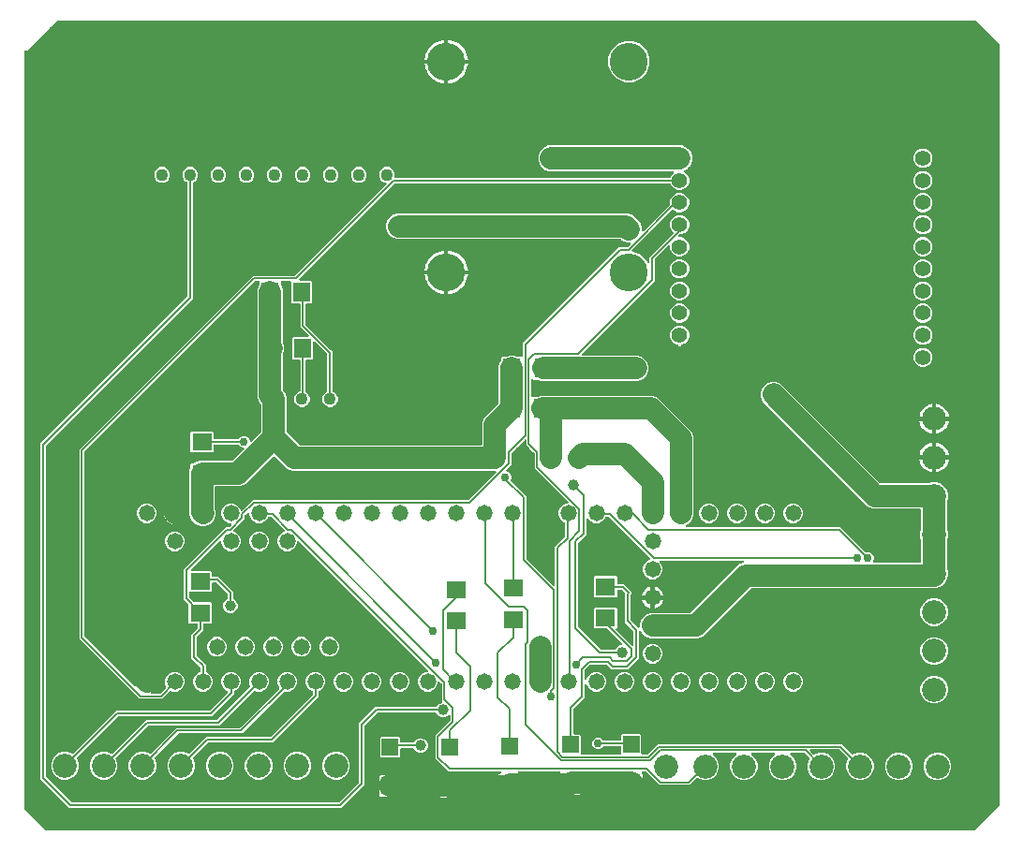
<source format=gbr>
G04 EAGLE Gerber RS-274X export*
G75*
%MOMM*%
%FSLAX34Y34*%
%LPD*%
%INTop Copper*%
%IPPOS*%
%AMOC8*
5,1,8,0,0,1.08239X$1,22.5*%
G01*
%ADD10C,2.184400*%
%ADD11R,1.500000X1.500000*%
%ADD12R,1.803000X1.600000*%
%ADD13R,1.600000X1.803000*%
%ADD14C,1.473200*%
%ADD15C,1.422400*%
%ADD16R,1.422400X1.422400*%
%ADD17C,3.422400*%
%ADD18R,1.108000X1.108000*%
%ADD19C,1.108000*%
%ADD20C,1.006400*%
%ADD21C,0.200000*%
%ADD22C,0.152400*%
%ADD23C,0.756400*%
%ADD24C,2.000000*%
%ADD25C,2.000000*%

G36*
X918325Y35434D02*
X918325Y35434D01*
X918421Y35439D01*
X918464Y35454D01*
X918509Y35461D01*
X918597Y35500D01*
X918688Y35532D01*
X918722Y35557D01*
X918766Y35577D01*
X918864Y35660D01*
X918937Y35713D01*
X941857Y58633D01*
X941914Y58710D01*
X941979Y58782D01*
X941999Y58823D01*
X942026Y58859D01*
X942060Y58949D01*
X942102Y59035D01*
X942108Y59077D01*
X942125Y59123D01*
X942134Y59239D01*
X942137Y59249D01*
X942138Y59265D01*
X942149Y59340D01*
X942149Y745850D01*
X942136Y745945D01*
X942131Y746041D01*
X942116Y746084D01*
X942109Y746129D01*
X942070Y746217D01*
X942038Y746308D01*
X942013Y746342D01*
X941993Y746386D01*
X941910Y746484D01*
X941892Y746508D01*
X941880Y746527D01*
X941874Y746533D01*
X941857Y746557D01*
X920277Y768137D01*
X920200Y768194D01*
X920128Y768259D01*
X920087Y768279D01*
X920051Y768306D01*
X919961Y768340D01*
X919875Y768382D01*
X919833Y768388D01*
X919787Y768405D01*
X919660Y768415D01*
X919570Y768429D01*
X90690Y768429D01*
X90595Y768416D01*
X90499Y768411D01*
X90456Y768396D01*
X90411Y768389D01*
X90323Y768350D01*
X90232Y768318D01*
X90198Y768293D01*
X90154Y768273D01*
X90057Y768190D01*
X89983Y768137D01*
X84083Y762237D01*
X84080Y762232D01*
X84075Y762228D01*
X84038Y762176D01*
X83914Y762011D01*
X83907Y761992D01*
X83896Y761977D01*
X83679Y761542D01*
X63276Y741139D01*
X61750Y741139D01*
X61686Y741130D01*
X61622Y741131D01*
X61547Y741110D01*
X61471Y741099D01*
X61412Y741073D01*
X61350Y741056D01*
X61284Y741015D01*
X61214Y740983D01*
X61165Y740941D01*
X61110Y740908D01*
X61058Y740850D01*
X61000Y740800D01*
X60964Y740746D01*
X60921Y740698D01*
X60888Y740629D01*
X60845Y740564D01*
X60826Y740502D01*
X60798Y740445D01*
X60787Y740375D01*
X60763Y740294D01*
X60762Y740209D01*
X60751Y740140D01*
X60751Y55280D01*
X60764Y55185D01*
X60769Y55089D01*
X60784Y55046D01*
X60791Y55001D01*
X60830Y54913D01*
X60862Y54822D01*
X60887Y54788D01*
X60907Y54744D01*
X60990Y54647D01*
X61043Y54573D01*
X79903Y35713D01*
X79980Y35656D01*
X80052Y35591D01*
X80093Y35571D01*
X80129Y35544D01*
X80219Y35510D01*
X80305Y35468D01*
X80347Y35462D01*
X80393Y35445D01*
X80521Y35435D01*
X80610Y35421D01*
X918230Y35421D01*
X918325Y35434D01*
G37*
%LPC*%
G36*
X101224Y55875D02*
X101224Y55875D01*
X75305Y81794D01*
X75305Y385846D01*
X207863Y518403D01*
X207920Y518480D01*
X207985Y518551D01*
X208005Y518592D01*
X208032Y518629D01*
X208066Y518719D01*
X208108Y518805D01*
X208114Y518847D01*
X208131Y518893D01*
X208141Y519020D01*
X208155Y519110D01*
X208155Y621261D01*
X208154Y621271D01*
X208155Y621280D01*
X208134Y621410D01*
X208115Y621541D01*
X208112Y621549D01*
X208110Y621559D01*
X208053Y621678D01*
X207999Y621797D01*
X207993Y621805D01*
X207989Y621813D01*
X207901Y621912D01*
X207816Y622012D01*
X207808Y622017D01*
X207802Y622024D01*
X207736Y622064D01*
X207580Y622166D01*
X207557Y622173D01*
X207538Y622184D01*
X206678Y622541D01*
X204691Y624528D01*
X203615Y627125D01*
X203615Y629935D01*
X204691Y632532D01*
X206678Y634519D01*
X209275Y635595D01*
X212085Y635595D01*
X214682Y634519D01*
X216669Y632532D01*
X217745Y629935D01*
X217745Y627125D01*
X216669Y624528D01*
X214682Y622541D01*
X213822Y622184D01*
X213813Y622180D01*
X213804Y622177D01*
X213692Y622108D01*
X213579Y622041D01*
X213572Y622034D01*
X213564Y622029D01*
X213476Y621931D01*
X213386Y621835D01*
X213382Y621827D01*
X213375Y621820D01*
X213318Y621702D01*
X213258Y621584D01*
X213256Y621574D01*
X213252Y621566D01*
X213240Y621490D01*
X213206Y621307D01*
X213208Y621283D01*
X213205Y621261D01*
X213205Y516604D01*
X80647Y384047D01*
X80590Y383970D01*
X80525Y383899D01*
X80505Y383858D01*
X80478Y383821D01*
X80444Y383731D01*
X80402Y383645D01*
X80396Y383603D01*
X80379Y383557D01*
X80369Y383430D01*
X80355Y383340D01*
X80355Y84300D01*
X80368Y84205D01*
X80373Y84109D01*
X80388Y84065D01*
X80395Y84020D01*
X80434Y83933D01*
X80466Y83842D01*
X80491Y83808D01*
X80511Y83764D01*
X80594Y83666D01*
X80647Y83593D01*
X103023Y61217D01*
X103100Y61160D01*
X103171Y61095D01*
X103212Y61075D01*
X103249Y61048D01*
X103339Y61014D01*
X103425Y60972D01*
X103467Y60966D01*
X103513Y60949D01*
X103640Y60939D01*
X103730Y60925D01*
X344620Y60925D01*
X344715Y60938D01*
X344811Y60943D01*
X344855Y60958D01*
X344900Y60965D01*
X344987Y61004D01*
X345078Y61036D01*
X345112Y61061D01*
X345156Y61081D01*
X345254Y61164D01*
X345327Y61217D01*
X362723Y78613D01*
X362780Y78690D01*
X362845Y78761D01*
X362865Y78802D01*
X362892Y78839D01*
X362926Y78929D01*
X362968Y79015D01*
X362974Y79057D01*
X362991Y79103D01*
X363001Y79226D01*
X363003Y79234D01*
X363003Y79244D01*
X363015Y79320D01*
X363015Y132346D01*
X377744Y147075D01*
X432511Y147075D01*
X432521Y147076D01*
X432530Y147075D01*
X432660Y147096D01*
X432790Y147115D01*
X432799Y147118D01*
X432808Y147120D01*
X432928Y147177D01*
X433047Y147231D01*
X433055Y147237D01*
X433063Y147241D01*
X433161Y147328D01*
X433262Y147414D01*
X433267Y147422D01*
X433274Y147428D01*
X433314Y147494D01*
X433416Y147650D01*
X433423Y147673D01*
X433434Y147692D01*
X433671Y148264D01*
X435516Y150109D01*
X438024Y151148D01*
X438126Y151208D01*
X438231Y151264D01*
X438248Y151280D01*
X438267Y151291D01*
X438348Y151378D01*
X438433Y151460D01*
X438445Y151480D01*
X438460Y151497D01*
X438514Y151603D01*
X438572Y151706D01*
X438578Y151728D01*
X438588Y151748D01*
X438610Y151865D01*
X438637Y151980D01*
X438636Y152003D01*
X438640Y152025D01*
X438629Y152143D01*
X438623Y152262D01*
X438615Y152284D01*
X438613Y152306D01*
X438569Y152416D01*
X438530Y152528D01*
X438518Y152546D01*
X438509Y152568D01*
X438394Y152715D01*
X438349Y152777D01*
X438149Y152977D01*
X438149Y167803D01*
X438136Y167898D01*
X438131Y167994D01*
X438116Y168037D01*
X438109Y168082D01*
X438070Y168170D01*
X438038Y168260D01*
X438013Y168295D01*
X437993Y168339D01*
X437910Y168436D01*
X437857Y168509D01*
X435847Y170520D01*
X435821Y170539D01*
X435800Y170563D01*
X435708Y170623D01*
X435621Y170689D01*
X435591Y170700D01*
X435564Y170718D01*
X435459Y170750D01*
X435357Y170788D01*
X435325Y170791D01*
X435294Y170800D01*
X435185Y170802D01*
X435076Y170810D01*
X435044Y170804D01*
X435012Y170804D01*
X434907Y170775D01*
X434800Y170753D01*
X434771Y170737D01*
X434740Y170729D01*
X434647Y170671D01*
X434551Y170620D01*
X434528Y170598D01*
X434500Y170581D01*
X434427Y170500D01*
X434349Y170423D01*
X434333Y170395D01*
X434311Y170371D01*
X434264Y170273D01*
X434210Y170178D01*
X434202Y170147D01*
X434188Y170118D01*
X434174Y170028D01*
X434145Y169903D01*
X434147Y169855D01*
X434141Y169813D01*
X434141Y168371D01*
X432787Y165104D01*
X430286Y162603D01*
X427018Y161249D01*
X423482Y161249D01*
X420214Y162603D01*
X417713Y165104D01*
X416359Y168371D01*
X416359Y171908D01*
X417713Y175176D01*
X420214Y177677D01*
X423482Y179031D01*
X424923Y179031D01*
X424955Y179035D01*
X424987Y179033D01*
X425094Y179055D01*
X425202Y179071D01*
X425232Y179084D01*
X425263Y179090D01*
X425360Y179142D01*
X425459Y179187D01*
X425484Y179208D01*
X425512Y179223D01*
X425590Y179299D01*
X425673Y179370D01*
X425691Y179397D01*
X425714Y179420D01*
X425768Y179515D01*
X425828Y179606D01*
X425837Y179637D01*
X425853Y179665D01*
X425878Y179772D01*
X425910Y179876D01*
X425911Y179908D01*
X425918Y179939D01*
X425913Y180049D01*
X425914Y180158D01*
X425905Y180189D01*
X425904Y180221D01*
X425868Y180324D01*
X425839Y180430D01*
X425822Y180457D01*
X425811Y180488D01*
X425758Y180561D01*
X425691Y180670D01*
X425655Y180702D01*
X425630Y180737D01*
X308847Y297520D01*
X308821Y297539D01*
X308800Y297563D01*
X308708Y297623D01*
X308621Y297689D01*
X308591Y297700D01*
X308564Y297718D01*
X308459Y297750D01*
X308357Y297788D01*
X308325Y297791D01*
X308294Y297800D01*
X308185Y297802D01*
X308076Y297810D01*
X308044Y297804D01*
X308012Y297804D01*
X307907Y297775D01*
X307800Y297753D01*
X307771Y297737D01*
X307740Y297729D01*
X307647Y297671D01*
X307551Y297620D01*
X307528Y297598D01*
X307500Y297581D01*
X307427Y297500D01*
X307349Y297423D01*
X307333Y297395D01*
X307311Y297371D01*
X307264Y297273D01*
X307210Y297178D01*
X307202Y297147D01*
X307188Y297118D01*
X307174Y297028D01*
X307145Y296903D01*
X307147Y296855D01*
X307141Y296813D01*
X307141Y295371D01*
X305787Y292104D01*
X303286Y289603D01*
X300018Y288249D01*
X296482Y288249D01*
X293214Y289603D01*
X290713Y292104D01*
X289359Y295371D01*
X289359Y298908D01*
X290713Y302176D01*
X293214Y304677D01*
X295670Y305694D01*
X295772Y305755D01*
X295876Y305811D01*
X295893Y305826D01*
X295912Y305838D01*
X295993Y305924D01*
X296078Y306007D01*
X296090Y306027D01*
X296105Y306044D01*
X296159Y306149D01*
X296218Y306253D01*
X296223Y306275D01*
X296233Y306295D01*
X296255Y306412D01*
X296282Y306527D01*
X296281Y306550D01*
X296286Y306572D01*
X296274Y306690D01*
X296268Y306809D01*
X296261Y306830D01*
X296258Y306853D01*
X296215Y306963D01*
X296176Y307075D01*
X296163Y307093D01*
X296154Y307115D01*
X296039Y307262D01*
X295994Y307324D01*
X284333Y318985D01*
X284257Y319042D01*
X284185Y319107D01*
X284144Y319127D01*
X284108Y319154D01*
X284018Y319188D01*
X283931Y319230D01*
X283889Y319236D01*
X283844Y319253D01*
X283716Y319263D01*
X283627Y319277D01*
X281789Y319277D01*
X281780Y319276D01*
X281771Y319277D01*
X281641Y319256D01*
X281510Y319237D01*
X281502Y319234D01*
X281492Y319232D01*
X281373Y319175D01*
X281253Y319121D01*
X281246Y319115D01*
X281238Y319111D01*
X281139Y319023D01*
X281039Y318938D01*
X281034Y318930D01*
X281027Y318924D01*
X280987Y318858D01*
X280885Y318702D01*
X280878Y318679D01*
X280866Y318660D01*
X280387Y317504D01*
X277886Y315003D01*
X274618Y313649D01*
X271082Y313649D01*
X267814Y315003D01*
X265313Y317504D01*
X263959Y320771D01*
X263959Y322321D01*
X263955Y322353D01*
X263957Y322385D01*
X263935Y322492D01*
X263919Y322600D01*
X263906Y322630D01*
X263900Y322661D01*
X263848Y322758D01*
X263803Y322857D01*
X263782Y322882D01*
X263767Y322910D01*
X263691Y322988D01*
X263620Y323071D01*
X263593Y323089D01*
X263570Y323112D01*
X263475Y323166D01*
X263384Y323226D01*
X263353Y323235D01*
X263325Y323251D01*
X263219Y323276D01*
X263114Y323308D01*
X263082Y323309D01*
X263051Y323316D01*
X262941Y323311D01*
X262832Y323312D01*
X262801Y323303D01*
X262769Y323302D01*
X262666Y323266D01*
X262560Y323237D01*
X262533Y323220D01*
X262502Y323209D01*
X262429Y323156D01*
X262320Y323089D01*
X262288Y323053D01*
X262253Y323028D01*
X260135Y320909D01*
X260117Y320885D01*
X260096Y320867D01*
X260061Y320815D01*
X260013Y320761D01*
X259993Y320720D01*
X259966Y320684D01*
X259953Y320649D01*
X259941Y320631D01*
X259926Y320581D01*
X259890Y320507D01*
X259884Y320465D01*
X259867Y320420D01*
X259863Y320375D01*
X259859Y320361D01*
X259858Y320311D01*
X259857Y320292D01*
X259843Y320203D01*
X259843Y317569D01*
X249630Y307356D01*
X249559Y307261D01*
X249483Y307169D01*
X249474Y307149D01*
X249460Y307130D01*
X249419Y307019D01*
X249372Y306910D01*
X249369Y306888D01*
X249361Y306866D01*
X249352Y306748D01*
X249337Y306630D01*
X249341Y306608D01*
X249339Y306585D01*
X249363Y306469D01*
X249382Y306352D01*
X249392Y306331D01*
X249397Y306309D01*
X249452Y306205D01*
X249503Y306097D01*
X249518Y306080D01*
X249529Y306060D01*
X249612Y305975D01*
X249691Y305887D01*
X249709Y305875D01*
X249726Y305858D01*
X249888Y305766D01*
X249954Y305726D01*
X252486Y304677D01*
X254987Y302176D01*
X256341Y298908D01*
X256341Y295371D01*
X254987Y292104D01*
X252486Y289603D01*
X249218Y288249D01*
X245682Y288249D01*
X242414Y289603D01*
X239913Y292104D01*
X238559Y295371D01*
X238559Y296921D01*
X238555Y296953D01*
X238557Y296985D01*
X238535Y297092D01*
X238519Y297200D01*
X238506Y297230D01*
X238500Y297261D01*
X238448Y297358D01*
X238403Y297457D01*
X238382Y297482D01*
X238367Y297510D01*
X238291Y297588D01*
X238220Y297671D01*
X238193Y297689D01*
X238170Y297712D01*
X238075Y297766D01*
X237984Y297826D01*
X237953Y297835D01*
X237925Y297851D01*
X237818Y297876D01*
X237714Y297908D01*
X237682Y297909D01*
X237651Y297916D01*
X237541Y297911D01*
X237432Y297912D01*
X237401Y297903D01*
X237369Y297902D01*
X237266Y297866D01*
X237160Y297837D01*
X237133Y297820D01*
X237102Y297809D01*
X237029Y297756D01*
X236920Y297689D01*
X236888Y297653D01*
X236853Y297628D01*
X211366Y272141D01*
X211347Y272115D01*
X211323Y272094D01*
X211263Y272002D01*
X211197Y271915D01*
X211186Y271885D01*
X211168Y271858D01*
X211136Y271753D01*
X211098Y271651D01*
X211095Y271619D01*
X211086Y271588D01*
X211084Y271479D01*
X211076Y271370D01*
X211082Y271338D01*
X211082Y271306D01*
X211111Y271201D01*
X211133Y271094D01*
X211149Y271065D01*
X211157Y271034D01*
X211215Y270941D01*
X211266Y270845D01*
X211288Y270822D01*
X211305Y270794D01*
X211386Y270721D01*
X211463Y270643D01*
X211491Y270627D01*
X211515Y270605D01*
X211613Y270558D01*
X211708Y270504D01*
X211739Y270496D01*
X211768Y270482D01*
X211858Y270468D01*
X211983Y270439D01*
X212031Y270441D01*
X212073Y270435D01*
X229387Y270435D01*
X230280Y269542D01*
X230280Y266034D01*
X230289Y265970D01*
X230288Y265906D01*
X230309Y265831D01*
X230320Y265755D01*
X230346Y265696D01*
X230363Y265634D01*
X230404Y265568D01*
X230436Y265498D01*
X230478Y265449D01*
X230511Y265394D01*
X230569Y265342D01*
X230619Y265284D01*
X230673Y265248D01*
X230721Y265205D01*
X230790Y265172D01*
X230855Y265129D01*
X230917Y265110D01*
X230974Y265082D01*
X231044Y265071D01*
X231125Y265047D01*
X231210Y265046D01*
X231279Y265035D01*
X236176Y265035D01*
X249435Y251776D01*
X249435Y245659D01*
X249436Y245649D01*
X249435Y245640D01*
X249456Y245510D01*
X249475Y245380D01*
X249478Y245371D01*
X249480Y245362D01*
X249537Y245242D01*
X249591Y245123D01*
X249597Y245115D01*
X249601Y245107D01*
X249688Y245009D01*
X249774Y244908D01*
X249782Y244903D01*
X249788Y244896D01*
X249854Y244856D01*
X250010Y244754D01*
X250033Y244747D01*
X250052Y244736D01*
X250624Y244499D01*
X252469Y242654D01*
X253467Y240244D01*
X253467Y237636D01*
X252469Y235226D01*
X250624Y233381D01*
X248214Y232383D01*
X245606Y232383D01*
X243196Y233381D01*
X241351Y235226D01*
X240353Y237636D01*
X240353Y240244D01*
X241351Y242654D01*
X243196Y244499D01*
X243768Y244736D01*
X243777Y244740D01*
X243786Y244743D01*
X243898Y244812D01*
X244011Y244879D01*
X244018Y244886D01*
X244026Y244891D01*
X244114Y244989D01*
X244204Y245085D01*
X244208Y245093D01*
X244215Y245100D01*
X244272Y245219D01*
X244332Y245336D01*
X244334Y245346D01*
X244338Y245354D01*
X244350Y245431D01*
X244384Y245614D01*
X244382Y245637D01*
X244385Y245659D01*
X244385Y249270D01*
X244376Y249333D01*
X244377Y249388D01*
X244369Y249417D01*
X244367Y249461D01*
X244352Y249505D01*
X244345Y249550D01*
X244312Y249624D01*
X244302Y249660D01*
X244293Y249675D01*
X244274Y249728D01*
X244249Y249762D01*
X244229Y249806D01*
X244165Y249881D01*
X244154Y249900D01*
X244139Y249913D01*
X244093Y249977D01*
X234377Y259693D01*
X234300Y259750D01*
X234229Y259815D01*
X234188Y259835D01*
X234151Y259862D01*
X234061Y259896D01*
X233975Y259938D01*
X233933Y259944D01*
X233887Y259961D01*
X233760Y259971D01*
X233670Y259985D01*
X231279Y259985D01*
X231215Y259976D01*
X231151Y259977D01*
X231076Y259956D01*
X231000Y259945D01*
X230941Y259919D01*
X230879Y259902D01*
X230813Y259861D01*
X230743Y259829D01*
X230694Y259787D01*
X230639Y259754D01*
X230587Y259696D01*
X230529Y259646D01*
X230493Y259592D01*
X230450Y259544D01*
X230417Y259475D01*
X230374Y259410D01*
X230355Y259348D01*
X230327Y259291D01*
X230316Y259221D01*
X230292Y259140D01*
X230291Y259055D01*
X230280Y258986D01*
X230280Y252278D01*
X229387Y251385D01*
X210550Y251385D01*
X210486Y251376D01*
X210422Y251377D01*
X210347Y251356D01*
X210271Y251345D01*
X210212Y251319D01*
X210150Y251302D01*
X210084Y251261D01*
X210014Y251229D01*
X209965Y251187D01*
X209910Y251154D01*
X209858Y251096D01*
X209800Y251046D01*
X209764Y250992D01*
X209721Y250944D01*
X209688Y250875D01*
X209645Y250810D01*
X209626Y250748D01*
X209598Y250691D01*
X209587Y250621D01*
X209563Y250540D01*
X209562Y250455D01*
X209551Y250386D01*
X209551Y246725D01*
X209564Y246630D01*
X209569Y246534D01*
X209584Y246491D01*
X209591Y246446D01*
X209630Y246358D01*
X209662Y246268D01*
X209687Y246233D01*
X209707Y246189D01*
X209790Y246092D01*
X209843Y246019D01*
X213575Y242287D01*
X213651Y242230D01*
X213723Y242165D01*
X213764Y242145D01*
X213800Y242118D01*
X213890Y242084D01*
X213977Y242042D01*
X214019Y242036D01*
X214064Y242019D01*
X214192Y242009D01*
X214281Y241995D01*
X229387Y241995D01*
X230280Y241102D01*
X230280Y223838D01*
X229387Y222945D01*
X223424Y222945D01*
X223360Y222936D01*
X223296Y222937D01*
X223221Y222916D01*
X223145Y222905D01*
X223086Y222879D01*
X223024Y222862D01*
X222958Y222821D01*
X222888Y222789D01*
X222839Y222747D01*
X222784Y222714D01*
X222732Y222656D01*
X222674Y222606D01*
X222638Y222552D01*
X222595Y222504D01*
X222561Y222435D01*
X222519Y222370D01*
X222500Y222308D01*
X222472Y222251D01*
X222461Y222181D01*
X222437Y222100D01*
X222436Y222015D01*
X222425Y221946D01*
X222425Y216504D01*
X216967Y211047D01*
X216910Y210970D01*
X216845Y210899D01*
X216825Y210858D01*
X216798Y210821D01*
X216764Y210731D01*
X216722Y210645D01*
X216716Y210603D01*
X216699Y210557D01*
X216691Y210457D01*
X216687Y210444D01*
X216686Y210414D01*
X216675Y210340D01*
X216675Y193850D01*
X216688Y193755D01*
X216693Y193659D01*
X216708Y193615D01*
X216715Y193570D01*
X216754Y193483D01*
X216786Y193392D01*
X216811Y193358D01*
X216831Y193314D01*
X216914Y193216D01*
X216967Y193143D01*
X222803Y187307D01*
X224575Y185536D01*
X224575Y179385D01*
X224576Y179376D01*
X224575Y179366D01*
X224596Y179236D01*
X224615Y179106D01*
X224618Y179097D01*
X224620Y179088D01*
X224677Y178968D01*
X224731Y178849D01*
X224737Y178842D01*
X224741Y178833D01*
X224829Y178734D01*
X224914Y178635D01*
X224922Y178630D01*
X224928Y178622D01*
X224994Y178582D01*
X225150Y178480D01*
X225173Y178473D01*
X225192Y178462D01*
X227086Y177677D01*
X229587Y175176D01*
X230941Y171908D01*
X230941Y168371D01*
X229587Y165104D01*
X227086Y162603D01*
X223818Y161249D01*
X220282Y161249D01*
X217014Y162603D01*
X214513Y165104D01*
X213159Y168371D01*
X213159Y171908D01*
X214513Y175176D01*
X217014Y177677D01*
X218908Y178462D01*
X218917Y178467D01*
X218926Y178469D01*
X219038Y178539D01*
X219151Y178606D01*
X219158Y178612D01*
X219166Y178617D01*
X219254Y178715D01*
X219344Y178811D01*
X219348Y178820D01*
X219355Y178827D01*
X219412Y178945D01*
X219472Y179063D01*
X219474Y179072D01*
X219478Y179081D01*
X219490Y179156D01*
X219524Y179340D01*
X219522Y179364D01*
X219525Y179385D01*
X219525Y183030D01*
X219512Y183125D01*
X219507Y183221D01*
X219492Y183265D01*
X219485Y183310D01*
X219446Y183397D01*
X219414Y183488D01*
X219389Y183522D01*
X219369Y183566D01*
X219286Y183664D01*
X219233Y183737D01*
X213397Y189573D01*
X211625Y191344D01*
X211625Y212846D01*
X217083Y218303D01*
X217140Y218380D01*
X217205Y218451D01*
X217225Y218492D01*
X217252Y218529D01*
X217286Y218619D01*
X217328Y218705D01*
X217334Y218747D01*
X217351Y218793D01*
X217361Y218920D01*
X217375Y219010D01*
X217375Y221946D01*
X217366Y222010D01*
X217367Y222074D01*
X217346Y222149D01*
X217335Y222225D01*
X217309Y222284D01*
X217292Y222346D01*
X217251Y222412D01*
X217219Y222482D01*
X217177Y222531D01*
X217144Y222586D01*
X217086Y222638D01*
X217036Y222696D01*
X216982Y222732D01*
X216934Y222775D01*
X216865Y222808D01*
X216800Y222851D01*
X216738Y222870D01*
X216681Y222898D01*
X216611Y222909D01*
X216530Y222933D01*
X216445Y222934D01*
X216376Y222945D01*
X210093Y222945D01*
X209200Y223838D01*
X209200Y239780D01*
X209187Y239875D01*
X209182Y239971D01*
X209167Y240014D01*
X209160Y240059D01*
X209121Y240147D01*
X209089Y240237D01*
X209064Y240272D01*
X209044Y240316D01*
X208961Y240413D01*
X208908Y240486D01*
X204977Y244417D01*
X204977Y272219D01*
X242893Y310135D01*
X245527Y310135D01*
X245622Y310148D01*
X245718Y310153D01*
X245761Y310168D01*
X245806Y310175D01*
X245893Y310214D01*
X245984Y310246D01*
X246019Y310271D01*
X246063Y310291D01*
X246160Y310374D01*
X246233Y310427D01*
X247750Y311943D01*
X247769Y311969D01*
X247793Y311990D01*
X247853Y312082D01*
X247919Y312169D01*
X247930Y312199D01*
X247948Y312226D01*
X247980Y312331D01*
X248018Y312433D01*
X248021Y312465D01*
X248030Y312496D01*
X248032Y312605D01*
X248040Y312714D01*
X248034Y312746D01*
X248034Y312778D01*
X248005Y312883D01*
X247983Y312990D01*
X247967Y313019D01*
X247959Y313050D01*
X247901Y313143D01*
X247850Y313239D01*
X247828Y313262D01*
X247811Y313290D01*
X247730Y313363D01*
X247653Y313441D01*
X247625Y313457D01*
X247601Y313479D01*
X247503Y313526D01*
X247408Y313580D01*
X247377Y313588D01*
X247348Y313602D01*
X247258Y313616D01*
X247133Y313645D01*
X247085Y313643D01*
X247043Y313649D01*
X245682Y313649D01*
X242414Y315003D01*
X239913Y317504D01*
X238559Y320771D01*
X238559Y324308D01*
X239913Y327576D01*
X242414Y330077D01*
X245682Y331431D01*
X249218Y331431D01*
X252486Y330077D01*
X254987Y327576D01*
X255981Y325177D01*
X256041Y325075D01*
X256097Y324970D01*
X256113Y324954D01*
X256125Y324934D01*
X256211Y324853D01*
X256294Y324768D01*
X256314Y324757D01*
X256330Y324741D01*
X256436Y324688D01*
X256539Y324629D01*
X256561Y324624D01*
X256582Y324613D01*
X256698Y324591D01*
X256814Y324564D01*
X256837Y324565D01*
X256859Y324561D01*
X256977Y324572D01*
X257095Y324578D01*
X257117Y324586D01*
X257140Y324588D01*
X257250Y324632D01*
X257362Y324671D01*
X257379Y324684D01*
X257402Y324693D01*
X257548Y324807D01*
X257611Y324853D01*
X267277Y334519D01*
X461935Y334519D01*
X462030Y334532D01*
X462126Y334537D01*
X462169Y334552D01*
X462214Y334559D01*
X462302Y334598D01*
X462392Y334630D01*
X462427Y334655D01*
X462471Y334675D01*
X462568Y334758D01*
X462641Y334811D01*
X486930Y359099D01*
X486949Y359125D01*
X486973Y359146D01*
X487033Y359238D01*
X487099Y359325D01*
X487110Y359355D01*
X487128Y359382D01*
X487160Y359487D01*
X487198Y359589D01*
X487201Y359621D01*
X487210Y359652D01*
X487212Y359761D01*
X487220Y359870D01*
X487214Y359902D01*
X487214Y359934D01*
X487185Y360039D01*
X487163Y360146D01*
X487147Y360175D01*
X487139Y360206D01*
X487081Y360299D01*
X487030Y360395D01*
X487008Y360418D01*
X486991Y360446D01*
X486910Y360519D01*
X486833Y360597D01*
X486805Y360613D01*
X486781Y360635D01*
X486683Y360682D01*
X486588Y360736D01*
X486557Y360744D01*
X486528Y360758D01*
X486438Y360772D01*
X486313Y360801D01*
X486265Y360799D01*
X486223Y360805D01*
X302658Y360805D01*
X298422Y362560D01*
X286987Y373995D01*
X286935Y374034D01*
X286890Y374080D01*
X286823Y374118D01*
X286761Y374164D01*
X286701Y374187D01*
X286645Y374219D01*
X286570Y374236D01*
X286497Y374264D01*
X286433Y374269D01*
X286371Y374284D01*
X286293Y374280D01*
X286216Y374286D01*
X286153Y374273D01*
X286089Y374269D01*
X286016Y374244D01*
X285940Y374228D01*
X285883Y374198D01*
X285822Y374177D01*
X285766Y374135D01*
X285691Y374096D01*
X285630Y374036D01*
X285573Y373995D01*
X260308Y348730D01*
X256072Y346975D01*
X233774Y346975D01*
X233710Y346966D01*
X233646Y346967D01*
X233571Y346946D01*
X233495Y346935D01*
X233436Y346909D01*
X233374Y346892D01*
X233308Y346851D01*
X233238Y346819D01*
X233189Y346777D01*
X233134Y346744D01*
X233082Y346686D01*
X233024Y346636D01*
X232988Y346582D01*
X232945Y346534D01*
X232912Y346465D01*
X232869Y346400D01*
X232850Y346338D01*
X232822Y346281D01*
X232811Y346211D01*
X232787Y346130D01*
X232786Y346045D01*
X232775Y345976D01*
X232775Y326963D01*
X232781Y326921D01*
X232778Y326880D01*
X232798Y326796D01*
X232815Y326683D01*
X232839Y326630D01*
X232851Y326580D01*
X233575Y324832D01*
X233575Y320248D01*
X231820Y316012D01*
X228578Y312770D01*
X224342Y311015D01*
X219758Y311015D01*
X215522Y312770D01*
X211480Y316812D01*
X209725Y321048D01*
X209725Y360792D01*
X210634Y362987D01*
X210645Y363027D01*
X210663Y363065D01*
X210676Y363150D01*
X210704Y363260D01*
X210702Y363319D01*
X210710Y363369D01*
X210710Y367132D01*
X211603Y368025D01*
X214062Y368025D01*
X214157Y368038D01*
X214254Y368043D01*
X214297Y368058D01*
X214342Y368065D01*
X214429Y368104D01*
X214520Y368136D01*
X214554Y368161D01*
X214599Y368181D01*
X214685Y368255D01*
X218958Y370025D01*
X248592Y370025D01*
X248687Y370038D01*
X248784Y370043D01*
X248827Y370058D01*
X248872Y370065D01*
X248959Y370104D01*
X249050Y370136D01*
X249084Y370161D01*
X249129Y370181D01*
X249226Y370264D01*
X249299Y370317D01*
X259065Y380083D01*
X259084Y380109D01*
X259109Y380130D01*
X259169Y380222D01*
X259234Y380309D01*
X259246Y380339D01*
X259263Y380366D01*
X259295Y380470D01*
X259334Y380573D01*
X259336Y380605D01*
X259346Y380636D01*
X259347Y380745D01*
X259356Y380854D01*
X259349Y380886D01*
X259349Y380918D01*
X259320Y381023D01*
X259298Y381130D01*
X259283Y381159D01*
X259274Y381190D01*
X259217Y381283D01*
X259166Y381379D01*
X259143Y381402D01*
X259126Y381430D01*
X259045Y381503D01*
X258969Y381581D01*
X258941Y381597D01*
X258917Y381619D01*
X258819Y381666D01*
X258723Y381720D01*
X258692Y381728D01*
X258663Y381742D01*
X258574Y381756D01*
X258449Y381785D01*
X258400Y381783D01*
X258358Y381789D01*
X258024Y381789D01*
X256074Y382597D01*
X254581Y384090D01*
X254539Y384192D01*
X254534Y384201D01*
X254531Y384210D01*
X254462Y384322D01*
X254395Y384435D01*
X254388Y384442D01*
X254383Y384450D01*
X254286Y384538D01*
X254189Y384628D01*
X254181Y384632D01*
X254174Y384639D01*
X254055Y384696D01*
X253938Y384756D01*
X253929Y384758D01*
X253920Y384762D01*
X253844Y384774D01*
X253661Y384808D01*
X253637Y384806D01*
X253616Y384809D01*
X232789Y384809D01*
X232725Y384800D01*
X232661Y384801D01*
X232586Y384780D01*
X232510Y384769D01*
X232451Y384743D01*
X232389Y384726D01*
X232323Y384685D01*
X232253Y384653D01*
X232204Y384611D01*
X232149Y384578D01*
X232097Y384520D01*
X232039Y384470D01*
X232003Y384416D01*
X231960Y384368D01*
X231927Y384299D01*
X231884Y384234D01*
X231865Y384172D01*
X231837Y384115D01*
X231826Y384045D01*
X231802Y383964D01*
X231801Y383879D01*
X231790Y383810D01*
X231790Y378308D01*
X230897Y377415D01*
X211603Y377415D01*
X210710Y378308D01*
X210710Y395572D01*
X211603Y396465D01*
X230897Y396465D01*
X231790Y395572D01*
X231790Y390382D01*
X231799Y390318D01*
X231798Y390254D01*
X231819Y390179D01*
X231830Y390103D01*
X231856Y390044D01*
X231873Y389982D01*
X231914Y389916D01*
X231946Y389846D01*
X231988Y389797D01*
X232021Y389742D01*
X232079Y389690D01*
X232129Y389632D01*
X232183Y389596D01*
X232231Y389553D01*
X232300Y389520D01*
X232365Y389477D01*
X232427Y389458D01*
X232484Y389430D01*
X232554Y389419D01*
X232635Y389395D01*
X232720Y389394D01*
X232789Y389383D01*
X253616Y389383D01*
X253625Y389384D01*
X253634Y389383D01*
X253764Y389404D01*
X253895Y389423D01*
X253903Y389426D01*
X253913Y389428D01*
X254032Y389485D01*
X254152Y389539D01*
X254159Y389545D01*
X254168Y389549D01*
X254266Y389637D01*
X254366Y389722D01*
X254371Y389730D01*
X254378Y389736D01*
X254418Y389802D01*
X254520Y389958D01*
X254528Y389981D01*
X254539Y390000D01*
X254581Y390102D01*
X256074Y391595D01*
X258024Y392403D01*
X260136Y392403D01*
X262086Y391595D01*
X263579Y390102D01*
X264387Y388152D01*
X264387Y387818D01*
X264391Y387786D01*
X264389Y387753D01*
X264411Y387647D01*
X264427Y387538D01*
X264440Y387509D01*
X264446Y387477D01*
X264498Y387381D01*
X264543Y387281D01*
X264564Y387257D01*
X264579Y387228D01*
X264655Y387150D01*
X264726Y387067D01*
X264753Y387049D01*
X264776Y387026D01*
X264871Y386973D01*
X264962Y386913D01*
X264993Y386903D01*
X265021Y386887D01*
X265128Y386862D01*
X265232Y386830D01*
X265264Y386830D01*
X265295Y386822D01*
X265405Y386828D01*
X265514Y386827D01*
X265545Y386835D01*
X265577Y386837D01*
X265680Y386873D01*
X265786Y386902D01*
X265813Y386919D01*
X265844Y386929D01*
X265917Y386983D01*
X266026Y387050D01*
X266058Y387086D01*
X266093Y387111D01*
X274463Y395481D01*
X274520Y395558D01*
X274585Y395629D01*
X274605Y395670D01*
X274632Y395707D01*
X274666Y395797D01*
X274708Y395883D01*
X274714Y395925D01*
X274731Y395970D01*
X274741Y396098D01*
X274755Y396188D01*
X274755Y420542D01*
X274742Y420637D01*
X274737Y420734D01*
X274722Y420777D01*
X274715Y420822D01*
X274676Y420909D01*
X274644Y421000D01*
X274619Y421034D01*
X274599Y421079D01*
X274516Y421176D01*
X274463Y421249D01*
X273040Y422672D01*
X271285Y426908D01*
X271285Y524872D01*
X273054Y529142D01*
X273115Y529209D01*
X273135Y529250D01*
X273162Y529287D01*
X273196Y529377D01*
X273238Y529463D01*
X273244Y529505D01*
X273261Y529550D01*
X273271Y529678D01*
X273285Y529768D01*
X273285Y531638D01*
X273276Y531702D01*
X273277Y531766D01*
X273256Y531841D01*
X273245Y531917D01*
X273219Y531976D01*
X273202Y532038D01*
X273161Y532104D01*
X273129Y532174D01*
X273087Y532223D01*
X273054Y532278D01*
X272996Y532330D01*
X272946Y532388D01*
X272892Y532424D01*
X272844Y532467D01*
X272775Y532500D01*
X272710Y532543D01*
X272648Y532562D01*
X272591Y532590D01*
X272521Y532601D01*
X272440Y532625D01*
X272355Y532626D01*
X272286Y532637D01*
X269585Y532637D01*
X269490Y532624D01*
X269394Y532619D01*
X269351Y532604D01*
X269306Y532597D01*
X269218Y532558D01*
X269128Y532526D01*
X269093Y532501D01*
X269049Y532481D01*
X268952Y532398D01*
X268879Y532345D01*
X115355Y378821D01*
X115298Y378745D01*
X115233Y378673D01*
X115213Y378632D01*
X115186Y378596D01*
X115152Y378506D01*
X115110Y378419D01*
X115104Y378377D01*
X115087Y378332D01*
X115077Y378204D01*
X115063Y378115D01*
X115063Y211673D01*
X115076Y211578D01*
X115081Y211482D01*
X115096Y211439D01*
X115103Y211394D01*
X115142Y211306D01*
X115174Y211216D01*
X115199Y211181D01*
X115219Y211137D01*
X115302Y211040D01*
X115355Y210967D01*
X160129Y166193D01*
X160167Y166164D01*
X160199Y166129D01*
X160280Y166080D01*
X160355Y166023D01*
X160399Y166007D01*
X160440Y165982D01*
X160531Y165957D01*
X160619Y165924D01*
X160666Y165920D01*
X160712Y165908D01*
X160806Y165909D01*
X160900Y165902D01*
X160946Y165912D01*
X160994Y165913D01*
X161084Y165941D01*
X161176Y165960D01*
X161218Y165982D01*
X161264Y165996D01*
X161342Y166048D01*
X161425Y166092D01*
X161459Y166126D01*
X161499Y166152D01*
X161560Y166223D01*
X161627Y166289D01*
X161650Y166331D01*
X161681Y166367D01*
X161720Y166453D01*
X161766Y166534D01*
X161777Y166581D01*
X161796Y166624D01*
X161809Y166717D01*
X161831Y166809D01*
X161828Y166857D01*
X161835Y166904D01*
X161822Y166985D01*
X161817Y167091D01*
X161795Y167153D01*
X161786Y167208D01*
X161587Y167820D01*
X161536Y168141D01*
X170250Y168141D01*
X170313Y168150D01*
X170378Y168149D01*
X170452Y168170D01*
X170529Y168181D01*
X170588Y168207D01*
X170650Y168224D01*
X170716Y168265D01*
X170786Y168297D01*
X170835Y168339D01*
X170890Y168372D01*
X170941Y168430D01*
X171000Y168480D01*
X171036Y168534D01*
X171079Y168582D01*
X171112Y168651D01*
X171155Y168716D01*
X171174Y168778D01*
X171202Y168835D01*
X171212Y168905D01*
X171237Y168986D01*
X171238Y169071D01*
X171249Y169140D01*
X171249Y170141D01*
X171251Y170141D01*
X171251Y169140D01*
X171260Y169076D01*
X171259Y169012D01*
X171280Y168937D01*
X171291Y168861D01*
X171317Y168802D01*
X171334Y168740D01*
X171375Y168674D01*
X171407Y168604D01*
X171449Y168555D01*
X171482Y168500D01*
X171540Y168448D01*
X171590Y168390D01*
X171644Y168354D01*
X171692Y168311D01*
X171761Y168278D01*
X171826Y168235D01*
X171888Y168216D01*
X171946Y168188D01*
X172015Y168177D01*
X172096Y168153D01*
X172181Y168152D01*
X172250Y168141D01*
X180964Y168141D01*
X180913Y167820D01*
X180431Y166337D01*
X179723Y164948D01*
X178806Y163686D01*
X177704Y162584D01*
X176442Y161667D01*
X175424Y161148D01*
X175385Y161121D01*
X175342Y161101D01*
X175270Y161040D01*
X175194Y160986D01*
X175164Y160949D01*
X175127Y160918D01*
X175076Y160839D01*
X175017Y160766D01*
X174999Y160722D01*
X174973Y160682D01*
X174946Y160592D01*
X174910Y160505D01*
X174905Y160458D01*
X174891Y160412D01*
X174889Y160318D01*
X174879Y160225D01*
X174888Y160178D01*
X174887Y160130D01*
X174912Y160039D01*
X174928Y159947D01*
X174949Y159904D01*
X174962Y159858D01*
X175011Y159778D01*
X175053Y159694D01*
X175085Y159659D01*
X175110Y159618D01*
X175180Y159555D01*
X175243Y159486D01*
X175284Y159461D01*
X175320Y159429D01*
X175404Y159388D01*
X175484Y159340D01*
X175530Y159327D01*
X175573Y159306D01*
X175655Y159294D01*
X175757Y159266D01*
X175822Y159267D01*
X175878Y159259D01*
X183043Y159259D01*
X183138Y159272D01*
X183234Y159277D01*
X183277Y159292D01*
X183322Y159299D01*
X183410Y159338D01*
X183500Y159370D01*
X183535Y159395D01*
X183579Y159415D01*
X183676Y159498D01*
X183749Y159551D01*
X188696Y164498D01*
X188702Y164506D01*
X188709Y164511D01*
X188786Y164618D01*
X188865Y164724D01*
X188869Y164732D01*
X188874Y164740D01*
X188918Y164864D01*
X188965Y164987D01*
X188966Y164997D01*
X188969Y165006D01*
X188976Y165137D01*
X188987Y165269D01*
X188985Y165278D01*
X188985Y165287D01*
X188967Y165363D01*
X188929Y165545D01*
X188918Y165566D01*
X188913Y165587D01*
X187759Y168371D01*
X187759Y171908D01*
X189113Y175176D01*
X191614Y177677D01*
X194882Y179031D01*
X198418Y179031D01*
X201686Y177677D01*
X204187Y175176D01*
X205541Y171908D01*
X205541Y168371D01*
X204187Y165104D01*
X201686Y162603D01*
X198418Y161249D01*
X194882Y161249D01*
X193401Y161863D01*
X193392Y161865D01*
X193383Y161870D01*
X193254Y161900D01*
X193128Y161933D01*
X193118Y161932D01*
X193109Y161935D01*
X192976Y161928D01*
X192846Y161924D01*
X192837Y161921D01*
X192827Y161920D01*
X192703Y161877D01*
X192578Y161836D01*
X192570Y161831D01*
X192561Y161828D01*
X192499Y161782D01*
X192345Y161677D01*
X192329Y161659D01*
X192312Y161646D01*
X185351Y154685D01*
X165169Y154685D01*
X110489Y209365D01*
X110489Y380423D01*
X267277Y537211D01*
X304963Y537211D01*
X305058Y537224D01*
X305154Y537229D01*
X305197Y537244D01*
X305242Y537251D01*
X305330Y537290D01*
X305420Y537322D01*
X305455Y537347D01*
X305499Y537367D01*
X305596Y537450D01*
X305669Y537503D01*
X387926Y619759D01*
X387945Y619785D01*
X387969Y619806D01*
X388029Y619898D01*
X388095Y619985D01*
X388106Y620015D01*
X388124Y620042D01*
X388156Y620147D01*
X388194Y620249D01*
X388197Y620281D01*
X388206Y620312D01*
X388208Y620421D01*
X388216Y620530D01*
X388210Y620562D01*
X388210Y620594D01*
X388181Y620699D01*
X388159Y620806D01*
X388143Y620835D01*
X388135Y620866D01*
X388077Y620959D01*
X388026Y621055D01*
X388004Y621078D01*
X387987Y621106D01*
X387906Y621179D01*
X387829Y621257D01*
X387801Y621273D01*
X387777Y621295D01*
X387679Y621342D01*
X387584Y621396D01*
X387553Y621404D01*
X387524Y621418D01*
X387434Y621432D01*
X387309Y621461D01*
X387261Y621459D01*
X387219Y621465D01*
X387075Y621465D01*
X384478Y622541D01*
X382491Y624528D01*
X381415Y627125D01*
X381415Y629935D01*
X382491Y632532D01*
X384478Y634519D01*
X387075Y635595D01*
X389885Y635595D01*
X392482Y634519D01*
X394469Y632532D01*
X395545Y629935D01*
X395545Y627125D01*
X395487Y626984D01*
X395457Y626870D01*
X395422Y626756D01*
X395422Y626733D01*
X395417Y626711D01*
X395420Y626593D01*
X395419Y626474D01*
X395425Y626452D01*
X395426Y626429D01*
X395462Y626317D01*
X395494Y626202D01*
X395506Y626183D01*
X395513Y626161D01*
X395580Y626063D01*
X395642Y625962D01*
X395659Y625947D01*
X395672Y625928D01*
X395763Y625853D01*
X395851Y625773D01*
X395872Y625763D01*
X395889Y625749D01*
X395998Y625702D01*
X396105Y625650D01*
X396127Y625647D01*
X396149Y625637D01*
X396333Y625615D01*
X396410Y625603D01*
X643723Y625603D01*
X643732Y625604D01*
X643741Y625603D01*
X643871Y625624D01*
X644002Y625643D01*
X644010Y625646D01*
X644020Y625648D01*
X644139Y625705D01*
X644259Y625759D01*
X644266Y625765D01*
X644274Y625769D01*
X644373Y625857D01*
X644473Y625942D01*
X644478Y625950D01*
X644485Y625956D01*
X644525Y626022D01*
X644627Y626178D01*
X644634Y626201D01*
X644646Y626220D01*
X645558Y628422D01*
X647435Y630299D01*
X647445Y630312D01*
X647447Y630314D01*
X647452Y630321D01*
X647455Y630325D01*
X647479Y630346D01*
X647539Y630438D01*
X647605Y630525D01*
X647616Y630555D01*
X647634Y630582D01*
X647666Y630687D01*
X647704Y630789D01*
X647707Y630821D01*
X647716Y630852D01*
X647717Y630961D01*
X647726Y631070D01*
X647719Y631102D01*
X647720Y631134D01*
X647691Y631239D01*
X647668Y631346D01*
X647653Y631375D01*
X647645Y631406D01*
X647587Y631499D01*
X647536Y631595D01*
X647513Y631618D01*
X647496Y631646D01*
X647415Y631719D01*
X647339Y631797D01*
X647311Y631813D01*
X647287Y631835D01*
X647189Y631882D01*
X647094Y631936D01*
X647062Y631944D01*
X647033Y631958D01*
X646944Y631972D01*
X646819Y632001D01*
X646771Y631999D01*
X646729Y632005D01*
X534378Y632005D01*
X530142Y633760D01*
X526900Y637002D01*
X525145Y641238D01*
X525145Y645822D01*
X526900Y650058D01*
X530142Y653300D01*
X534378Y655055D01*
X655172Y655055D01*
X659408Y653300D01*
X660249Y652459D01*
X660326Y652402D01*
X660397Y652337D01*
X660438Y652317D01*
X660475Y652290D01*
X660516Y652275D01*
X661620Y651170D01*
X661628Y651148D01*
X661653Y651114D01*
X661673Y651069D01*
X661756Y650972D01*
X661809Y650899D01*
X662650Y650058D01*
X664405Y645822D01*
X664405Y641238D01*
X662650Y637002D01*
X661809Y636161D01*
X661752Y636084D01*
X661687Y636013D01*
X661667Y635972D01*
X661640Y635935D01*
X661625Y635894D01*
X660520Y634790D01*
X660498Y634782D01*
X660464Y634757D01*
X660419Y634737D01*
X660322Y634654D01*
X660249Y634601D01*
X659408Y633760D01*
X657309Y632890D01*
X657281Y632874D01*
X657250Y632864D01*
X657203Y632831D01*
X657170Y632816D01*
X657138Y632789D01*
X657066Y632747D01*
X657044Y632723D01*
X657017Y632705D01*
X656965Y632641D01*
X656955Y632633D01*
X656946Y632618D01*
X656873Y632541D01*
X656859Y632512D01*
X656838Y632487D01*
X656795Y632387D01*
X656745Y632289D01*
X656739Y632258D01*
X656727Y632228D01*
X656713Y632120D01*
X656693Y632012D01*
X656696Y631980D01*
X656692Y631948D01*
X656710Y631840D01*
X656720Y631732D01*
X656732Y631702D01*
X656737Y631670D01*
X656784Y631571D01*
X656825Y631470D01*
X656844Y631444D01*
X656858Y631415D01*
X656931Y631333D01*
X656998Y631247D01*
X657024Y631229D01*
X657046Y631204D01*
X657123Y631157D01*
X657227Y631082D01*
X657272Y631066D01*
X657309Y631044D01*
X657772Y630852D01*
X660202Y628422D01*
X661517Y625248D01*
X661517Y621812D01*
X660202Y618638D01*
X657772Y616208D01*
X654598Y614893D01*
X651162Y614893D01*
X647988Y616208D01*
X645558Y618638D01*
X644823Y620412D01*
X644818Y620421D01*
X644816Y620430D01*
X644746Y620542D01*
X644679Y620655D01*
X644672Y620662D01*
X644668Y620670D01*
X644569Y620758D01*
X644474Y620848D01*
X644465Y620852D01*
X644458Y620859D01*
X644339Y620916D01*
X644222Y620976D01*
X644213Y620978D01*
X644204Y620982D01*
X644128Y620994D01*
X643945Y621028D01*
X643921Y621026D01*
X643900Y621029D01*
X396077Y621029D01*
X395982Y621016D01*
X395886Y621011D01*
X395843Y620996D01*
X395798Y620989D01*
X395710Y620950D01*
X395620Y620918D01*
X395585Y620893D01*
X395541Y620873D01*
X395444Y620790D01*
X395371Y620737D01*
X309459Y534826D01*
X309440Y534800D01*
X309416Y534779D01*
X309356Y534687D01*
X309290Y534600D01*
X309279Y534570D01*
X309261Y534543D01*
X309229Y534438D01*
X309191Y534336D01*
X309188Y534304D01*
X309179Y534273D01*
X309177Y534164D01*
X309169Y534055D01*
X309175Y534023D01*
X309175Y533991D01*
X309204Y533886D01*
X309226Y533779D01*
X309242Y533750D01*
X309250Y533719D01*
X309308Y533626D01*
X309359Y533530D01*
X309381Y533507D01*
X309398Y533479D01*
X309479Y533406D01*
X309556Y533328D01*
X309584Y533312D01*
X309608Y533290D01*
X309706Y533243D01*
X309801Y533189D01*
X309832Y533181D01*
X309861Y533167D01*
X309951Y533153D01*
X310076Y533124D01*
X310124Y533126D01*
X310166Y533120D01*
X319882Y533120D01*
X320775Y532227D01*
X320775Y512933D01*
X319882Y512040D01*
X315706Y512040D01*
X315642Y512031D01*
X315578Y512032D01*
X315503Y512011D01*
X315427Y512000D01*
X315368Y511974D01*
X315306Y511957D01*
X315240Y511916D01*
X315170Y511884D01*
X315121Y511842D01*
X315066Y511809D01*
X315014Y511751D01*
X314956Y511701D01*
X314920Y511647D01*
X314877Y511599D01*
X314844Y511530D01*
X314801Y511465D01*
X314782Y511403D01*
X314754Y511346D01*
X314743Y511276D01*
X314719Y511195D01*
X314718Y511110D01*
X314707Y511041D01*
X314707Y493613D01*
X314720Y493518D01*
X314725Y493422D01*
X314740Y493379D01*
X314747Y493334D01*
X314786Y493246D01*
X314818Y493156D01*
X314843Y493121D01*
X314863Y493077D01*
X314946Y492980D01*
X314999Y492907D01*
X337459Y470447D01*
X339091Y468815D01*
X339091Y433212D01*
X339092Y433202D01*
X339091Y433193D01*
X339112Y433063D01*
X339131Y432932D01*
X339134Y432924D01*
X339136Y432914D01*
X339193Y432795D01*
X339247Y432675D01*
X339253Y432668D01*
X339257Y432660D01*
X339345Y432561D01*
X339430Y432461D01*
X339438Y432456D01*
X339444Y432449D01*
X339510Y432409D01*
X339666Y432307D01*
X339689Y432300D01*
X339708Y432288D01*
X341082Y431719D01*
X343069Y429732D01*
X344145Y427135D01*
X344145Y424325D01*
X343069Y421728D01*
X341082Y419741D01*
X338485Y418665D01*
X335675Y418665D01*
X333078Y419741D01*
X331091Y421728D01*
X330015Y424325D01*
X330015Y427135D01*
X331091Y429732D01*
X333078Y431719D01*
X333900Y432060D01*
X333909Y432065D01*
X333918Y432067D01*
X334030Y432136D01*
X334143Y432203D01*
X334150Y432210D01*
X334158Y432215D01*
X334246Y432313D01*
X334336Y432409D01*
X334340Y432418D01*
X334347Y432425D01*
X334404Y432543D01*
X334464Y432661D01*
X334466Y432670D01*
X334470Y432678D01*
X334482Y432754D01*
X334516Y432938D01*
X334514Y432962D01*
X334517Y432983D01*
X334517Y466507D01*
X334504Y466602D01*
X334499Y466698D01*
X334484Y466741D01*
X334477Y466786D01*
X334438Y466874D01*
X334406Y466965D01*
X334381Y466999D01*
X334361Y467043D01*
X334278Y467140D01*
X334225Y467213D01*
X323581Y477858D01*
X323555Y477877D01*
X323534Y477901D01*
X323442Y477961D01*
X323355Y478027D01*
X323325Y478038D01*
X323298Y478056D01*
X323193Y478088D01*
X323091Y478126D01*
X323059Y478129D01*
X323028Y478138D01*
X322919Y478140D01*
X322810Y478148D01*
X322778Y478142D01*
X322746Y478142D01*
X322641Y478113D01*
X322534Y478091D01*
X322505Y478075D01*
X322474Y478067D01*
X322381Y478009D01*
X322285Y477958D01*
X322262Y477936D01*
X322234Y477919D01*
X322161Y477838D01*
X322083Y477761D01*
X322067Y477733D01*
X322045Y477709D01*
X321998Y477611D01*
X321944Y477516D01*
X321936Y477485D01*
X321922Y477456D01*
X321908Y477366D01*
X321879Y477241D01*
X321881Y477193D01*
X321875Y477151D01*
X321875Y462133D01*
X320982Y461240D01*
X315706Y461240D01*
X315642Y461231D01*
X315578Y461232D01*
X315503Y461211D01*
X315427Y461200D01*
X315368Y461174D01*
X315306Y461157D01*
X315240Y461116D01*
X315170Y461084D01*
X315121Y461042D01*
X315066Y461009D01*
X315014Y460951D01*
X314956Y460901D01*
X314920Y460847D01*
X314877Y460799D01*
X314844Y460730D01*
X314801Y460665D01*
X314782Y460603D01*
X314754Y460546D01*
X314743Y460476D01*
X314719Y460395D01*
X314718Y460310D01*
X314707Y460241D01*
X314707Y432791D01*
X314708Y432781D01*
X314707Y432772D01*
X314728Y432641D01*
X314747Y432512D01*
X314750Y432503D01*
X314752Y432494D01*
X314809Y432374D01*
X314863Y432255D01*
X314869Y432247D01*
X314873Y432239D01*
X314961Y432140D01*
X315046Y432040D01*
X315054Y432035D01*
X315060Y432028D01*
X315126Y431988D01*
X315282Y431886D01*
X315305Y431879D01*
X315324Y431868D01*
X315682Y431719D01*
X317669Y429732D01*
X318745Y427135D01*
X318745Y424325D01*
X317669Y421728D01*
X315682Y419741D01*
X313085Y418665D01*
X310275Y418665D01*
X307678Y419741D01*
X305691Y421728D01*
X304615Y424325D01*
X304615Y427135D01*
X305691Y429732D01*
X307678Y431719D01*
X309516Y432481D01*
X309524Y432485D01*
X309534Y432488D01*
X309647Y432558D01*
X309759Y432624D01*
X309766Y432631D01*
X309774Y432636D01*
X309862Y432734D01*
X309952Y432830D01*
X309956Y432838D01*
X309963Y432845D01*
X310020Y432964D01*
X310080Y433081D01*
X310082Y433091D01*
X310086Y433099D01*
X310098Y433175D01*
X310132Y433358D01*
X310130Y433382D01*
X310133Y433404D01*
X310133Y460241D01*
X310124Y460305D01*
X310125Y460369D01*
X310104Y460444D01*
X310093Y460520D01*
X310067Y460579D01*
X310050Y460641D01*
X310009Y460707D01*
X309977Y460777D01*
X309935Y460826D01*
X309902Y460881D01*
X309844Y460933D01*
X309794Y460991D01*
X309740Y461027D01*
X309692Y461070D01*
X309623Y461103D01*
X309558Y461146D01*
X309496Y461165D01*
X309439Y461193D01*
X309369Y461204D01*
X309288Y461228D01*
X309203Y461229D01*
X309134Y461240D01*
X303718Y461240D01*
X302825Y462133D01*
X302825Y481427D01*
X303718Y482320D01*
X316706Y482320D01*
X316738Y482324D01*
X316770Y482322D01*
X316877Y482344D01*
X316985Y482360D01*
X317015Y482373D01*
X317046Y482379D01*
X317143Y482431D01*
X317242Y482476D01*
X317267Y482497D01*
X317295Y482512D01*
X317373Y482588D01*
X317456Y482659D01*
X317474Y482686D01*
X317497Y482709D01*
X317551Y482804D01*
X317611Y482895D01*
X317620Y482926D01*
X317636Y482954D01*
X317661Y483061D01*
X317693Y483165D01*
X317694Y483197D01*
X317701Y483228D01*
X317696Y483338D01*
X317697Y483447D01*
X317688Y483478D01*
X317687Y483510D01*
X317651Y483613D01*
X317622Y483719D01*
X317605Y483746D01*
X317594Y483777D01*
X317541Y483850D01*
X317474Y483959D01*
X317438Y483991D01*
X317413Y484026D01*
X310133Y491305D01*
X310133Y511041D01*
X310124Y511105D01*
X310125Y511169D01*
X310104Y511244D01*
X310093Y511320D01*
X310067Y511379D01*
X310050Y511441D01*
X310009Y511507D01*
X309977Y511577D01*
X309935Y511626D01*
X309902Y511681D01*
X309844Y511733D01*
X309794Y511791D01*
X309740Y511827D01*
X309692Y511870D01*
X309623Y511903D01*
X309558Y511946D01*
X309496Y511965D01*
X309439Y511993D01*
X309369Y512004D01*
X309288Y512028D01*
X309203Y512029D01*
X309134Y512040D01*
X302618Y512040D01*
X301725Y512933D01*
X301725Y531638D01*
X301716Y531702D01*
X301717Y531766D01*
X301696Y531841D01*
X301685Y531917D01*
X301659Y531976D01*
X301642Y532038D01*
X301601Y532104D01*
X301569Y532174D01*
X301527Y532223D01*
X301494Y532278D01*
X301436Y532330D01*
X301386Y532388D01*
X301332Y532424D01*
X301284Y532467D01*
X301215Y532500D01*
X301150Y532543D01*
X301088Y532562D01*
X301031Y532590D01*
X300961Y532601D01*
X300880Y532625D01*
X300795Y532626D01*
X300726Y532637D01*
X293334Y532637D01*
X293270Y532628D01*
X293206Y532629D01*
X293131Y532608D01*
X293055Y532597D01*
X292996Y532571D01*
X292934Y532554D01*
X292868Y532513D01*
X292798Y532481D01*
X292749Y532439D01*
X292694Y532406D01*
X292642Y532348D01*
X292584Y532298D01*
X292548Y532244D01*
X292505Y532196D01*
X292472Y532127D01*
X292429Y532062D01*
X292410Y532000D01*
X292382Y531943D01*
X292371Y531873D01*
X292347Y531792D01*
X292346Y531707D01*
X292335Y531638D01*
X292335Y529768D01*
X292348Y529673D01*
X292353Y529576D01*
X292368Y529533D01*
X292375Y529488D01*
X292414Y529401D01*
X292446Y529310D01*
X292471Y529276D01*
X292491Y529231D01*
X292565Y529145D01*
X294335Y524872D01*
X294335Y476927D01*
X294341Y476886D01*
X294338Y476844D01*
X294358Y476760D01*
X294375Y476648D01*
X294399Y476594D01*
X294411Y476544D01*
X295435Y474072D01*
X295435Y469488D01*
X294411Y467016D01*
X294400Y466975D01*
X294382Y466938D01*
X294369Y466853D01*
X294341Y466742D01*
X294343Y466684D01*
X294335Y466633D01*
X294335Y434388D01*
X294348Y434293D01*
X294353Y434196D01*
X294368Y434153D01*
X294375Y434108D01*
X294414Y434021D01*
X294446Y433930D01*
X294471Y433896D01*
X294491Y433851D01*
X294574Y433754D01*
X294627Y433681D01*
X296050Y432258D01*
X297805Y428022D01*
X297805Y396188D01*
X297818Y396093D01*
X297823Y395996D01*
X297838Y395953D01*
X297845Y395908D01*
X297884Y395821D01*
X297916Y395730D01*
X297941Y395696D01*
X297961Y395651D01*
X298044Y395554D01*
X298062Y395529D01*
X298074Y395510D01*
X298080Y395505D01*
X298097Y395481D01*
X309431Y384147D01*
X309508Y384090D01*
X309579Y384025D01*
X309620Y384005D01*
X309657Y383978D01*
X309747Y383944D01*
X309833Y383902D01*
X309875Y383896D01*
X309920Y383879D01*
X310048Y383869D01*
X310138Y383855D01*
X473356Y383855D01*
X473420Y383864D01*
X473484Y383863D01*
X473559Y383884D01*
X473635Y383895D01*
X473694Y383921D01*
X473756Y383938D01*
X473822Y383979D01*
X473892Y384011D01*
X473941Y384053D01*
X473996Y384086D01*
X474048Y384144D01*
X474106Y384194D01*
X474142Y384248D01*
X474185Y384296D01*
X474218Y384365D01*
X474261Y384430D01*
X474280Y384492D01*
X474308Y384549D01*
X474319Y384619D01*
X474343Y384700D01*
X474344Y384785D01*
X474355Y384854D01*
X474355Y404642D01*
X476110Y408878D01*
X489003Y421771D01*
X489060Y421848D01*
X489125Y421919D01*
X489145Y421960D01*
X489172Y421997D01*
X489206Y422087D01*
X489248Y422173D01*
X489254Y422215D01*
X489271Y422260D01*
X489281Y422388D01*
X489295Y422478D01*
X489295Y455412D01*
X491050Y459648D01*
X491483Y460081D01*
X491540Y460158D01*
X491605Y460229D01*
X491625Y460270D01*
X491652Y460307D01*
X491686Y460397D01*
X491728Y460483D01*
X491734Y460525D01*
X491751Y460570D01*
X491761Y460698D01*
X491775Y460788D01*
X491775Y463247D01*
X492668Y464140D01*
X496431Y464140D01*
X496472Y464146D01*
X496514Y464143D01*
X496597Y464163D01*
X496710Y464180D01*
X496764Y464204D01*
X496813Y464216D01*
X499008Y465125D01*
X503592Y465125D01*
X505787Y464216D01*
X505827Y464205D01*
X505865Y464187D01*
X505950Y464174D01*
X506060Y464146D01*
X506119Y464148D01*
X506169Y464140D01*
X510302Y464140D01*
X510366Y464149D01*
X510430Y464148D01*
X510505Y464169D01*
X510581Y464180D01*
X510640Y464206D01*
X510702Y464223D01*
X510768Y464264D01*
X510838Y464296D01*
X510887Y464338D01*
X510942Y464371D01*
X510994Y464429D01*
X511052Y464479D01*
X511088Y464533D01*
X511131Y464581D01*
X511164Y464650D01*
X511207Y464715D01*
X511226Y464777D01*
X511254Y464834D01*
X511265Y464904D01*
X511289Y464985D01*
X511290Y465070D01*
X511301Y465139D01*
X511301Y476435D01*
X597985Y563119D01*
X605191Y563119D01*
X605286Y563132D01*
X605382Y563137D01*
X605425Y563152D01*
X605470Y563159D01*
X605558Y563198D01*
X605648Y563230D01*
X605683Y563255D01*
X605727Y563275D01*
X605824Y563358D01*
X605897Y563411D01*
X608426Y565939D01*
X608445Y565965D01*
X608469Y565986D01*
X608529Y566078D01*
X608595Y566165D01*
X608606Y566195D01*
X608624Y566222D01*
X608656Y566327D01*
X608694Y566429D01*
X608697Y566461D01*
X608706Y566492D01*
X608708Y566601D01*
X608716Y566710D01*
X608710Y566742D01*
X608710Y566774D01*
X608681Y566879D01*
X608659Y566986D01*
X608643Y567015D01*
X608635Y567046D01*
X608577Y567139D01*
X608526Y567235D01*
X608504Y567258D01*
X608487Y567286D01*
X608406Y567359D01*
X608329Y567437D01*
X608301Y567453D01*
X608277Y567475D01*
X608179Y567522D01*
X608084Y567576D01*
X608053Y567584D01*
X608024Y567598D01*
X607934Y567612D01*
X607809Y567641D01*
X607761Y567639D01*
X607719Y567645D01*
X604878Y567645D01*
X600642Y569400D01*
X599709Y570333D01*
X599632Y570390D01*
X599561Y570455D01*
X599520Y570475D01*
X599483Y570502D01*
X599393Y570536D01*
X599307Y570578D01*
X599265Y570584D01*
X599220Y570601D01*
X599092Y570611D01*
X599002Y570625D01*
X396718Y570625D01*
X392482Y572380D01*
X389240Y575622D01*
X387485Y579858D01*
X387485Y584442D01*
X389240Y588678D01*
X392482Y591920D01*
X396718Y593675D01*
X606482Y593675D01*
X610718Y591920D01*
X616940Y585698D01*
X618695Y581462D01*
X618695Y578621D01*
X618699Y578589D01*
X618697Y578557D01*
X618719Y578450D01*
X618735Y578342D01*
X618748Y578312D01*
X618754Y578281D01*
X618806Y578184D01*
X618851Y578085D01*
X618872Y578060D01*
X618887Y578032D01*
X618963Y577954D01*
X619034Y577871D01*
X619061Y577853D01*
X619084Y577830D01*
X619179Y577776D01*
X619270Y577716D01*
X619301Y577707D01*
X619329Y577691D01*
X619436Y577666D01*
X619540Y577634D01*
X619572Y577633D01*
X619603Y577626D01*
X619713Y577631D01*
X619822Y577630D01*
X619853Y577639D01*
X619885Y577640D01*
X619988Y577676D01*
X620094Y577705D01*
X620121Y577722D01*
X620152Y577733D01*
X620225Y577786D01*
X620334Y577853D01*
X620366Y577889D01*
X620401Y577914D01*
X643951Y601465D01*
X644008Y601541D01*
X644073Y601613D01*
X644093Y601654D01*
X644120Y601690D01*
X644154Y601780D01*
X644196Y601866D01*
X644202Y601909D01*
X644219Y601954D01*
X644229Y602082D01*
X644243Y602171D01*
X644243Y605248D01*
X645558Y608422D01*
X647988Y610852D01*
X651162Y612167D01*
X654598Y612167D01*
X657772Y610852D01*
X660202Y608422D01*
X661517Y605248D01*
X661517Y601812D01*
X660202Y598638D01*
X657772Y596208D01*
X654598Y594893D01*
X651162Y594893D01*
X647988Y596208D01*
X647281Y596914D01*
X647230Y596953D01*
X647185Y596999D01*
X647118Y597037D01*
X647056Y597084D01*
X646996Y597106D01*
X646940Y597138D01*
X646864Y597156D01*
X646792Y597183D01*
X646728Y597188D01*
X646665Y597203D01*
X646588Y597199D01*
X646511Y597205D01*
X646448Y597192D01*
X646384Y597189D01*
X646310Y597163D01*
X646235Y597147D01*
X646178Y597117D01*
X646117Y597096D01*
X646061Y597055D01*
X645986Y597015D01*
X645925Y596956D01*
X645868Y596914D01*
X609876Y560923D01*
X609857Y560897D01*
X609833Y560876D01*
X609773Y560784D01*
X609707Y560697D01*
X609696Y560667D01*
X609678Y560640D01*
X609646Y560535D01*
X609608Y560433D01*
X609605Y560401D01*
X609596Y560370D01*
X609594Y560261D01*
X609586Y560152D01*
X609592Y560120D01*
X609592Y560088D01*
X609621Y559983D01*
X609643Y559876D01*
X609659Y559847D01*
X609667Y559816D01*
X609725Y559723D01*
X609776Y559627D01*
X609798Y559604D01*
X609815Y559576D01*
X609896Y559503D01*
X609973Y559425D01*
X610001Y559409D01*
X610025Y559387D01*
X610123Y559340D01*
X610218Y559286D01*
X610249Y559278D01*
X610278Y559264D01*
X610368Y559250D01*
X610493Y559221D01*
X610541Y559223D01*
X610583Y559217D01*
X610877Y559217D01*
X617727Y556379D01*
X622969Y551137D01*
X623679Y549424D01*
X623723Y549350D01*
X623759Y549270D01*
X623795Y549229D01*
X623822Y549182D01*
X623886Y549122D01*
X623942Y549056D01*
X623988Y549026D01*
X624028Y548989D01*
X624105Y548949D01*
X624178Y548902D01*
X624231Y548886D01*
X624280Y548861D01*
X624365Y548845D01*
X624448Y548819D01*
X624503Y548819D01*
X624557Y548808D01*
X624643Y548817D01*
X624730Y548816D01*
X624783Y548830D01*
X624837Y548835D01*
X624918Y548868D01*
X625002Y548891D01*
X625049Y548920D01*
X625099Y548940D01*
X625168Y548993D01*
X625242Y549039D01*
X625278Y549080D01*
X625322Y549113D01*
X625373Y549184D01*
X625431Y549248D01*
X625455Y549298D01*
X625487Y549342D01*
X625516Y549424D01*
X625554Y549502D01*
X625562Y549552D01*
X625581Y549608D01*
X625588Y549721D01*
X625601Y549807D01*
X625601Y554159D01*
X627233Y555791D01*
X647112Y575670D01*
X647151Y575722D01*
X647197Y575767D01*
X647235Y575834D01*
X647282Y575896D01*
X647304Y575956D01*
X647336Y576012D01*
X647354Y576087D01*
X647381Y576160D01*
X647386Y576224D01*
X647401Y576286D01*
X647397Y576364D01*
X647403Y576441D01*
X647390Y576504D01*
X647387Y576568D01*
X647361Y576641D01*
X647345Y576717D01*
X647315Y576774D01*
X647294Y576834D01*
X647253Y576891D01*
X647213Y576966D01*
X647154Y577027D01*
X647112Y577083D01*
X645558Y578638D01*
X644243Y581812D01*
X644243Y585248D01*
X645558Y588422D01*
X647988Y590852D01*
X651162Y592167D01*
X654598Y592167D01*
X657772Y590852D01*
X660202Y588422D01*
X661517Y585248D01*
X661517Y581812D01*
X660202Y578638D01*
X657772Y576208D01*
X654598Y574893D01*
X653217Y574893D01*
X653122Y574880D01*
X653026Y574875D01*
X652983Y574860D01*
X652938Y574853D01*
X652850Y574814D01*
X652759Y574782D01*
X652725Y574757D01*
X652681Y574737D01*
X652584Y574654D01*
X652511Y574601D01*
X651782Y573873D01*
X651763Y573847D01*
X651739Y573826D01*
X651679Y573734D01*
X651613Y573647D01*
X651602Y573617D01*
X651584Y573590D01*
X651552Y573485D01*
X651514Y573383D01*
X651511Y573351D01*
X651502Y573320D01*
X651500Y573211D01*
X651492Y573102D01*
X651498Y573070D01*
X651498Y573038D01*
X651527Y572933D01*
X651549Y572826D01*
X651565Y572797D01*
X651573Y572766D01*
X651631Y572673D01*
X651682Y572577D01*
X651704Y572554D01*
X651721Y572526D01*
X651802Y572453D01*
X651879Y572375D01*
X651907Y572359D01*
X651931Y572337D01*
X652029Y572290D01*
X652124Y572236D01*
X652155Y572228D01*
X652184Y572214D01*
X652274Y572200D01*
X652399Y572171D01*
X652447Y572173D01*
X652489Y572167D01*
X654598Y572167D01*
X657772Y570852D01*
X660202Y568422D01*
X661517Y565248D01*
X661517Y561812D01*
X660202Y558638D01*
X657772Y556208D01*
X654598Y554893D01*
X651162Y554893D01*
X647988Y556208D01*
X645558Y558638D01*
X644243Y561812D01*
X644243Y563921D01*
X644239Y563953D01*
X644241Y563985D01*
X644219Y564092D01*
X644203Y564200D01*
X644190Y564230D01*
X644184Y564261D01*
X644132Y564358D01*
X644087Y564457D01*
X644066Y564482D01*
X644051Y564510D01*
X643975Y564588D01*
X643904Y564671D01*
X643877Y564689D01*
X643854Y564712D01*
X643759Y564766D01*
X643668Y564826D01*
X643637Y564835D01*
X643609Y564851D01*
X643502Y564876D01*
X643398Y564908D01*
X643366Y564909D01*
X643335Y564916D01*
X643225Y564911D01*
X643116Y564912D01*
X643085Y564903D01*
X643053Y564902D01*
X642950Y564866D01*
X642844Y564837D01*
X642817Y564820D01*
X642786Y564809D01*
X642713Y564756D01*
X642604Y564689D01*
X642572Y564653D01*
X642537Y564628D01*
X630467Y552557D01*
X630410Y552481D01*
X630345Y552409D01*
X630325Y552368D01*
X630298Y552332D01*
X630264Y552242D01*
X630222Y552155D01*
X630216Y552113D01*
X630199Y552068D01*
X630189Y551940D01*
X630175Y551851D01*
X630175Y532453D01*
X564552Y466831D01*
X564533Y466805D01*
X564509Y466784D01*
X564449Y466692D01*
X564383Y466605D01*
X564372Y466575D01*
X564354Y466548D01*
X564322Y466443D01*
X564284Y466341D01*
X564281Y466309D01*
X564272Y466278D01*
X564270Y466169D01*
X564262Y466060D01*
X564268Y466028D01*
X564268Y465996D01*
X564297Y465891D01*
X564319Y465784D01*
X564335Y465755D01*
X564343Y465724D01*
X564401Y465631D01*
X564452Y465535D01*
X564474Y465512D01*
X564491Y465484D01*
X564572Y465411D01*
X564649Y465333D01*
X564677Y465317D01*
X564701Y465295D01*
X564799Y465248D01*
X564894Y465194D01*
X564925Y465186D01*
X564954Y465172D01*
X565044Y465158D01*
X565169Y465129D01*
X565217Y465131D01*
X565259Y465125D01*
X615702Y465125D01*
X619938Y463370D01*
X623180Y460128D01*
X624935Y455892D01*
X624935Y451308D01*
X623180Y447072D01*
X619938Y443830D01*
X615702Y442075D01*
X527448Y442075D01*
X525253Y442984D01*
X525213Y442995D01*
X525175Y443013D01*
X525090Y443026D01*
X524980Y443054D01*
X524921Y443052D01*
X524871Y443060D01*
X521108Y443060D01*
X520629Y443540D01*
X520603Y443560D01*
X520582Y443584D01*
X520490Y443644D01*
X520403Y443709D01*
X520373Y443721D01*
X520346Y443738D01*
X520241Y443770D01*
X520139Y443809D01*
X520107Y443811D01*
X520076Y443821D01*
X519967Y443822D01*
X519858Y443831D01*
X519826Y443824D01*
X519794Y443825D01*
X519689Y443795D01*
X519582Y443773D01*
X519553Y443758D01*
X519522Y443749D01*
X519429Y443692D01*
X519333Y443641D01*
X519310Y443618D01*
X519282Y443601D01*
X519209Y443520D01*
X519131Y443444D01*
X519115Y443416D01*
X519093Y443392D01*
X519046Y443294D01*
X518992Y443199D01*
X518984Y443167D01*
X518970Y443138D01*
X518956Y443049D01*
X518927Y442924D01*
X518929Y442876D01*
X518923Y442834D01*
X518923Y428536D01*
X518927Y428504D01*
X518925Y428472D01*
X518947Y428365D01*
X518963Y428257D01*
X518976Y428228D01*
X518982Y428196D01*
X519034Y428100D01*
X519079Y428000D01*
X519100Y427976D01*
X519115Y427947D01*
X519191Y427869D01*
X519262Y427786D01*
X519289Y427768D01*
X519312Y427745D01*
X519407Y427691D01*
X519498Y427632D01*
X519529Y427622D01*
X519557Y427606D01*
X519663Y427581D01*
X519768Y427549D01*
X519800Y427549D01*
X519832Y427541D01*
X519941Y427547D01*
X520050Y427545D01*
X520081Y427554D01*
X520113Y427556D01*
X520216Y427591D01*
X520322Y427621D01*
X520349Y427638D01*
X520380Y427648D01*
X520453Y427702D01*
X520562Y427769D01*
X520594Y427805D01*
X520628Y427830D01*
X524391Y427830D01*
X524432Y427836D01*
X524474Y427833D01*
X524557Y427853D01*
X524670Y427870D01*
X524724Y427894D01*
X524773Y427906D01*
X526968Y428815D01*
X629162Y428815D01*
X633398Y427060D01*
X663760Y396698D01*
X665515Y392462D01*
X665515Y320388D01*
X663760Y316152D01*
X660378Y312770D01*
X658658Y312057D01*
X658583Y312013D01*
X658504Y311977D01*
X658462Y311941D01*
X658415Y311914D01*
X658356Y311850D01*
X658290Y311794D01*
X658260Y311748D01*
X658222Y311708D01*
X658183Y311631D01*
X658135Y311558D01*
X658119Y311505D01*
X658094Y311456D01*
X658078Y311371D01*
X658053Y311288D01*
X658052Y311233D01*
X658042Y311179D01*
X658050Y311093D01*
X658049Y311006D01*
X658064Y310953D01*
X658069Y310899D01*
X658101Y310818D01*
X658124Y310734D01*
X658153Y310687D01*
X658173Y310637D01*
X658227Y310568D01*
X658272Y310494D01*
X658313Y310458D01*
X658347Y310414D01*
X658417Y310363D01*
X658482Y310305D01*
X658531Y310281D01*
X658576Y310249D01*
X658658Y310220D01*
X658736Y310182D01*
X658786Y310174D01*
X658841Y310155D01*
X658955Y310148D01*
X659040Y310135D01*
X797999Y310135D01*
X820713Y287421D01*
X820721Y287415D01*
X820726Y287408D01*
X820833Y287331D01*
X820939Y287252D01*
X820948Y287248D01*
X820955Y287243D01*
X821079Y287199D01*
X821202Y287152D01*
X821212Y287151D01*
X821221Y287148D01*
X821352Y287140D01*
X821484Y287130D01*
X821493Y287132D01*
X821502Y287132D01*
X821578Y287150D01*
X821760Y287188D01*
X821781Y287199D01*
X821802Y287204D01*
X821904Y287247D01*
X824016Y287247D01*
X825966Y286439D01*
X827459Y284946D01*
X828267Y282996D01*
X828267Y280884D01*
X827522Y279086D01*
X827492Y278972D01*
X827458Y278858D01*
X827458Y278835D01*
X827452Y278813D01*
X827456Y278695D01*
X827454Y278576D01*
X827460Y278554D01*
X827461Y278531D01*
X827498Y278419D01*
X827529Y278304D01*
X827541Y278285D01*
X827548Y278263D01*
X827615Y278165D01*
X827677Y278064D01*
X827694Y278049D01*
X827707Y278030D01*
X827799Y277955D01*
X827887Y277875D01*
X827907Y277865D01*
X827925Y277851D01*
X828034Y277804D01*
X828141Y277752D01*
X828162Y277749D01*
X828184Y277739D01*
X828369Y277717D01*
X828445Y277705D01*
X870396Y277705D01*
X870460Y277714D01*
X870524Y277713D01*
X870599Y277734D01*
X870675Y277745D01*
X870734Y277771D01*
X870796Y277788D01*
X870862Y277829D01*
X870932Y277861D01*
X870981Y277903D01*
X871036Y277936D01*
X871088Y277994D01*
X871146Y278044D01*
X871182Y278098D01*
X871225Y278146D01*
X871258Y278215D01*
X871301Y278280D01*
X871320Y278342D01*
X871348Y278399D01*
X871359Y278469D01*
X871383Y278550D01*
X871384Y278635D01*
X871395Y278704D01*
X871395Y298190D01*
X871389Y298231D01*
X871392Y298272D01*
X871373Y298350D01*
X871373Y298351D01*
X871371Y298357D01*
X871355Y298469D01*
X871331Y298522D01*
X871319Y298572D01*
X870473Y300614D01*
X870473Y305566D01*
X871319Y307608D01*
X871330Y307648D01*
X871348Y307686D01*
X871361Y307771D01*
X871389Y307881D01*
X871387Y307940D01*
X871395Y307990D01*
X871395Y325566D01*
X871386Y325630D01*
X871387Y325694D01*
X871366Y325769D01*
X871355Y325845D01*
X871329Y325904D01*
X871312Y325966D01*
X871271Y326032D01*
X871239Y326102D01*
X871197Y326151D01*
X871164Y326206D01*
X871106Y326258D01*
X871056Y326316D01*
X871002Y326352D01*
X870954Y326395D01*
X870885Y326428D01*
X870820Y326471D01*
X870758Y326490D01*
X870701Y326518D01*
X870631Y326529D01*
X870550Y326553D01*
X870465Y326554D01*
X870396Y326565D01*
X827308Y326565D01*
X823072Y328320D01*
X727910Y423482D01*
X726155Y427718D01*
X726155Y432302D01*
X727910Y436538D01*
X731152Y439780D01*
X735388Y441535D01*
X739972Y441535D01*
X744208Y439780D01*
X834081Y349907D01*
X834158Y349850D01*
X834229Y349785D01*
X834270Y349765D01*
X834307Y349738D01*
X834397Y349704D01*
X834483Y349662D01*
X834525Y349656D01*
X834570Y349639D01*
X834698Y349629D01*
X834788Y349615D01*
X878020Y349615D01*
X878061Y349621D01*
X878102Y349618D01*
X878186Y349638D01*
X878299Y349655D01*
X878352Y349679D01*
X878402Y349691D01*
X880444Y350537D01*
X885396Y350537D01*
X889971Y348642D01*
X893472Y345141D01*
X895367Y340566D01*
X895367Y335614D01*
X894521Y333572D01*
X894510Y333532D01*
X894492Y333494D01*
X894481Y333419D01*
X894460Y333351D01*
X894460Y333334D01*
X894451Y333299D01*
X894453Y333240D01*
X894445Y333190D01*
X894445Y307990D01*
X894451Y307949D01*
X894448Y307908D01*
X894468Y307824D01*
X894485Y307711D01*
X894509Y307658D01*
X894521Y307608D01*
X895367Y305566D01*
X895367Y300614D01*
X894521Y298572D01*
X894510Y298532D01*
X894492Y298494D01*
X894479Y298409D01*
X894472Y298382D01*
X894471Y298378D01*
X894471Y298377D01*
X894451Y298299D01*
X894453Y298240D01*
X894445Y298190D01*
X894445Y272990D01*
X894451Y272949D01*
X894448Y272908D01*
X894468Y272824D01*
X894485Y272711D01*
X894509Y272658D01*
X894521Y272608D01*
X895367Y270566D01*
X895367Y265614D01*
X893472Y261039D01*
X893259Y260827D01*
X893234Y260794D01*
X893203Y260766D01*
X893158Y260692D01*
X893090Y260601D01*
X893069Y260546D01*
X893043Y260503D01*
X892690Y259652D01*
X889448Y256410D01*
X885212Y254655D01*
X717938Y254655D01*
X717843Y254642D01*
X717746Y254637D01*
X717703Y254622D01*
X717658Y254615D01*
X717571Y254576D01*
X717480Y254544D01*
X717446Y254519D01*
X717401Y254499D01*
X717304Y254416D01*
X717231Y254363D01*
X674038Y211170D01*
X669802Y209415D01*
X626158Y209415D01*
X621922Y211170D01*
X618680Y214412D01*
X618137Y215722D01*
X618093Y215797D01*
X618057Y215876D01*
X618022Y215917D01*
X617994Y215965D01*
X617930Y216024D01*
X617874Y216090D01*
X617828Y216120D01*
X617788Y216157D01*
X617711Y216197D01*
X617638Y216244D01*
X617585Y216260D01*
X617536Y216285D01*
X617451Y216301D01*
X617368Y216327D01*
X617313Y216327D01*
X617259Y216338D01*
X617173Y216329D01*
X617086Y216330D01*
X617033Y216316D01*
X616979Y216311D01*
X616898Y216278D01*
X616814Y216255D01*
X616768Y216226D01*
X616717Y216206D01*
X616648Y216153D01*
X616574Y216107D01*
X616538Y216066D01*
X616494Y216033D01*
X616443Y215962D01*
X616385Y215898D01*
X616361Y215848D01*
X616329Y215804D01*
X616300Y215722D01*
X616262Y215644D01*
X616254Y215594D01*
X616235Y215538D01*
X616229Y215449D01*
X616227Y215440D01*
X616226Y215414D01*
X616215Y215339D01*
X616215Y191314D01*
X606246Y181345D01*
X591524Y181345D01*
X587357Y185513D01*
X587280Y185570D01*
X587209Y185635D01*
X587168Y185655D01*
X587131Y185682D01*
X587041Y185716D01*
X586955Y185758D01*
X586913Y185764D01*
X586867Y185781D01*
X586740Y185791D01*
X586650Y185805D01*
X572610Y185805D01*
X572515Y185792D01*
X572419Y185787D01*
X572375Y185772D01*
X572330Y185765D01*
X572243Y185726D01*
X572152Y185694D01*
X572118Y185669D01*
X572074Y185649D01*
X571976Y185566D01*
X571903Y185513D01*
X567357Y180967D01*
X567300Y180890D01*
X567235Y180819D01*
X567215Y180778D01*
X567188Y180741D01*
X567154Y180651D01*
X567112Y180565D01*
X567106Y180523D01*
X567089Y180477D01*
X567079Y180350D01*
X567065Y180260D01*
X567065Y172841D01*
X567077Y172755D01*
X567080Y172668D01*
X567097Y172616D01*
X567105Y172562D01*
X567140Y172483D01*
X567167Y172400D01*
X567198Y172355D01*
X567221Y172305D01*
X567277Y172239D01*
X567326Y172167D01*
X567368Y172132D01*
X567404Y172091D01*
X567477Y172043D01*
X567544Y171988D01*
X567594Y171966D01*
X567640Y171936D01*
X567723Y171911D01*
X567803Y171877D01*
X567857Y171870D01*
X567910Y171854D01*
X567997Y171853D01*
X568083Y171842D01*
X568137Y171851D01*
X568192Y171850D01*
X568276Y171873D01*
X568361Y171887D01*
X568411Y171911D01*
X568464Y171925D01*
X568538Y171971D01*
X568616Y172008D01*
X568657Y172045D01*
X568704Y172073D01*
X568762Y172138D01*
X568827Y172195D01*
X568853Y172239D01*
X568893Y172283D01*
X568942Y172385D01*
X568987Y172459D01*
X570113Y175176D01*
X572614Y177677D01*
X575882Y179031D01*
X579418Y179031D01*
X582686Y177677D01*
X585187Y175176D01*
X586541Y171908D01*
X586541Y168371D01*
X585187Y165104D01*
X582686Y162603D01*
X579418Y161249D01*
X575882Y161249D01*
X572614Y162603D01*
X570113Y165104D01*
X568987Y167821D01*
X568943Y167896D01*
X568907Y167975D01*
X568872Y168017D01*
X568844Y168064D01*
X568780Y168123D01*
X568724Y168189D01*
X568678Y168220D01*
X568638Y168257D01*
X568561Y168296D01*
X568488Y168344D01*
X568435Y168360D01*
X568386Y168385D01*
X568301Y168401D01*
X568218Y168426D01*
X568163Y168427D01*
X568109Y168437D01*
X568023Y168429D01*
X567936Y168430D01*
X567883Y168415D01*
X567829Y168410D01*
X567748Y168378D01*
X567664Y168355D01*
X567617Y168326D01*
X567567Y168306D01*
X567498Y168252D01*
X567424Y168207D01*
X567388Y168166D01*
X567344Y168132D01*
X567293Y168062D01*
X567235Y167997D01*
X567211Y167948D01*
X567179Y167903D01*
X567150Y167822D01*
X567112Y167744D01*
X567104Y167693D01*
X567085Y167638D01*
X567078Y167524D01*
X567065Y167439D01*
X567065Y155894D01*
X557417Y146247D01*
X557360Y146170D01*
X557295Y146099D01*
X557275Y146058D01*
X557248Y146021D01*
X557214Y145931D01*
X557172Y145845D01*
X557166Y145803D01*
X557149Y145757D01*
X557139Y145630D01*
X557125Y145540D01*
X557125Y123324D01*
X557133Y123263D01*
X557133Y123227D01*
X557133Y123225D01*
X557133Y123196D01*
X557154Y123121D01*
X557165Y123045D01*
X557191Y122986D01*
X557208Y122924D01*
X557249Y122858D01*
X557281Y122788D01*
X557323Y122739D01*
X557356Y122684D01*
X557414Y122632D01*
X557464Y122574D01*
X557518Y122538D01*
X557566Y122495D01*
X557635Y122462D01*
X557700Y122419D01*
X557762Y122400D01*
X557819Y122372D01*
X557889Y122361D01*
X557970Y122337D01*
X558055Y122336D01*
X558124Y122325D01*
X562732Y122325D01*
X563625Y121432D01*
X563625Y105394D01*
X563634Y105330D01*
X563633Y105266D01*
X563654Y105191D01*
X563665Y105115D01*
X563691Y105056D01*
X563708Y104994D01*
X563749Y104928D01*
X563781Y104858D01*
X563823Y104809D01*
X563856Y104754D01*
X563914Y104702D01*
X563964Y104644D01*
X564018Y104608D01*
X564066Y104565D01*
X564135Y104532D01*
X564200Y104489D01*
X564262Y104470D01*
X564319Y104442D01*
X564389Y104431D01*
X564470Y104407D01*
X564555Y104406D01*
X564624Y104395D01*
X599176Y104395D01*
X599240Y104404D01*
X599304Y104403D01*
X599379Y104424D01*
X599455Y104435D01*
X599514Y104461D01*
X599576Y104478D01*
X599642Y104519D01*
X599712Y104551D01*
X599761Y104593D01*
X599816Y104626D01*
X599868Y104684D01*
X599926Y104734D01*
X599962Y104788D01*
X600005Y104836D01*
X600038Y104905D01*
X600081Y104970D01*
X600100Y105032D01*
X600128Y105089D01*
X600139Y105159D01*
X600163Y105240D01*
X600164Y105325D01*
X600175Y105394D01*
X600175Y111014D01*
X600166Y111078D01*
X600167Y111142D01*
X600146Y111217D01*
X600135Y111293D01*
X600109Y111352D01*
X600092Y111414D01*
X600051Y111480D01*
X600019Y111550D01*
X599977Y111599D01*
X599944Y111654D01*
X599886Y111706D01*
X599836Y111764D01*
X599782Y111800D01*
X599734Y111843D01*
X599665Y111876D01*
X599600Y111919D01*
X599538Y111938D01*
X599481Y111966D01*
X599411Y111977D01*
X599330Y112001D01*
X599245Y112002D01*
X599176Y112013D01*
X584584Y112013D01*
X584575Y112012D01*
X584566Y112013D01*
X584436Y111992D01*
X584305Y111973D01*
X584297Y111970D01*
X584287Y111968D01*
X584168Y111911D01*
X584048Y111857D01*
X584041Y111851D01*
X584032Y111847D01*
X583934Y111759D01*
X583834Y111674D01*
X583829Y111666D01*
X583822Y111660D01*
X583782Y111594D01*
X583680Y111438D01*
X583672Y111415D01*
X583661Y111396D01*
X583619Y111294D01*
X582126Y109801D01*
X580176Y108993D01*
X578064Y108993D01*
X576114Y109801D01*
X574621Y111294D01*
X573813Y113244D01*
X573813Y115356D01*
X574621Y117306D01*
X576114Y118799D01*
X578064Y119607D01*
X580176Y119607D01*
X582126Y118799D01*
X583619Y117306D01*
X583661Y117204D01*
X583666Y117195D01*
X583669Y117186D01*
X583738Y117074D01*
X583805Y116961D01*
X583812Y116954D01*
X583817Y116946D01*
X583914Y116858D01*
X584011Y116768D01*
X584019Y116764D01*
X584026Y116757D01*
X584145Y116700D01*
X584262Y116640D01*
X584271Y116638D01*
X584280Y116634D01*
X584356Y116622D01*
X584539Y116588D01*
X584563Y116590D01*
X584584Y116587D01*
X599176Y116587D01*
X599240Y116596D01*
X599304Y116595D01*
X599379Y116616D01*
X599455Y116627D01*
X599514Y116653D01*
X599576Y116670D01*
X599642Y116711D01*
X599712Y116743D01*
X599761Y116785D01*
X599816Y116818D01*
X599868Y116876D01*
X599926Y116926D01*
X599962Y116980D01*
X600005Y117028D01*
X600038Y117097D01*
X600081Y117162D01*
X600100Y117224D01*
X600128Y117281D01*
X600139Y117351D01*
X600163Y117432D01*
X600164Y117517D01*
X600175Y117586D01*
X600175Y121872D01*
X601068Y122765D01*
X617332Y122765D01*
X618225Y121872D01*
X618225Y105394D01*
X618234Y105330D01*
X618233Y105266D01*
X618254Y105191D01*
X618265Y105115D01*
X618291Y105056D01*
X618308Y104994D01*
X618349Y104928D01*
X618381Y104858D01*
X618423Y104809D01*
X618456Y104754D01*
X618514Y104702D01*
X618564Y104644D01*
X618618Y104608D01*
X618666Y104565D01*
X618735Y104532D01*
X618800Y104489D01*
X618862Y104470D01*
X618919Y104442D01*
X618989Y104431D01*
X619070Y104407D01*
X619155Y104406D01*
X619224Y104395D01*
X623479Y104395D01*
X623574Y104408D01*
X623670Y104413D01*
X623713Y104428D01*
X623758Y104435D01*
X623846Y104474D01*
X623936Y104506D01*
X623971Y104531D01*
X624015Y104551D01*
X624112Y104634D01*
X624185Y104687D01*
X633037Y113539D01*
X799523Y113539D01*
X808377Y104685D01*
X808385Y104679D01*
X808391Y104672D01*
X808497Y104594D01*
X808603Y104516D01*
X808612Y104512D01*
X808619Y104507D01*
X808743Y104463D01*
X808867Y104416D01*
X808876Y104415D01*
X808885Y104412D01*
X809016Y104404D01*
X809148Y104394D01*
X809157Y104396D01*
X809166Y104396D01*
X809242Y104414D01*
X809424Y104452D01*
X809445Y104463D01*
X809466Y104468D01*
X813494Y106137D01*
X818446Y106137D01*
X823021Y104242D01*
X826522Y100741D01*
X828417Y96166D01*
X828417Y91214D01*
X826522Y86639D01*
X823021Y83138D01*
X818446Y81243D01*
X813494Y81243D01*
X808919Y83138D01*
X805418Y86639D01*
X803523Y91214D01*
X803523Y96166D01*
X805290Y100432D01*
X805293Y100441D01*
X805297Y100449D01*
X805328Y100578D01*
X805360Y100705D01*
X805360Y100714D01*
X805362Y100723D01*
X805355Y100856D01*
X805351Y100987D01*
X805348Y100996D01*
X805348Y101005D01*
X805305Y101130D01*
X805264Y101255D01*
X805258Y101263D01*
X805255Y101272D01*
X805210Y101334D01*
X805105Y101488D01*
X805086Y101503D01*
X805074Y101520D01*
X797921Y108673D01*
X797845Y108730D01*
X797773Y108795D01*
X797732Y108815D01*
X797696Y108842D01*
X797606Y108876D01*
X797519Y108918D01*
X797477Y108924D01*
X797432Y108941D01*
X797304Y108951D01*
X797215Y108965D01*
X771457Y108965D01*
X771425Y108961D01*
X771393Y108963D01*
X771286Y108941D01*
X771178Y108925D01*
X771148Y108912D01*
X771117Y108906D01*
X771020Y108854D01*
X770921Y108809D01*
X770896Y108788D01*
X770868Y108773D01*
X770790Y108697D01*
X770707Y108626D01*
X770689Y108599D01*
X770666Y108576D01*
X770612Y108481D01*
X770552Y108390D01*
X770543Y108359D01*
X770527Y108331D01*
X770502Y108224D01*
X770470Y108120D01*
X770469Y108088D01*
X770462Y108057D01*
X770467Y107947D01*
X770466Y107838D01*
X770475Y107807D01*
X770476Y107775D01*
X770512Y107672D01*
X770541Y107566D01*
X770558Y107539D01*
X770569Y107508D01*
X770622Y107435D01*
X770689Y107326D01*
X770725Y107294D01*
X770750Y107259D01*
X773340Y104670D01*
X773348Y104664D01*
X773354Y104656D01*
X773461Y104579D01*
X773566Y104500D01*
X773575Y104497D01*
X773582Y104491D01*
X773706Y104447D01*
X773830Y104401D01*
X773839Y104400D01*
X773848Y104397D01*
X773980Y104389D01*
X774111Y104379D01*
X774120Y104381D01*
X774130Y104380D01*
X774205Y104399D01*
X774387Y104437D01*
X774408Y104448D01*
X774429Y104453D01*
X778494Y106137D01*
X783446Y106137D01*
X788021Y104242D01*
X791522Y100741D01*
X793417Y96166D01*
X793417Y91214D01*
X791522Y86639D01*
X788021Y83138D01*
X783446Y81243D01*
X778494Y81243D01*
X773919Y83138D01*
X770418Y86639D01*
X768523Y91214D01*
X768523Y96166D01*
X770275Y100395D01*
X770277Y100404D01*
X770282Y100412D01*
X770313Y100541D01*
X770345Y100668D01*
X770345Y100677D01*
X770347Y100687D01*
X770340Y100819D01*
X770336Y100950D01*
X770333Y100959D01*
X770333Y100968D01*
X770289Y101093D01*
X770249Y101218D01*
X770243Y101226D01*
X770240Y101235D01*
X770195Y101297D01*
X770090Y101451D01*
X770071Y101466D01*
X770058Y101484D01*
X765917Y105625D01*
X765841Y105682D01*
X765769Y105747D01*
X765728Y105767D01*
X765692Y105794D01*
X765602Y105828D01*
X765515Y105870D01*
X765473Y105876D01*
X765428Y105893D01*
X765300Y105903D01*
X765211Y105917D01*
X753757Y105917D01*
X753726Y105913D01*
X753693Y105915D01*
X753586Y105893D01*
X753478Y105877D01*
X753449Y105864D01*
X753417Y105858D01*
X753321Y105806D01*
X753221Y105761D01*
X753197Y105740D01*
X753168Y105725D01*
X753090Y105649D01*
X753007Y105578D01*
X752989Y105551D01*
X752966Y105528D01*
X752912Y105433D01*
X752853Y105342D01*
X752843Y105311D01*
X752827Y105283D01*
X752802Y105177D01*
X752770Y105072D01*
X752770Y105040D01*
X752762Y105009D01*
X752768Y104899D01*
X752766Y104790D01*
X752775Y104759D01*
X752777Y104727D01*
X752812Y104624D01*
X752842Y104518D01*
X752859Y104491D01*
X752869Y104460D01*
X752922Y104387D01*
X752990Y104278D01*
X753026Y104246D01*
X753051Y104211D01*
X756522Y100741D01*
X758417Y96166D01*
X758417Y91214D01*
X756522Y86639D01*
X753021Y83138D01*
X748446Y81243D01*
X743494Y81243D01*
X738919Y83138D01*
X735418Y86639D01*
X733523Y91214D01*
X733523Y96166D01*
X735418Y100741D01*
X738889Y104211D01*
X738908Y104237D01*
X738933Y104258D01*
X738993Y104350D01*
X739058Y104437D01*
X739070Y104467D01*
X739087Y104494D01*
X739119Y104599D01*
X739158Y104701D01*
X739160Y104733D01*
X739170Y104764D01*
X739171Y104873D01*
X739180Y104982D01*
X739173Y105014D01*
X739174Y105046D01*
X739144Y105151D01*
X739122Y105258D01*
X739107Y105287D01*
X739098Y105318D01*
X739041Y105411D01*
X738990Y105507D01*
X738967Y105530D01*
X738950Y105558D01*
X738869Y105631D01*
X738793Y105709D01*
X738765Y105725D01*
X738741Y105747D01*
X738643Y105794D01*
X738548Y105848D01*
X738516Y105856D01*
X738487Y105870D01*
X738398Y105884D01*
X738273Y105913D01*
X738225Y105911D01*
X738183Y105917D01*
X718757Y105917D01*
X718726Y105913D01*
X718693Y105915D01*
X718586Y105893D01*
X718478Y105877D01*
X718449Y105864D01*
X718417Y105858D01*
X718321Y105806D01*
X718221Y105761D01*
X718197Y105740D01*
X718168Y105725D01*
X718090Y105649D01*
X718007Y105578D01*
X717989Y105551D01*
X717966Y105528D01*
X717912Y105433D01*
X717853Y105342D01*
X717843Y105311D01*
X717827Y105283D01*
X717802Y105177D01*
X717770Y105072D01*
X717770Y105040D01*
X717762Y105009D01*
X717768Y104899D01*
X717766Y104790D01*
X717775Y104759D01*
X717777Y104727D01*
X717812Y104624D01*
X717842Y104518D01*
X717859Y104491D01*
X717869Y104460D01*
X717922Y104387D01*
X717990Y104278D01*
X718026Y104246D01*
X718051Y104211D01*
X721522Y100741D01*
X723417Y96166D01*
X723417Y91214D01*
X721522Y86639D01*
X718021Y83138D01*
X713446Y81243D01*
X708494Y81243D01*
X703919Y83138D01*
X700418Y86639D01*
X698523Y91214D01*
X698523Y96166D01*
X700418Y100741D01*
X703889Y104211D01*
X703908Y104237D01*
X703933Y104258D01*
X703993Y104350D01*
X704058Y104437D01*
X704070Y104467D01*
X704087Y104494D01*
X704119Y104599D01*
X704158Y104701D01*
X704160Y104733D01*
X704170Y104764D01*
X704171Y104873D01*
X704180Y104982D01*
X704173Y105014D01*
X704174Y105046D01*
X704144Y105151D01*
X704122Y105258D01*
X704107Y105287D01*
X704098Y105318D01*
X704041Y105411D01*
X703990Y105507D01*
X703967Y105530D01*
X703950Y105558D01*
X703869Y105631D01*
X703793Y105709D01*
X703765Y105725D01*
X703741Y105747D01*
X703643Y105794D01*
X703548Y105848D01*
X703516Y105856D01*
X703487Y105870D01*
X703398Y105884D01*
X703273Y105913D01*
X703225Y105911D01*
X703183Y105917D01*
X683757Y105917D01*
X683726Y105913D01*
X683693Y105915D01*
X683586Y105893D01*
X683478Y105877D01*
X683449Y105864D01*
X683417Y105858D01*
X683321Y105806D01*
X683221Y105761D01*
X683197Y105740D01*
X683168Y105725D01*
X683090Y105649D01*
X683007Y105578D01*
X682989Y105551D01*
X682966Y105528D01*
X682912Y105433D01*
X682853Y105342D01*
X682843Y105311D01*
X682827Y105283D01*
X682802Y105177D01*
X682770Y105072D01*
X682770Y105040D01*
X682762Y105009D01*
X682768Y104899D01*
X682766Y104790D01*
X682775Y104759D01*
X682777Y104727D01*
X682812Y104624D01*
X682842Y104518D01*
X682859Y104491D01*
X682869Y104460D01*
X682922Y104387D01*
X682990Y104278D01*
X683026Y104246D01*
X683051Y104211D01*
X686522Y100741D01*
X688417Y96166D01*
X688417Y91214D01*
X686522Y86639D01*
X683021Y83138D01*
X678446Y81243D01*
X673494Y81243D01*
X669268Y82994D01*
X669259Y82996D01*
X669251Y83001D01*
X669122Y83031D01*
X668995Y83064D01*
X668986Y83064D01*
X668976Y83066D01*
X668844Y83059D01*
X668713Y83055D01*
X668704Y83052D01*
X668695Y83051D01*
X668570Y83008D01*
X668445Y82967D01*
X668437Y82962D01*
X668428Y82959D01*
X668366Y82913D01*
X668212Y82808D01*
X668197Y82790D01*
X668179Y82777D01*
X662363Y76961D01*
X634561Y76961D01*
X622661Y88861D01*
X622585Y88918D01*
X622513Y88983D01*
X622472Y89003D01*
X622436Y89030D01*
X622346Y89064D01*
X622259Y89106D01*
X622217Y89112D01*
X622172Y89129D01*
X622044Y89139D01*
X621955Y89153D01*
X619683Y89153D01*
X619640Y89147D01*
X619597Y89150D01*
X619501Y89127D01*
X619403Y89113D01*
X619364Y89096D01*
X619322Y89086D01*
X619236Y89038D01*
X619146Y88997D01*
X619114Y88969D01*
X619076Y88948D01*
X619007Y88878D01*
X618932Y88814D01*
X618909Y88778D01*
X618878Y88747D01*
X618832Y88661D01*
X618778Y88578D01*
X618765Y88537D01*
X618745Y88499D01*
X618724Y88403D01*
X618695Y88308D01*
X618695Y88265D01*
X618686Y88223D01*
X618693Y88125D01*
X618692Y88026D01*
X618703Y87985D01*
X618706Y87942D01*
X618737Y87862D01*
X618767Y87754D01*
X618798Y87703D01*
X618817Y87654D01*
X619068Y87221D01*
X619241Y86575D01*
X619241Y80739D01*
X610200Y80739D01*
X610136Y80730D01*
X610072Y80731D01*
X609998Y80710D01*
X609921Y80699D01*
X609862Y80673D01*
X609800Y80656D01*
X609734Y80615D01*
X609664Y80583D01*
X609615Y80541D01*
X609560Y80508D01*
X609509Y80450D01*
X609450Y80400D01*
X609414Y80346D01*
X609371Y80298D01*
X609338Y80229D01*
X609295Y80164D01*
X609276Y80102D01*
X609248Y80045D01*
X609238Y79975D01*
X609213Y79894D01*
X609212Y79809D01*
X609201Y79740D01*
X609201Y78739D01*
X609199Y78739D01*
X609199Y79740D01*
X609190Y79804D01*
X609191Y79868D01*
X609170Y79943D01*
X609159Y80019D01*
X609133Y80078D01*
X609116Y80140D01*
X609075Y80206D01*
X609043Y80276D01*
X609001Y80325D01*
X608968Y80380D01*
X608910Y80432D01*
X608860Y80490D01*
X608806Y80526D01*
X608758Y80569D01*
X608689Y80602D01*
X608624Y80645D01*
X608562Y80664D01*
X608504Y80692D01*
X608435Y80702D01*
X608354Y80727D01*
X608269Y80728D01*
X608200Y80739D01*
X599159Y80739D01*
X599159Y86575D01*
X599332Y87221D01*
X599583Y87654D01*
X599599Y87694D01*
X599622Y87730D01*
X599651Y87825D01*
X599688Y87916D01*
X599692Y87959D01*
X599705Y88000D01*
X599706Y88098D01*
X599716Y88197D01*
X599708Y88239D01*
X599708Y88282D01*
X599682Y88377D01*
X599664Y88474D01*
X599645Y88512D01*
X599633Y88554D01*
X599581Y88638D01*
X599537Y88726D01*
X599508Y88757D01*
X599485Y88794D01*
X599412Y88860D01*
X599345Y88932D01*
X599308Y88954D01*
X599276Y88983D01*
X599187Y89026D01*
X599102Y89076D01*
X599061Y89087D01*
X599022Y89106D01*
X598938Y89119D01*
X598829Y89147D01*
X598769Y89145D01*
X598717Y89153D01*
X564752Y89153D01*
X564720Y89149D01*
X564688Y89151D01*
X564581Y89129D01*
X564473Y89113D01*
X564444Y89100D01*
X564412Y89094D01*
X564316Y89042D01*
X564216Y88997D01*
X564192Y88976D01*
X564163Y88961D01*
X564085Y88885D01*
X564002Y88814D01*
X563984Y88787D01*
X563961Y88764D01*
X563907Y88669D01*
X563847Y88578D01*
X563838Y88547D01*
X563822Y88519D01*
X563797Y88412D01*
X563765Y88308D01*
X563765Y88276D01*
X563757Y88244D01*
X563763Y88135D01*
X563761Y88026D01*
X563770Y87995D01*
X563771Y87963D01*
X563807Y87860D01*
X563836Y87754D01*
X563853Y87727D01*
X563864Y87696D01*
X563917Y87623D01*
X563985Y87514D01*
X564021Y87482D01*
X564046Y87447D01*
X564133Y87360D01*
X564468Y86781D01*
X564641Y86135D01*
X564641Y80299D01*
X555600Y80299D01*
X555536Y80290D01*
X555472Y80291D01*
X555398Y80270D01*
X555321Y80259D01*
X555262Y80233D01*
X555200Y80216D01*
X555134Y80175D01*
X555064Y80143D01*
X555015Y80101D01*
X554960Y80068D01*
X554909Y80010D01*
X554850Y79960D01*
X554814Y79906D01*
X554771Y79858D01*
X554738Y79789D01*
X554695Y79724D01*
X554676Y79662D01*
X554648Y79605D01*
X554638Y79535D01*
X554613Y79454D01*
X554612Y79369D01*
X554601Y79300D01*
X554601Y78299D01*
X554599Y78299D01*
X554599Y79300D01*
X554590Y79364D01*
X554591Y79428D01*
X554570Y79503D01*
X554559Y79579D01*
X554533Y79638D01*
X554516Y79700D01*
X554475Y79766D01*
X554443Y79836D01*
X554401Y79885D01*
X554368Y79940D01*
X554310Y79992D01*
X554260Y80050D01*
X554206Y80086D01*
X554158Y80129D01*
X554089Y80162D01*
X554024Y80205D01*
X553962Y80224D01*
X553904Y80252D01*
X553835Y80262D01*
X553754Y80287D01*
X553669Y80288D01*
X553600Y80299D01*
X544559Y80299D01*
X544559Y86135D01*
X544732Y86781D01*
X545067Y87360D01*
X545154Y87447D01*
X545174Y87473D01*
X545198Y87494D01*
X545258Y87586D01*
X545324Y87673D01*
X545335Y87703D01*
X545353Y87730D01*
X545385Y87835D01*
X545423Y87937D01*
X545426Y87969D01*
X545435Y88000D01*
X545436Y88109D01*
X545445Y88218D01*
X545438Y88250D01*
X545439Y88282D01*
X545410Y88387D01*
X545387Y88494D01*
X545372Y88523D01*
X545364Y88554D01*
X545306Y88647D01*
X545255Y88743D01*
X545232Y88766D01*
X545215Y88794D01*
X545134Y88867D01*
X545058Y88945D01*
X545030Y88961D01*
X545006Y88983D01*
X544908Y89030D01*
X544813Y89084D01*
X544781Y89092D01*
X544752Y89106D01*
X544663Y89120D01*
X544538Y89149D01*
X544490Y89147D01*
X544448Y89153D01*
X507703Y89153D01*
X507692Y89152D01*
X507681Y89153D01*
X507552Y89132D01*
X507423Y89113D01*
X507414Y89109D01*
X507403Y89107D01*
X507285Y89051D01*
X507167Y88997D01*
X507158Y88990D01*
X507149Y88986D01*
X507051Y88899D01*
X506952Y88814D01*
X506946Y88805D01*
X506938Y88798D01*
X506870Y88688D01*
X506798Y88578D01*
X506795Y88567D01*
X506789Y88558D01*
X506753Y88433D01*
X506715Y88308D01*
X506715Y88297D01*
X506712Y88287D01*
X506713Y88156D01*
X506712Y88026D01*
X506715Y88016D01*
X506715Y88005D01*
X506752Y87880D01*
X506787Y87754D01*
X506793Y87745D01*
X506796Y87735D01*
X506866Y87626D01*
X506935Y87514D01*
X506943Y87507D01*
X506949Y87498D01*
X507048Y87413D01*
X507144Y87325D01*
X507154Y87321D01*
X507162Y87314D01*
X507236Y87281D01*
X507398Y87202D01*
X507422Y87199D01*
X507444Y87189D01*
X507561Y87158D01*
X508140Y86823D01*
X508613Y86350D01*
X508948Y85771D01*
X509121Y85125D01*
X509121Y79289D01*
X500080Y79289D01*
X500016Y79280D01*
X499952Y79281D01*
X499878Y79260D01*
X499801Y79249D01*
X499742Y79223D01*
X499680Y79206D01*
X499614Y79165D01*
X499544Y79133D01*
X499495Y79091D01*
X499440Y79058D01*
X499389Y79000D01*
X499330Y78950D01*
X499294Y78896D01*
X499251Y78848D01*
X499218Y78779D01*
X499175Y78714D01*
X499156Y78652D01*
X499128Y78595D01*
X499118Y78525D01*
X499093Y78444D01*
X499092Y78359D01*
X499081Y78290D01*
X499081Y77289D01*
X499079Y77289D01*
X499079Y78290D01*
X499070Y78354D01*
X499071Y78418D01*
X499050Y78493D01*
X499039Y78569D01*
X499013Y78628D01*
X498996Y78690D01*
X498955Y78756D01*
X498923Y78826D01*
X498881Y78875D01*
X498848Y78930D01*
X498790Y78982D01*
X498740Y79040D01*
X498686Y79076D01*
X498638Y79119D01*
X498569Y79152D01*
X498504Y79195D01*
X498442Y79214D01*
X498384Y79242D01*
X498315Y79252D01*
X498234Y79277D01*
X498149Y79278D01*
X498080Y79289D01*
X489039Y79289D01*
X489039Y85125D01*
X489212Y85771D01*
X489547Y86350D01*
X490020Y86823D01*
X490599Y87158D01*
X490716Y87189D01*
X490726Y87193D01*
X490737Y87195D01*
X490855Y87248D01*
X490975Y87299D01*
X490984Y87306D01*
X490993Y87311D01*
X491092Y87395D01*
X491193Y87478D01*
X491200Y87487D01*
X491208Y87494D01*
X491279Y87604D01*
X491353Y87711D01*
X491356Y87721D01*
X491362Y87730D01*
X491400Y87855D01*
X491441Y87979D01*
X491441Y87990D01*
X491445Y88000D01*
X491446Y88130D01*
X491451Y88261D01*
X491448Y88271D01*
X491448Y88282D01*
X491414Y88407D01*
X491382Y88534D01*
X491376Y88543D01*
X491373Y88554D01*
X491305Y88664D01*
X491239Y88777D01*
X491231Y88784D01*
X491225Y88794D01*
X491128Y88881D01*
X491033Y88971D01*
X491024Y88975D01*
X491016Y88983D01*
X490898Y89040D01*
X490782Y89099D01*
X490772Y89101D01*
X490762Y89106D01*
X490682Y89118D01*
X490505Y89152D01*
X490481Y89150D01*
X490457Y89153D01*
X444061Y89153D01*
X432053Y101161D01*
X432053Y121343D01*
X445477Y134767D01*
X445534Y134843D01*
X445599Y134915D01*
X445619Y134956D01*
X445646Y134992D01*
X445680Y135082D01*
X445722Y135169D01*
X445728Y135211D01*
X445745Y135256D01*
X445755Y135384D01*
X445769Y135473D01*
X445769Y139404D01*
X445765Y139436D01*
X445767Y139468D01*
X445745Y139575D01*
X445729Y139683D01*
X445716Y139713D01*
X445710Y139744D01*
X445658Y139841D01*
X445613Y139940D01*
X445592Y139965D01*
X445577Y139993D01*
X445501Y140072D01*
X445430Y140155D01*
X445403Y140172D01*
X445380Y140195D01*
X445285Y140249D01*
X445194Y140309D01*
X445163Y140319D01*
X445135Y140334D01*
X445029Y140360D01*
X444924Y140392D01*
X444892Y140392D01*
X444861Y140399D01*
X444751Y140394D01*
X444642Y140395D01*
X444611Y140387D01*
X444579Y140385D01*
X444476Y140349D01*
X444370Y140320D01*
X444343Y140303D01*
X444312Y140293D01*
X444239Y140239D01*
X444130Y140172D01*
X444098Y140136D01*
X444063Y140111D01*
X442944Y138991D01*
X440534Y137993D01*
X437926Y137993D01*
X435516Y138991D01*
X433671Y140836D01*
X433434Y141408D01*
X433430Y141417D01*
X433427Y141426D01*
X433358Y141538D01*
X433291Y141651D01*
X433284Y141658D01*
X433279Y141666D01*
X433181Y141754D01*
X433085Y141844D01*
X433077Y141848D01*
X433070Y141855D01*
X432951Y141912D01*
X432834Y141972D01*
X432824Y141974D01*
X432816Y141978D01*
X432739Y141990D01*
X432556Y142024D01*
X432533Y142022D01*
X432511Y142025D01*
X380250Y142025D01*
X380155Y142012D01*
X380059Y142007D01*
X380015Y141992D01*
X379970Y141985D01*
X379883Y141946D01*
X379792Y141914D01*
X379758Y141889D01*
X379714Y141869D01*
X379616Y141786D01*
X379543Y141733D01*
X368357Y130547D01*
X368300Y130470D01*
X368235Y130399D01*
X368215Y130358D01*
X368188Y130321D01*
X368154Y130231D01*
X368112Y130145D01*
X368106Y130103D01*
X368089Y130057D01*
X368079Y129930D01*
X368065Y129840D01*
X368065Y76814D01*
X347126Y55875D01*
X101224Y55875D01*
G37*
%LPD*%
G36*
X594191Y199166D02*
X594191Y199166D01*
X594200Y199165D01*
X594330Y199186D01*
X594460Y199205D01*
X594469Y199208D01*
X594478Y199210D01*
X594598Y199267D01*
X594717Y199321D01*
X594725Y199327D01*
X594733Y199331D01*
X594831Y199418D01*
X594932Y199504D01*
X594937Y199512D01*
X594944Y199518D01*
X594984Y199584D01*
X595086Y199740D01*
X595093Y199763D01*
X595104Y199782D01*
X595341Y200354D01*
X597186Y202199D01*
X599596Y203197D01*
X600401Y203197D01*
X600433Y203201D01*
X600465Y203199D01*
X600572Y203221D01*
X600680Y203237D01*
X600710Y203250D01*
X600741Y203256D01*
X600838Y203308D01*
X600937Y203353D01*
X600962Y203374D01*
X600990Y203389D01*
X601068Y203465D01*
X601151Y203536D01*
X601169Y203563D01*
X601192Y203586D01*
X601246Y203681D01*
X601306Y203772D01*
X601315Y203803D01*
X601331Y203831D01*
X601356Y203938D01*
X601388Y204042D01*
X601389Y204074D01*
X601396Y204105D01*
X601391Y204215D01*
X601392Y204324D01*
X601383Y204355D01*
X601382Y204387D01*
X601346Y204490D01*
X601317Y204596D01*
X601300Y204623D01*
X601289Y204654D01*
X601236Y204727D01*
X601169Y204836D01*
X601133Y204868D01*
X601108Y204903D01*
X588097Y217913D01*
X588021Y217970D01*
X587949Y218035D01*
X587908Y218055D01*
X587872Y218082D01*
X587782Y218116D01*
X587695Y218158D01*
X587653Y218164D01*
X587608Y218181D01*
X587480Y218191D01*
X587391Y218205D01*
X576313Y218205D01*
X575420Y219098D01*
X575420Y236362D01*
X576313Y237255D01*
X595607Y237255D01*
X596500Y236362D01*
X596500Y219098D01*
X595646Y218245D01*
X595608Y218194D01*
X595562Y218149D01*
X595523Y218081D01*
X595477Y218019D01*
X595454Y217959D01*
X595423Y217903D01*
X595405Y217828D01*
X595377Y217755D01*
X595372Y217691D01*
X595358Y217629D01*
X595362Y217551D01*
X595356Y217474D01*
X595369Y217411D01*
X595372Y217347D01*
X595397Y217274D01*
X595413Y217198D01*
X595443Y217141D01*
X595464Y217081D01*
X595506Y217024D01*
X595546Y216949D01*
X595605Y216888D01*
X595646Y216832D01*
X609459Y203018D01*
X609485Y202999D01*
X609506Y202975D01*
X609598Y202915D01*
X609685Y202849D01*
X609715Y202838D01*
X609742Y202820D01*
X609847Y202788D01*
X609949Y202750D01*
X609981Y202747D01*
X610012Y202738D01*
X610121Y202736D01*
X610230Y202728D01*
X610262Y202734D01*
X610294Y202734D01*
X610399Y202763D01*
X610506Y202785D01*
X610535Y202801D01*
X610566Y202809D01*
X610659Y202867D01*
X610755Y202918D01*
X610778Y202940D01*
X610806Y202957D01*
X610879Y203038D01*
X610957Y203115D01*
X610973Y203143D01*
X610995Y203167D01*
X611042Y203265D01*
X611096Y203360D01*
X611104Y203391D01*
X611118Y203420D01*
X611132Y203510D01*
X611161Y203635D01*
X611159Y203683D01*
X611165Y203725D01*
X611165Y215630D01*
X611152Y215725D01*
X611147Y215821D01*
X611132Y215865D01*
X611125Y215910D01*
X611086Y215997D01*
X611054Y216088D01*
X611029Y216122D01*
X611009Y216166D01*
X610926Y216264D01*
X610873Y216337D01*
X603115Y224094D01*
X603115Y250710D01*
X603102Y250805D01*
X603097Y250901D01*
X603082Y250945D01*
X603075Y250990D01*
X603036Y251077D01*
X603004Y251168D01*
X602979Y251202D01*
X602959Y251246D01*
X602876Y251344D01*
X602823Y251417D01*
X600887Y253353D01*
X600810Y253410D01*
X600739Y253475D01*
X600698Y253495D01*
X600661Y253522D01*
X600571Y253556D01*
X600485Y253598D01*
X600443Y253604D01*
X600397Y253621D01*
X600270Y253631D01*
X600180Y253645D01*
X597499Y253645D01*
X597435Y253636D01*
X597371Y253637D01*
X597296Y253616D01*
X597220Y253605D01*
X597161Y253579D01*
X597099Y253562D01*
X597033Y253521D01*
X596963Y253489D01*
X596914Y253447D01*
X596859Y253414D01*
X596807Y253356D01*
X596749Y253306D01*
X596713Y253252D01*
X596670Y253204D01*
X596637Y253135D01*
X596594Y253070D01*
X596575Y253008D01*
X596547Y252951D01*
X596536Y252881D01*
X596512Y252800D01*
X596511Y252715D01*
X596500Y252646D01*
X596500Y247538D01*
X595607Y246645D01*
X576313Y246645D01*
X575420Y247538D01*
X575420Y264802D01*
X576313Y265695D01*
X595607Y265695D01*
X596500Y264802D01*
X596500Y259694D01*
X596509Y259630D01*
X596508Y259566D01*
X596529Y259491D01*
X596540Y259415D01*
X596566Y259356D01*
X596583Y259294D01*
X596624Y259228D01*
X596656Y259158D01*
X596698Y259109D01*
X596731Y259054D01*
X596789Y259002D01*
X596839Y258944D01*
X596893Y258908D01*
X596941Y258865D01*
X597010Y258832D01*
X597075Y258789D01*
X597137Y258770D01*
X597194Y258742D01*
X597264Y258731D01*
X597345Y258707D01*
X597430Y258706D01*
X597499Y258695D01*
X602686Y258695D01*
X609605Y251776D01*
X609605Y249684D01*
X608457Y248537D01*
X608400Y248460D01*
X608335Y248389D01*
X608315Y248348D01*
X608288Y248311D01*
X608254Y248221D01*
X608212Y248135D01*
X608206Y248093D01*
X608189Y248047D01*
X608179Y247920D01*
X608165Y247830D01*
X608165Y226600D01*
X608178Y226505D01*
X608183Y226409D01*
X608198Y226365D01*
X608205Y226320D01*
X608244Y226233D01*
X608276Y226142D01*
X608301Y226108D01*
X608321Y226064D01*
X608404Y225966D01*
X608457Y225893D01*
X615219Y219131D01*
X615245Y219112D01*
X615266Y219087D01*
X615358Y219027D01*
X615445Y218962D01*
X615475Y218950D01*
X615502Y218933D01*
X615607Y218901D01*
X615709Y218862D01*
X615741Y218860D01*
X615772Y218850D01*
X615881Y218849D01*
X615990Y218840D01*
X616022Y218847D01*
X616054Y218847D01*
X616159Y218876D01*
X616266Y218898D01*
X616295Y218913D01*
X616326Y218922D01*
X616419Y218979D01*
X616515Y219031D01*
X616538Y219053D01*
X616566Y219070D01*
X616639Y219151D01*
X616717Y219227D01*
X616733Y219255D01*
X616755Y219279D01*
X616802Y219378D01*
X616856Y219473D01*
X616864Y219504D01*
X616878Y219533D01*
X616892Y219622D01*
X616921Y219747D01*
X616919Y219796D01*
X616925Y219838D01*
X616925Y223232D01*
X618680Y227468D01*
X621922Y230710D01*
X626158Y232465D01*
X662322Y232465D01*
X662417Y232478D01*
X662514Y232483D01*
X662557Y232498D01*
X662602Y232505D01*
X662689Y232544D01*
X662780Y232576D01*
X662814Y232601D01*
X662859Y232621D01*
X662956Y232704D01*
X663029Y232757D01*
X706222Y275950D01*
X710521Y277731D01*
X710595Y277775D01*
X710674Y277811D01*
X710716Y277846D01*
X710763Y277874D01*
X710823Y277938D01*
X710889Y277994D01*
X710919Y278040D01*
X710956Y278080D01*
X710996Y278157D01*
X711043Y278230D01*
X711059Y278283D01*
X711084Y278332D01*
X711100Y278417D01*
X711126Y278500D01*
X711126Y278555D01*
X711136Y278609D01*
X711128Y278695D01*
X711129Y278782D01*
X711115Y278835D01*
X711109Y278889D01*
X711077Y278970D01*
X711054Y279054D01*
X711025Y279101D01*
X711005Y279151D01*
X710952Y279220D01*
X710906Y279294D01*
X710865Y279331D01*
X710831Y279374D01*
X710761Y279424D01*
X710697Y279483D01*
X710647Y279507D01*
X710603Y279539D01*
X710521Y279568D01*
X710443Y279606D01*
X710392Y279614D01*
X710337Y279633D01*
X710223Y279640D01*
X710138Y279653D01*
X635523Y279653D01*
X635491Y279649D01*
X635458Y279651D01*
X635352Y279629D01*
X635243Y279613D01*
X635214Y279600D01*
X635182Y279594D01*
X635086Y279542D01*
X634986Y279497D01*
X634962Y279476D01*
X634933Y279461D01*
X634855Y279385D01*
X634772Y279314D01*
X634754Y279287D01*
X634731Y279264D01*
X634678Y279169D01*
X634618Y279078D01*
X634608Y279047D01*
X634592Y279019D01*
X634567Y278913D01*
X634535Y278808D01*
X634535Y278776D01*
X634527Y278745D01*
X634533Y278635D01*
X634531Y278526D01*
X634540Y278495D01*
X634542Y278463D01*
X634577Y278360D01*
X634607Y278254D01*
X634624Y278227D01*
X634634Y278196D01*
X634688Y278123D01*
X634755Y278014D01*
X634791Y277982D01*
X634816Y277947D01*
X635987Y276776D01*
X637341Y273508D01*
X637341Y269971D01*
X635987Y266704D01*
X633486Y264203D01*
X630218Y262849D01*
X626682Y262849D01*
X623414Y264203D01*
X620913Y266704D01*
X619559Y269971D01*
X619559Y273508D01*
X620913Y276776D01*
X623414Y279277D01*
X625870Y280294D01*
X625972Y280355D01*
X626076Y280411D01*
X626093Y280426D01*
X626112Y280438D01*
X626193Y280524D01*
X626278Y280607D01*
X626290Y280627D01*
X626305Y280644D01*
X626359Y280749D01*
X626418Y280853D01*
X626423Y280875D01*
X626433Y280895D01*
X626455Y281012D01*
X626482Y281127D01*
X626481Y281150D01*
X626486Y281172D01*
X626474Y281290D01*
X626468Y281409D01*
X626461Y281430D01*
X626458Y281453D01*
X626415Y281563D01*
X626376Y281675D01*
X626363Y281693D01*
X626354Y281715D01*
X626267Y281827D01*
X626236Y281876D01*
X626215Y281895D01*
X626194Y281924D01*
X589133Y318985D01*
X589057Y319042D01*
X588985Y319107D01*
X588944Y319127D01*
X588908Y319154D01*
X588818Y319188D01*
X588732Y319230D01*
X588689Y319236D01*
X588644Y319253D01*
X588516Y319263D01*
X588427Y319277D01*
X586589Y319277D01*
X586580Y319276D01*
X586571Y319277D01*
X586441Y319256D01*
X586310Y319237D01*
X586302Y319234D01*
X586292Y319232D01*
X586173Y319175D01*
X586053Y319121D01*
X586046Y319115D01*
X586038Y319111D01*
X585939Y319023D01*
X585839Y318938D01*
X585834Y318930D01*
X585827Y318924D01*
X585787Y318858D01*
X585685Y318702D01*
X585678Y318679D01*
X585666Y318660D01*
X585187Y317504D01*
X582686Y315003D01*
X579418Y313649D01*
X575882Y313649D01*
X572614Y315003D01*
X570141Y317476D01*
X570115Y317495D01*
X570094Y317520D01*
X570002Y317580D01*
X569915Y317645D01*
X569885Y317657D01*
X569858Y317674D01*
X569753Y317706D01*
X569651Y317745D01*
X569619Y317747D01*
X569588Y317757D01*
X569479Y317758D01*
X569370Y317767D01*
X569338Y317760D01*
X569306Y317761D01*
X569201Y317731D01*
X569094Y317709D01*
X569065Y317694D01*
X569034Y317685D01*
X568941Y317628D01*
X568845Y317577D01*
X568822Y317554D01*
X568794Y317537D01*
X568721Y317456D01*
X568643Y317380D01*
X568627Y317352D01*
X568605Y317328D01*
X568558Y317230D01*
X568504Y317134D01*
X568496Y317103D01*
X568482Y317074D01*
X568468Y316985D01*
X568439Y316860D01*
X568441Y316812D01*
X568435Y316769D01*
X568435Y302954D01*
X561797Y296317D01*
X561740Y296240D01*
X561675Y296169D01*
X561655Y296128D01*
X561628Y296091D01*
X561594Y296001D01*
X561552Y295915D01*
X561546Y295873D01*
X561529Y295827D01*
X561519Y295700D01*
X561505Y295610D01*
X561505Y219930D01*
X561518Y219835D01*
X561523Y219739D01*
X561538Y219695D01*
X561545Y219650D01*
X561584Y219563D01*
X561616Y219472D01*
X561641Y219438D01*
X561661Y219394D01*
X561744Y219296D01*
X561797Y219223D01*
X581563Y199457D01*
X581640Y199400D01*
X581711Y199335D01*
X581752Y199315D01*
X581789Y199288D01*
X581879Y199254D01*
X581965Y199212D01*
X582007Y199206D01*
X582053Y199189D01*
X582180Y199179D01*
X582270Y199165D01*
X594181Y199165D01*
X594191Y199166D01*
G37*
G36*
X539354Y256878D02*
X539354Y256878D01*
X539386Y256878D01*
X539491Y256907D01*
X539598Y256929D01*
X539627Y256945D01*
X539658Y256953D01*
X539751Y257011D01*
X539847Y257062D01*
X539870Y257084D01*
X539898Y257101D01*
X539971Y257182D01*
X540049Y257259D01*
X540065Y257287D01*
X540087Y257311D01*
X540134Y257409D01*
X540188Y257504D01*
X540196Y257535D01*
X540210Y257564D01*
X540224Y257654D01*
X540253Y257779D01*
X540251Y257827D01*
X540257Y257869D01*
X540257Y292031D01*
X549109Y300883D01*
X549166Y300959D01*
X549231Y301031D01*
X549251Y301072D01*
X549278Y301108D01*
X549312Y301198D01*
X549354Y301285D01*
X549360Y301327D01*
X549377Y301372D01*
X549387Y301500D01*
X549401Y301589D01*
X549401Y313429D01*
X549400Y313438D01*
X549401Y313448D01*
X549380Y313578D01*
X549361Y313708D01*
X549358Y313717D01*
X549356Y313726D01*
X549299Y313846D01*
X549245Y313965D01*
X549239Y313972D01*
X549235Y313981D01*
X549147Y314080D01*
X549062Y314179D01*
X549054Y314185D01*
X549048Y314192D01*
X548982Y314232D01*
X548826Y314334D01*
X548803Y314341D01*
X548784Y314352D01*
X547214Y315003D01*
X544713Y317504D01*
X543359Y320771D01*
X543359Y324308D01*
X544713Y327576D01*
X547214Y330077D01*
X550482Y331431D01*
X551415Y331431D01*
X551447Y331435D01*
X551479Y331433D01*
X551586Y331455D01*
X551694Y331471D01*
X551724Y331484D01*
X551755Y331490D01*
X551852Y331542D01*
X551951Y331587D01*
X551976Y331608D01*
X552004Y331623D01*
X552082Y331699D01*
X552165Y331770D01*
X552183Y331797D01*
X552206Y331820D01*
X552260Y331915D01*
X552320Y332006D01*
X552329Y332037D01*
X552345Y332065D01*
X552370Y332172D01*
X552402Y332276D01*
X552403Y332308D01*
X552410Y332339D01*
X552405Y332449D01*
X552406Y332558D01*
X552397Y332589D01*
X552396Y332621D01*
X552360Y332724D01*
X552331Y332830D01*
X552314Y332857D01*
X552303Y332888D01*
X552250Y332961D01*
X552183Y333070D01*
X552147Y333102D01*
X552122Y333137D01*
X521969Y363289D01*
X521969Y376591D01*
X521956Y376686D01*
X521951Y376782D01*
X521936Y376825D01*
X521929Y376870D01*
X521890Y376957D01*
X521858Y377048D01*
X521833Y377083D01*
X521813Y377127D01*
X521730Y377224D01*
X521677Y377297D01*
X521067Y377908D01*
X521041Y377927D01*
X521020Y377951D01*
X520928Y378011D01*
X520841Y378077D01*
X520811Y378088D01*
X520784Y378106D01*
X520679Y378138D01*
X520577Y378176D01*
X520545Y378179D01*
X520514Y378188D01*
X520405Y378190D01*
X520296Y378198D01*
X520264Y378192D01*
X520232Y378192D01*
X520127Y378163D01*
X520020Y378141D01*
X519991Y378125D01*
X519960Y378117D01*
X519867Y378059D01*
X519771Y378008D01*
X519748Y377986D01*
X519720Y377969D01*
X519647Y377887D01*
X519569Y377811D01*
X519553Y377783D01*
X519531Y377759D01*
X519484Y377661D01*
X519430Y377566D01*
X519422Y377534D01*
X519408Y377506D01*
X519394Y377416D01*
X519365Y377291D01*
X519367Y377243D01*
X519361Y377201D01*
X519361Y373829D01*
X512779Y373829D01*
X512779Y380411D01*
X516151Y380411D01*
X516183Y380415D01*
X516215Y380413D01*
X516322Y380435D01*
X516430Y380451D01*
X516460Y380464D01*
X516491Y380470D01*
X516587Y380522D01*
X516687Y380567D01*
X516712Y380588D01*
X516740Y380603D01*
X516818Y380679D01*
X516901Y380750D01*
X516919Y380777D01*
X516942Y380800D01*
X516996Y380895D01*
X517056Y380986D01*
X517065Y381017D01*
X517081Y381045D01*
X517106Y381151D01*
X517138Y381256D01*
X517139Y381288D01*
X517146Y381319D01*
X517141Y381429D01*
X517142Y381538D01*
X517133Y381569D01*
X517132Y381601D01*
X517096Y381704D01*
X517067Y381810D01*
X517050Y381837D01*
X517039Y381868D01*
X516986Y381941D01*
X516919Y382050D01*
X516883Y382082D01*
X516858Y382117D01*
X514349Y384625D01*
X514349Y388307D01*
X514345Y388339D01*
X514347Y388371D01*
X514325Y388478D01*
X514309Y388586D01*
X514296Y388616D01*
X514290Y388647D01*
X514238Y388744D01*
X514193Y388843D01*
X514172Y388868D01*
X514157Y388896D01*
X514081Y388974D01*
X514010Y389057D01*
X513983Y389075D01*
X513960Y389098D01*
X513865Y389152D01*
X513774Y389212D01*
X513743Y389221D01*
X513715Y389237D01*
X513608Y389262D01*
X513504Y389294D01*
X513472Y389295D01*
X513441Y389302D01*
X513331Y389297D01*
X513222Y389298D01*
X513191Y389289D01*
X513159Y389288D01*
X513056Y389252D01*
X512950Y389223D01*
X512923Y389206D01*
X512892Y389195D01*
X512819Y389142D01*
X512710Y389075D01*
X512678Y389039D01*
X512643Y389014D01*
X505746Y382117D01*
X505727Y382091D01*
X505703Y382070D01*
X505643Y381978D01*
X505577Y381891D01*
X505566Y381861D01*
X505548Y381834D01*
X505516Y381729D01*
X505478Y381627D01*
X505475Y381595D01*
X505466Y381564D01*
X505464Y381455D01*
X505456Y381346D01*
X505462Y381314D01*
X505462Y381282D01*
X505491Y381177D01*
X505513Y381070D01*
X505529Y381041D01*
X505537Y381010D01*
X505595Y380917D01*
X505646Y380821D01*
X505668Y380798D01*
X505685Y380770D01*
X505766Y380697D01*
X505843Y380619D01*
X505871Y380603D01*
X505895Y380581D01*
X505993Y380534D01*
X506088Y380480D01*
X506119Y380472D01*
X506148Y380458D01*
X506238Y380444D01*
X506363Y380415D01*
X506411Y380417D01*
X506453Y380411D01*
X509781Y380411D01*
X509781Y373829D01*
X503199Y373829D01*
X503199Y377157D01*
X503195Y377189D01*
X503197Y377221D01*
X503175Y377328D01*
X503159Y377436D01*
X503146Y377465D01*
X503140Y377497D01*
X503088Y377594D01*
X503043Y377693D01*
X503022Y377718D01*
X503007Y377746D01*
X502931Y377825D01*
X502860Y377907D01*
X502833Y377925D01*
X502810Y377948D01*
X502715Y378002D01*
X502624Y378062D01*
X502593Y378071D01*
X502565Y378087D01*
X502459Y378112D01*
X502354Y378144D01*
X502322Y378145D01*
X502291Y378152D01*
X502181Y378147D01*
X502072Y378148D01*
X502041Y378139D01*
X502009Y378138D01*
X501906Y378102D01*
X501800Y378073D01*
X501773Y378056D01*
X501742Y378045D01*
X501669Y377992D01*
X501560Y377925D01*
X501528Y377889D01*
X501493Y377864D01*
X500927Y377297D01*
X500870Y377221D01*
X500805Y377149D01*
X500785Y377108D01*
X500758Y377072D01*
X500724Y376982D01*
X500682Y376895D01*
X500676Y376853D01*
X500659Y376808D01*
X500649Y376680D01*
X500635Y376591D01*
X500635Y366337D01*
X496240Y361942D01*
X496169Y361847D01*
X496093Y361756D01*
X496084Y361735D01*
X496071Y361717D01*
X496029Y361606D01*
X495982Y361497D01*
X495979Y361474D01*
X495971Y361453D01*
X495962Y361334D01*
X495948Y361217D01*
X495951Y361194D01*
X495949Y361171D01*
X495974Y361055D01*
X495993Y360938D01*
X496002Y360918D01*
X496007Y360895D01*
X496063Y360791D01*
X496114Y360684D01*
X496129Y360667D01*
X496139Y360646D01*
X496222Y360561D01*
X496301Y360473D01*
X496319Y360462D01*
X496336Y360444D01*
X496498Y360353D01*
X496564Y360312D01*
X498306Y359591D01*
X499799Y358098D01*
X500607Y356148D01*
X500607Y354036D01*
X500118Y352856D01*
X500116Y352847D01*
X500111Y352839D01*
X500080Y352710D01*
X500048Y352583D01*
X500048Y352574D01*
X500046Y352564D01*
X500053Y352432D01*
X500057Y352301D01*
X500060Y352292D01*
X500060Y352283D01*
X500104Y352158D01*
X500144Y352033D01*
X500150Y352025D01*
X500153Y352016D01*
X500198Y351954D01*
X500303Y351800D01*
X500322Y351785D01*
X500335Y351767D01*
X514351Y337751D01*
X514351Y281777D01*
X514364Y281682D01*
X514369Y281586D01*
X514384Y281543D01*
X514391Y281498D01*
X514430Y281410D01*
X514462Y281320D01*
X514487Y281285D01*
X514507Y281241D01*
X514590Y281144D01*
X514643Y281071D01*
X538551Y257162D01*
X538577Y257143D01*
X538598Y257119D01*
X538690Y257059D01*
X538777Y256993D01*
X538807Y256982D01*
X538834Y256964D01*
X538939Y256932D01*
X539041Y256894D01*
X539073Y256891D01*
X539104Y256882D01*
X539213Y256880D01*
X539322Y256872D01*
X539354Y256878D01*
G37*
%LPC*%
G36*
X94964Y81753D02*
X94964Y81753D01*
X90389Y83648D01*
X86888Y87149D01*
X84993Y91724D01*
X84993Y96676D01*
X86888Y101251D01*
X90389Y104752D01*
X94964Y106647D01*
X99916Y106647D01*
X103825Y105028D01*
X103834Y105025D01*
X103842Y105021D01*
X103971Y104990D01*
X104098Y104958D01*
X104107Y104958D01*
X104117Y104956D01*
X104249Y104962D01*
X104380Y104967D01*
X104389Y104969D01*
X104398Y104970D01*
X104523Y105013D01*
X104648Y105054D01*
X104656Y105059D01*
X104665Y105062D01*
X104727Y105108D01*
X104881Y105213D01*
X104896Y105232D01*
X104914Y105244D01*
X142043Y142373D01*
X143814Y144145D01*
X227470Y144145D01*
X227565Y144158D01*
X227661Y144163D01*
X227705Y144178D01*
X227750Y144185D01*
X227837Y144224D01*
X227928Y144256D01*
X227962Y144281D01*
X228006Y144301D01*
X228104Y144384D01*
X228177Y144437D01*
X244134Y160395D01*
X244205Y160489D01*
X244281Y160581D01*
X244290Y160602D01*
X244303Y160620D01*
X244345Y160731D01*
X244392Y160840D01*
X244395Y160863D01*
X244403Y160884D01*
X244412Y161002D01*
X244427Y161120D01*
X244423Y161143D01*
X244425Y161165D01*
X244401Y161281D01*
X244382Y161399D01*
X244372Y161419D01*
X244367Y161441D01*
X244312Y161546D01*
X244261Y161653D01*
X244245Y161670D01*
X244235Y161690D01*
X244152Y161775D01*
X244073Y161864D01*
X244055Y161875D01*
X244038Y161892D01*
X243876Y161984D01*
X243810Y162024D01*
X242414Y162603D01*
X239913Y165104D01*
X238559Y168371D01*
X238559Y171908D01*
X239913Y175176D01*
X242414Y177677D01*
X245682Y179031D01*
X249218Y179031D01*
X252486Y177677D01*
X254987Y175176D01*
X256341Y171908D01*
X256341Y168371D01*
X254987Y165104D01*
X252486Y162603D01*
X250592Y161818D01*
X250583Y161813D01*
X250574Y161811D01*
X250462Y161741D01*
X250349Y161674D01*
X250342Y161668D01*
X250334Y161663D01*
X250246Y161565D01*
X250156Y161469D01*
X250152Y161460D01*
X250145Y161453D01*
X250088Y161335D01*
X250028Y161217D01*
X250026Y161208D01*
X250022Y161199D01*
X250010Y161123D01*
X249976Y160940D01*
X249978Y160916D01*
X249975Y160895D01*
X249975Y159094D01*
X229976Y139095D01*
X146320Y139095D01*
X146225Y139082D01*
X146129Y139077D01*
X146085Y139062D01*
X146040Y139055D01*
X145953Y139016D01*
X145862Y138984D01*
X145828Y138959D01*
X145784Y138939D01*
X145686Y138856D01*
X145613Y138803D01*
X108484Y101674D01*
X108479Y101666D01*
X108471Y101660D01*
X108394Y101553D01*
X108315Y101448D01*
X108312Y101439D01*
X108306Y101432D01*
X108262Y101308D01*
X108215Y101184D01*
X108215Y101175D01*
X108211Y101166D01*
X108204Y101034D01*
X108194Y100903D01*
X108196Y100894D01*
X108195Y100884D01*
X108213Y100809D01*
X108251Y100627D01*
X108262Y100606D01*
X108268Y100585D01*
X109887Y96676D01*
X109887Y91724D01*
X107992Y87149D01*
X104491Y83648D01*
X99916Y81753D01*
X94964Y81753D01*
G37*
%LPD*%
%LPC*%
G36*
X129964Y81753D02*
X129964Y81753D01*
X125389Y83648D01*
X121888Y87149D01*
X119993Y91724D01*
X119993Y96676D01*
X121888Y101251D01*
X125389Y104752D01*
X129964Y106647D01*
X134916Y106647D01*
X138825Y105028D01*
X138834Y105025D01*
X138842Y105021D01*
X138971Y104990D01*
X139098Y104958D01*
X139107Y104958D01*
X139117Y104956D01*
X139249Y104962D01*
X139380Y104967D01*
X139389Y104969D01*
X139398Y104970D01*
X139523Y105013D01*
X139648Y105054D01*
X139656Y105059D01*
X139665Y105062D01*
X139727Y105108D01*
X139881Y105213D01*
X139896Y105232D01*
X139914Y105244D01*
X168763Y134093D01*
X170534Y135865D01*
X234590Y135865D01*
X234685Y135878D01*
X234781Y135883D01*
X234825Y135898D01*
X234870Y135905D01*
X234957Y135944D01*
X235048Y135976D01*
X235082Y136001D01*
X235126Y136021D01*
X235224Y136104D01*
X235297Y136157D01*
X264527Y165388D01*
X264533Y165395D01*
X264541Y165401D01*
X264618Y165508D01*
X264697Y165614D01*
X264700Y165622D01*
X264706Y165630D01*
X264749Y165753D01*
X264796Y165877D01*
X264797Y165887D01*
X264800Y165896D01*
X264808Y166027D01*
X264818Y166159D01*
X264816Y166168D01*
X264817Y166177D01*
X264798Y166253D01*
X264760Y166435D01*
X264749Y166456D01*
X264744Y166477D01*
X263959Y168371D01*
X263959Y171908D01*
X265313Y175176D01*
X267814Y177677D01*
X271082Y179031D01*
X274618Y179031D01*
X277886Y177677D01*
X280387Y175176D01*
X281741Y171908D01*
X281741Y168371D01*
X280387Y165104D01*
X277886Y162603D01*
X274618Y161249D01*
X271082Y161249D01*
X269187Y162034D01*
X269178Y162036D01*
X269169Y162041D01*
X269041Y162072D01*
X268914Y162104D01*
X268904Y162104D01*
X268895Y162106D01*
X268762Y162099D01*
X268632Y162095D01*
X268623Y162092D01*
X268613Y162092D01*
X268489Y162048D01*
X268364Y162008D01*
X268356Y162002D01*
X268347Y161999D01*
X268285Y161954D01*
X268131Y161849D01*
X268115Y161830D01*
X268098Y161817D01*
X238867Y132587D01*
X237096Y130815D01*
X173040Y130815D01*
X172945Y130802D01*
X172849Y130797D01*
X172805Y130782D01*
X172760Y130775D01*
X172673Y130736D01*
X172582Y130704D01*
X172548Y130679D01*
X172504Y130659D01*
X172406Y130576D01*
X172333Y130523D01*
X143484Y101674D01*
X143479Y101666D01*
X143471Y101660D01*
X143394Y101553D01*
X143315Y101448D01*
X143312Y101439D01*
X143306Y101432D01*
X143262Y101308D01*
X143215Y101184D01*
X143215Y101175D01*
X143211Y101166D01*
X143204Y101034D01*
X143194Y100903D01*
X143196Y100894D01*
X143195Y100884D01*
X143213Y100809D01*
X143251Y100627D01*
X143262Y100606D01*
X143268Y100585D01*
X144887Y96676D01*
X144887Y91724D01*
X142992Y87149D01*
X139491Y83648D01*
X134916Y81753D01*
X129964Y81753D01*
G37*
%LPD*%
%LPC*%
G36*
X164964Y81753D02*
X164964Y81753D01*
X160389Y83648D01*
X156888Y87149D01*
X154993Y91724D01*
X154993Y96676D01*
X156888Y101251D01*
X160389Y104752D01*
X164964Y106647D01*
X169916Y106647D01*
X173825Y105028D01*
X173834Y105025D01*
X173842Y105021D01*
X173971Y104990D01*
X174098Y104958D01*
X174107Y104958D01*
X174117Y104956D01*
X174249Y104962D01*
X174380Y104967D01*
X174389Y104969D01*
X174398Y104970D01*
X174523Y105013D01*
X174648Y105054D01*
X174656Y105059D01*
X174665Y105062D01*
X174727Y105108D01*
X174881Y105213D01*
X174896Y105232D01*
X174914Y105244D01*
X198084Y128415D01*
X255210Y128415D01*
X255305Y128428D01*
X255401Y128433D01*
X255445Y128448D01*
X255490Y128455D01*
X255577Y128494D01*
X255668Y128526D01*
X255702Y128551D01*
X255746Y128571D01*
X255844Y128654D01*
X255917Y128707D01*
X290806Y163597D01*
X290845Y163648D01*
X290891Y163693D01*
X290929Y163761D01*
X290976Y163823D01*
X290998Y163883D01*
X291030Y163939D01*
X291048Y164014D01*
X291075Y164086D01*
X291080Y164151D01*
X291095Y164213D01*
X291091Y164291D01*
X291097Y164368D01*
X291084Y164431D01*
X291081Y164495D01*
X291055Y164568D01*
X291039Y164644D01*
X291009Y164701D01*
X290988Y164761D01*
X290947Y164818D01*
X290907Y164893D01*
X290863Y164938D01*
X290847Y164964D01*
X290827Y164981D01*
X290806Y165010D01*
X290713Y165104D01*
X289359Y168371D01*
X289359Y171908D01*
X290713Y175176D01*
X293214Y177677D01*
X296482Y179031D01*
X300018Y179031D01*
X303286Y177677D01*
X305787Y175176D01*
X307141Y171908D01*
X307141Y168371D01*
X305787Y165104D01*
X303286Y162603D01*
X300018Y161249D01*
X296482Y161249D01*
X296475Y161252D01*
X296466Y161254D01*
X296457Y161259D01*
X296427Y161266D01*
X296401Y161279D01*
X296323Y161291D01*
X296202Y161322D01*
X296192Y161322D01*
X296183Y161324D01*
X296129Y161321D01*
X296097Y161326D01*
X296091Y161326D01*
X296021Y161316D01*
X295920Y161313D01*
X295911Y161310D01*
X295901Y161310D01*
X295851Y161292D01*
X295811Y161286D01*
X295742Y161255D01*
X295652Y161226D01*
X295644Y161220D01*
X295635Y161217D01*
X295597Y161189D01*
X295555Y161170D01*
X295492Y161117D01*
X295419Y161067D01*
X295403Y161048D01*
X295386Y161035D01*
X257716Y123365D01*
X200590Y123365D01*
X200495Y123352D01*
X200399Y123347D01*
X200355Y123332D01*
X200310Y123325D01*
X200223Y123286D01*
X200132Y123254D01*
X200098Y123229D01*
X200054Y123209D01*
X199956Y123126D01*
X199883Y123073D01*
X178484Y101674D01*
X178479Y101666D01*
X178471Y101660D01*
X178394Y101553D01*
X178315Y101448D01*
X178312Y101439D01*
X178306Y101432D01*
X178262Y101308D01*
X178215Y101184D01*
X178215Y101175D01*
X178212Y101166D01*
X178204Y101034D01*
X178194Y100903D01*
X178196Y100894D01*
X178195Y100884D01*
X178213Y100809D01*
X178251Y100627D01*
X178263Y100606D01*
X178268Y100585D01*
X179887Y96676D01*
X179887Y91724D01*
X177992Y87149D01*
X174491Y83648D01*
X169916Y81753D01*
X164964Y81753D01*
G37*
%LPD*%
%LPC*%
G36*
X199964Y81753D02*
X199964Y81753D01*
X195389Y83648D01*
X191888Y87149D01*
X189993Y91724D01*
X189993Y96676D01*
X191888Y101251D01*
X195389Y104752D01*
X199964Y106647D01*
X204916Y106647D01*
X208825Y105028D01*
X208834Y105025D01*
X208842Y105021D01*
X208971Y104990D01*
X209098Y104958D01*
X209107Y104958D01*
X209117Y104956D01*
X209249Y104962D01*
X209380Y104967D01*
X209389Y104969D01*
X209398Y104970D01*
X209523Y105013D01*
X209648Y105054D01*
X209656Y105059D01*
X209665Y105062D01*
X209727Y105108D01*
X209881Y105213D01*
X209896Y105232D01*
X209914Y105244D01*
X223033Y118363D01*
X224804Y120135D01*
X282520Y120135D01*
X282615Y120148D01*
X282711Y120153D01*
X282755Y120168D01*
X282800Y120175D01*
X282887Y120214D01*
X282978Y120246D01*
X283012Y120271D01*
X283056Y120291D01*
X283154Y120374D01*
X283227Y120427D01*
X321323Y158523D01*
X321380Y158600D01*
X321445Y158671D01*
X321465Y158712D01*
X321492Y158749D01*
X321526Y158839D01*
X321568Y158925D01*
X321574Y158967D01*
X321591Y159013D01*
X321601Y159140D01*
X321615Y159230D01*
X321615Y160692D01*
X321614Y160701D01*
X321615Y160711D01*
X321594Y160841D01*
X321575Y160971D01*
X321572Y160980D01*
X321570Y160989D01*
X321513Y161109D01*
X321459Y161228D01*
X321453Y161235D01*
X321449Y161244D01*
X321361Y161343D01*
X321276Y161442D01*
X321268Y161448D01*
X321262Y161455D01*
X321196Y161494D01*
X321040Y161597D01*
X321017Y161604D01*
X320998Y161615D01*
X318614Y162603D01*
X316113Y165104D01*
X314759Y168371D01*
X314759Y171908D01*
X316113Y175176D01*
X318614Y177677D01*
X321882Y179031D01*
X325418Y179031D01*
X328686Y177677D01*
X331187Y175176D01*
X332541Y171908D01*
X332541Y168371D01*
X331187Y165104D01*
X328686Y162603D01*
X327282Y162021D01*
X327273Y162016D01*
X327264Y162014D01*
X327152Y161944D01*
X327039Y161877D01*
X327032Y161870D01*
X327024Y161865D01*
X326936Y161767D01*
X326846Y161672D01*
X326842Y161663D01*
X326835Y161656D01*
X326778Y161537D01*
X326718Y161420D01*
X326716Y161411D01*
X326712Y161402D01*
X326700Y161326D01*
X326666Y161143D01*
X326668Y161119D01*
X326665Y161098D01*
X326665Y156724D01*
X285026Y115085D01*
X227310Y115085D01*
X227215Y115072D01*
X227119Y115067D01*
X227075Y115052D01*
X227030Y115045D01*
X226943Y115006D01*
X226852Y114974D01*
X226818Y114949D01*
X226774Y114929D01*
X226676Y114846D01*
X226603Y114793D01*
X213484Y101674D01*
X213479Y101666D01*
X213471Y101660D01*
X213394Y101553D01*
X213315Y101448D01*
X213312Y101439D01*
X213306Y101432D01*
X213262Y101308D01*
X213215Y101184D01*
X213215Y101175D01*
X213211Y101166D01*
X213204Y101034D01*
X213194Y100903D01*
X213196Y100894D01*
X213195Y100884D01*
X213213Y100809D01*
X213251Y100627D01*
X213262Y100606D01*
X213268Y100585D01*
X214887Y96676D01*
X214887Y91724D01*
X212992Y87149D01*
X209491Y83648D01*
X204916Y81753D01*
X199964Y81753D01*
G37*
%LPD*%
%LPC*%
G36*
X603463Y712443D02*
X603463Y712443D01*
X596613Y715281D01*
X591371Y720523D01*
X588533Y727373D01*
X588533Y734787D01*
X591371Y741637D01*
X596613Y746879D01*
X603463Y749717D01*
X610877Y749717D01*
X617727Y746879D01*
X622969Y741637D01*
X625807Y734787D01*
X625807Y727373D01*
X622969Y720523D01*
X617727Y715281D01*
X610877Y712443D01*
X603463Y712443D01*
G37*
%LPD*%
%LPC*%
G36*
X383138Y102025D02*
X383138Y102025D01*
X382245Y102918D01*
X382245Y119182D01*
X383138Y120075D01*
X399402Y120075D01*
X400295Y119182D01*
X400295Y115944D01*
X400304Y115880D01*
X400303Y115816D01*
X400324Y115741D01*
X400335Y115665D01*
X400361Y115606D01*
X400378Y115544D01*
X400419Y115478D01*
X400451Y115408D01*
X400493Y115359D01*
X400526Y115304D01*
X400584Y115252D01*
X400634Y115194D01*
X400688Y115158D01*
X400736Y115115D01*
X400805Y115082D01*
X400870Y115039D01*
X400932Y115020D01*
X400989Y114992D01*
X401059Y114981D01*
X401140Y114957D01*
X401225Y114956D01*
X401294Y114945D01*
X412091Y114945D01*
X412101Y114946D01*
X412110Y114945D01*
X412240Y114966D01*
X412370Y114985D01*
X412379Y114988D01*
X412388Y114990D01*
X412508Y115047D01*
X412627Y115101D01*
X412635Y115107D01*
X412643Y115111D01*
X412741Y115198D01*
X412842Y115284D01*
X412847Y115292D01*
X412854Y115298D01*
X412894Y115364D01*
X412996Y115520D01*
X413003Y115543D01*
X413014Y115562D01*
X413251Y116134D01*
X415096Y117979D01*
X417506Y118977D01*
X420114Y118977D01*
X422524Y117979D01*
X424369Y116134D01*
X425367Y113724D01*
X425367Y111116D01*
X424369Y108706D01*
X422524Y106861D01*
X420114Y105863D01*
X417506Y105863D01*
X415096Y106861D01*
X413251Y108706D01*
X413014Y109278D01*
X413010Y109287D01*
X413007Y109296D01*
X412938Y109408D01*
X412871Y109521D01*
X412864Y109528D01*
X412859Y109536D01*
X412761Y109624D01*
X412665Y109714D01*
X412657Y109718D01*
X412650Y109725D01*
X412531Y109782D01*
X412414Y109842D01*
X412404Y109844D01*
X412396Y109848D01*
X412319Y109860D01*
X412136Y109894D01*
X412113Y109892D01*
X412091Y109895D01*
X401294Y109895D01*
X401230Y109886D01*
X401166Y109887D01*
X401091Y109866D01*
X401015Y109855D01*
X400956Y109829D01*
X400894Y109812D01*
X400828Y109771D01*
X400758Y109739D01*
X400709Y109697D01*
X400654Y109664D01*
X400602Y109606D01*
X400544Y109556D01*
X400508Y109502D01*
X400465Y109454D01*
X400432Y109385D01*
X400389Y109320D01*
X400370Y109258D01*
X400342Y109201D01*
X400331Y109131D01*
X400307Y109050D01*
X400306Y108965D01*
X400295Y108896D01*
X400295Y102918D01*
X399402Y102025D01*
X383138Y102025D01*
G37*
%LPD*%
%LPC*%
G36*
X304964Y81753D02*
X304964Y81753D01*
X300389Y83648D01*
X296888Y87149D01*
X294993Y91724D01*
X294993Y96676D01*
X296888Y101251D01*
X300389Y104752D01*
X304964Y106647D01*
X309916Y106647D01*
X314491Y104752D01*
X317992Y101251D01*
X319887Y96676D01*
X319887Y91724D01*
X317992Y87149D01*
X314491Y83648D01*
X309916Y81753D01*
X304964Y81753D01*
G37*
%LPD*%
%LPC*%
G36*
X234964Y81753D02*
X234964Y81753D01*
X230389Y83648D01*
X226888Y87149D01*
X224993Y91724D01*
X224993Y96676D01*
X226888Y101251D01*
X230389Y104752D01*
X234964Y106647D01*
X239916Y106647D01*
X244491Y104752D01*
X247992Y101251D01*
X249887Y96676D01*
X249887Y91724D01*
X247992Y87149D01*
X244491Y83648D01*
X239916Y81753D01*
X234964Y81753D01*
G37*
%LPD*%
%LPC*%
G36*
X269964Y81753D02*
X269964Y81753D01*
X265389Y83648D01*
X261888Y87149D01*
X259993Y91724D01*
X259993Y96676D01*
X261888Y101251D01*
X265389Y104752D01*
X269964Y106647D01*
X274916Y106647D01*
X279491Y104752D01*
X282992Y101251D01*
X284887Y96676D01*
X284887Y91724D01*
X282992Y87149D01*
X279491Y83648D01*
X274916Y81753D01*
X269964Y81753D01*
G37*
%LPD*%
%LPC*%
G36*
X339964Y81753D02*
X339964Y81753D01*
X335389Y83648D01*
X331888Y87149D01*
X329993Y91724D01*
X329993Y96676D01*
X331888Y101251D01*
X335389Y104752D01*
X339964Y106647D01*
X344916Y106647D01*
X349491Y104752D01*
X352992Y101251D01*
X354887Y96676D01*
X354887Y91724D01*
X352992Y87149D01*
X349491Y83648D01*
X344916Y81753D01*
X339964Y81753D01*
G37*
%LPD*%
%LPC*%
G36*
X880444Y185643D02*
X880444Y185643D01*
X875869Y187538D01*
X872368Y191039D01*
X870473Y195614D01*
X870473Y200566D01*
X872368Y205141D01*
X875869Y208642D01*
X880444Y210537D01*
X885396Y210537D01*
X889971Y208642D01*
X893472Y205141D01*
X895367Y200566D01*
X895367Y195614D01*
X893472Y191039D01*
X889971Y187538D01*
X885396Y185643D01*
X880444Y185643D01*
G37*
%LPD*%
%LPC*%
G36*
X848494Y81243D02*
X848494Y81243D01*
X843919Y83138D01*
X840418Y86639D01*
X838523Y91214D01*
X838523Y96166D01*
X840418Y100741D01*
X843919Y104242D01*
X848494Y106137D01*
X853446Y106137D01*
X858021Y104242D01*
X861522Y100741D01*
X863417Y96166D01*
X863417Y91214D01*
X861522Y86639D01*
X858021Y83138D01*
X853446Y81243D01*
X848494Y81243D01*
G37*
%LPD*%
%LPC*%
G36*
X880444Y220643D02*
X880444Y220643D01*
X875869Y222538D01*
X872368Y226039D01*
X870473Y230614D01*
X870473Y235566D01*
X872368Y240141D01*
X875869Y243642D01*
X880444Y245537D01*
X885396Y245537D01*
X889971Y243642D01*
X893472Y240141D01*
X895367Y235566D01*
X895367Y230614D01*
X893472Y226039D01*
X889971Y222538D01*
X885396Y220643D01*
X880444Y220643D01*
G37*
%LPD*%
%LPC*%
G36*
X883494Y81243D02*
X883494Y81243D01*
X878919Y83138D01*
X875418Y86639D01*
X873523Y91214D01*
X873523Y96166D01*
X875418Y100741D01*
X878919Y104242D01*
X883494Y106137D01*
X888446Y106137D01*
X893021Y104242D01*
X896522Y100741D01*
X898417Y96166D01*
X898417Y91214D01*
X896522Y86639D01*
X893021Y83138D01*
X888446Y81243D01*
X883494Y81243D01*
G37*
%LPD*%
%LPC*%
G36*
X880444Y150643D02*
X880444Y150643D01*
X875869Y152538D01*
X872368Y156039D01*
X870473Y160614D01*
X870473Y165566D01*
X872368Y170141D01*
X875869Y173642D01*
X880444Y175537D01*
X885396Y175537D01*
X889971Y173642D01*
X893472Y170141D01*
X895367Y165566D01*
X895367Y160614D01*
X893472Y156039D01*
X889971Y152538D01*
X885396Y150643D01*
X880444Y150643D01*
G37*
%LPD*%
%LPC*%
G36*
X652840Y464972D02*
X652840Y464972D01*
X652790Y465030D01*
X652736Y465066D01*
X652688Y465109D01*
X652619Y465142D01*
X652554Y465185D01*
X652492Y465204D01*
X652434Y465232D01*
X652365Y465243D01*
X652284Y465267D01*
X652199Y465268D01*
X652130Y465279D01*
X643384Y465279D01*
X643465Y465790D01*
X643934Y467235D01*
X644624Y468589D01*
X645517Y469818D01*
X646592Y470893D01*
X647821Y471786D01*
X649175Y472476D01*
X650620Y472945D01*
X650915Y472992D01*
X650923Y472994D01*
X650931Y472995D01*
X651058Y473036D01*
X651184Y473075D01*
X651191Y473079D01*
X651199Y473082D01*
X651310Y473157D01*
X651420Y473230D01*
X651426Y473236D01*
X651432Y473241D01*
X651517Y473343D01*
X651603Y473444D01*
X651606Y473452D01*
X651612Y473459D01*
X651664Y473581D01*
X651719Y473702D01*
X651720Y473710D01*
X651723Y473718D01*
X651739Y473849D01*
X651758Y473981D01*
X651757Y473989D01*
X651758Y473998D01*
X651737Y474128D01*
X651718Y474260D01*
X651714Y474268D01*
X651713Y474276D01*
X651656Y474396D01*
X651601Y474517D01*
X651595Y474523D01*
X651592Y474531D01*
X651503Y474630D01*
X651417Y474731D01*
X651410Y474735D01*
X651404Y474741D01*
X651341Y474780D01*
X651181Y474885D01*
X651159Y474891D01*
X651141Y474902D01*
X647988Y476208D01*
X645558Y478638D01*
X644243Y481812D01*
X644243Y485248D01*
X645558Y488422D01*
X647988Y490852D01*
X651162Y492167D01*
X654598Y492167D01*
X657772Y490852D01*
X660202Y488422D01*
X661517Y485248D01*
X661517Y481812D01*
X660202Y478638D01*
X657772Y476208D01*
X654619Y474902D01*
X654612Y474898D01*
X654604Y474895D01*
X654491Y474826D01*
X654376Y474758D01*
X654370Y474752D01*
X654363Y474748D01*
X654274Y474649D01*
X654183Y474553D01*
X654180Y474545D01*
X654174Y474539D01*
X654116Y474420D01*
X654056Y474301D01*
X654054Y474293D01*
X654050Y474285D01*
X654028Y474155D01*
X654003Y474024D01*
X654004Y474016D01*
X654002Y474007D01*
X654017Y473875D01*
X654030Y473743D01*
X654033Y473736D01*
X654034Y473727D01*
X654086Y473604D01*
X654135Y473481D01*
X654140Y473475D01*
X654143Y473467D01*
X654227Y473363D01*
X654308Y473259D01*
X654315Y473254D01*
X654320Y473248D01*
X654429Y473172D01*
X654537Y473094D01*
X654545Y473091D01*
X654552Y473086D01*
X654622Y473064D01*
X654803Y472999D01*
X654825Y472998D01*
X654845Y472992D01*
X655140Y472945D01*
X656585Y472476D01*
X657939Y471786D01*
X659168Y470893D01*
X660243Y469818D01*
X661136Y468589D01*
X661826Y467235D01*
X662295Y465790D01*
X662376Y465279D01*
X653630Y465279D01*
X653567Y465270D01*
X653502Y465271D01*
X653428Y465250D01*
X653351Y465239D01*
X653293Y465213D01*
X653231Y465196D01*
X653165Y465155D01*
X653094Y465123D01*
X653045Y465081D01*
X652991Y465048D01*
X652939Y464990D01*
X652880Y464940D01*
X652878Y464937D01*
X652840Y464972D01*
G37*
%LPD*%
%LPC*%
G36*
X753682Y161249D02*
X753682Y161249D01*
X750414Y162603D01*
X747913Y165104D01*
X746559Y168371D01*
X746559Y171908D01*
X747913Y175176D01*
X750414Y177677D01*
X753682Y179031D01*
X757218Y179031D01*
X760486Y177677D01*
X762987Y175176D01*
X764341Y171908D01*
X764341Y168371D01*
X762987Y165104D01*
X760486Y162603D01*
X757218Y161249D01*
X753682Y161249D01*
G37*
%LPD*%
%LPC*%
G36*
X194882Y288249D02*
X194882Y288249D01*
X191614Y289603D01*
X189113Y292104D01*
X187759Y295371D01*
X187759Y298908D01*
X189113Y302176D01*
X191614Y304677D01*
X194882Y306031D01*
X198418Y306031D01*
X201686Y304677D01*
X204187Y302176D01*
X205541Y298908D01*
X205541Y295371D01*
X204187Y292104D01*
X201686Y289603D01*
X198418Y288249D01*
X194882Y288249D01*
G37*
%LPD*%
%LPC*%
G36*
X283782Y192999D02*
X283782Y192999D01*
X280514Y194353D01*
X278013Y196854D01*
X276659Y200121D01*
X276659Y203658D01*
X278013Y206926D01*
X280514Y209427D01*
X283782Y210781D01*
X287318Y210781D01*
X290586Y209427D01*
X293087Y206926D01*
X294441Y203658D01*
X294441Y200121D01*
X293087Y196854D01*
X290586Y194353D01*
X287318Y192999D01*
X283782Y192999D01*
G37*
%LPD*%
%LPC*%
G36*
X232982Y192999D02*
X232982Y192999D01*
X229714Y194353D01*
X227213Y196854D01*
X225859Y200121D01*
X225859Y203658D01*
X227213Y206926D01*
X229714Y209427D01*
X232982Y210781D01*
X236518Y210781D01*
X239786Y209427D01*
X242287Y206926D01*
X243641Y203658D01*
X243641Y200121D01*
X242287Y196854D01*
X239786Y194353D01*
X236518Y192999D01*
X232982Y192999D01*
G37*
%LPD*%
%LPC*%
G36*
X334582Y192999D02*
X334582Y192999D01*
X331314Y194353D01*
X328813Y196854D01*
X327459Y200121D01*
X327459Y203658D01*
X328813Y206926D01*
X331314Y209427D01*
X334582Y210781D01*
X338118Y210781D01*
X341386Y209427D01*
X343887Y206926D01*
X345241Y203658D01*
X345241Y200121D01*
X343887Y196854D01*
X341386Y194353D01*
X338118Y192999D01*
X334582Y192999D01*
G37*
%LPD*%
%LPC*%
G36*
X258382Y192999D02*
X258382Y192999D01*
X255114Y194353D01*
X252613Y196854D01*
X251259Y200121D01*
X251259Y203658D01*
X252613Y206926D01*
X255114Y209427D01*
X258382Y210781D01*
X261918Y210781D01*
X265186Y209427D01*
X267687Y206926D01*
X269041Y203658D01*
X269041Y200121D01*
X267687Y196854D01*
X265186Y194353D01*
X261918Y192999D01*
X258382Y192999D01*
G37*
%LPD*%
%LPC*%
G36*
X626682Y186649D02*
X626682Y186649D01*
X623414Y188003D01*
X620913Y190504D01*
X619559Y193771D01*
X619559Y197308D01*
X620913Y200576D01*
X623414Y203077D01*
X626682Y204431D01*
X630218Y204431D01*
X633486Y203077D01*
X635987Y200576D01*
X637341Y197308D01*
X637341Y193771D01*
X635987Y190504D01*
X633486Y188003D01*
X630218Y186649D01*
X626682Y186649D01*
G37*
%LPD*%
%LPC*%
G36*
X702882Y161249D02*
X702882Y161249D01*
X699614Y162603D01*
X697113Y165104D01*
X695759Y168371D01*
X695759Y171908D01*
X697113Y175176D01*
X699614Y177677D01*
X702882Y179031D01*
X706418Y179031D01*
X709686Y177677D01*
X712187Y175176D01*
X713541Y171908D01*
X713541Y168371D01*
X712187Y165104D01*
X709686Y162603D01*
X706418Y161249D01*
X702882Y161249D01*
G37*
%LPD*%
%LPC*%
G36*
X753682Y313649D02*
X753682Y313649D01*
X750414Y315003D01*
X747913Y317504D01*
X746559Y320771D01*
X746559Y324308D01*
X747913Y327576D01*
X750414Y330077D01*
X753682Y331431D01*
X757218Y331431D01*
X760486Y330077D01*
X762987Y327576D01*
X764341Y324308D01*
X764341Y320771D01*
X762987Y317504D01*
X760486Y315003D01*
X757218Y313649D01*
X753682Y313649D01*
G37*
%LPD*%
%LPC*%
G36*
X652082Y161249D02*
X652082Y161249D01*
X648814Y162603D01*
X646313Y165104D01*
X644959Y168371D01*
X644959Y171908D01*
X646313Y175176D01*
X648814Y177677D01*
X652082Y179031D01*
X655618Y179031D01*
X658886Y177677D01*
X661387Y175176D01*
X662741Y171908D01*
X662741Y168371D01*
X661387Y165104D01*
X658886Y162603D01*
X655618Y161249D01*
X652082Y161249D01*
G37*
%LPD*%
%LPC*%
G36*
X626682Y161249D02*
X626682Y161249D01*
X623414Y162603D01*
X620913Y165104D01*
X619559Y168371D01*
X619559Y171908D01*
X620913Y175176D01*
X623414Y177677D01*
X626682Y179031D01*
X630218Y179031D01*
X633486Y177677D01*
X635987Y175176D01*
X637341Y171908D01*
X637341Y168371D01*
X635987Y165104D01*
X633486Y162603D01*
X630218Y161249D01*
X626682Y161249D01*
G37*
%LPD*%
%LPC*%
G36*
X601282Y161249D02*
X601282Y161249D01*
X598014Y162603D01*
X595513Y165104D01*
X594159Y168371D01*
X594159Y171908D01*
X595513Y175176D01*
X598014Y177677D01*
X601282Y179031D01*
X604818Y179031D01*
X608086Y177677D01*
X610587Y175176D01*
X611941Y171908D01*
X611941Y168371D01*
X610587Y165104D01*
X608086Y162603D01*
X604818Y161249D01*
X601282Y161249D01*
G37*
%LPD*%
%LPC*%
G36*
X398082Y161249D02*
X398082Y161249D01*
X394814Y162603D01*
X392313Y165104D01*
X390959Y168371D01*
X390959Y171908D01*
X392313Y175176D01*
X394814Y177677D01*
X398082Y179031D01*
X401618Y179031D01*
X404886Y177677D01*
X407387Y175176D01*
X408741Y171908D01*
X408741Y168371D01*
X407387Y165104D01*
X404886Y162603D01*
X401618Y161249D01*
X398082Y161249D01*
G37*
%LPD*%
%LPC*%
G36*
X347282Y161249D02*
X347282Y161249D01*
X344014Y162603D01*
X341513Y165104D01*
X340159Y168371D01*
X340159Y171908D01*
X341513Y175176D01*
X344014Y177677D01*
X347282Y179031D01*
X350818Y179031D01*
X354086Y177677D01*
X356587Y175176D01*
X357941Y171908D01*
X357941Y168371D01*
X356587Y165104D01*
X354086Y162603D01*
X350818Y161249D01*
X347282Y161249D01*
G37*
%LPD*%
%LPC*%
G36*
X677482Y161249D02*
X677482Y161249D01*
X674214Y162603D01*
X671713Y165104D01*
X670359Y168371D01*
X670359Y171908D01*
X671713Y175176D01*
X674214Y177677D01*
X677482Y179031D01*
X681018Y179031D01*
X684286Y177677D01*
X686787Y175176D01*
X688141Y171908D01*
X688141Y168371D01*
X686787Y165104D01*
X684286Y162603D01*
X681018Y161249D01*
X677482Y161249D01*
G37*
%LPD*%
%LPC*%
G36*
X309182Y192999D02*
X309182Y192999D01*
X305914Y194353D01*
X303413Y196854D01*
X302059Y200121D01*
X302059Y203658D01*
X303413Y206926D01*
X305914Y209427D01*
X309182Y210781D01*
X312718Y210781D01*
X315986Y209427D01*
X318487Y206926D01*
X319841Y203658D01*
X319841Y200121D01*
X318487Y196854D01*
X315986Y194353D01*
X312718Y192999D01*
X309182Y192999D01*
G37*
%LPD*%
%LPC*%
G36*
X728282Y161249D02*
X728282Y161249D01*
X725014Y162603D01*
X722513Y165104D01*
X721159Y168371D01*
X721159Y171908D01*
X722513Y175176D01*
X725014Y177677D01*
X728282Y179031D01*
X731818Y179031D01*
X735086Y177677D01*
X737587Y175176D01*
X738941Y171908D01*
X738941Y168371D01*
X737587Y165104D01*
X735086Y162603D01*
X731818Y161249D01*
X728282Y161249D01*
G37*
%LPD*%
%LPC*%
G36*
X677482Y313649D02*
X677482Y313649D01*
X674214Y315003D01*
X671713Y317504D01*
X670359Y320771D01*
X670359Y324308D01*
X671713Y327576D01*
X674214Y330077D01*
X677482Y331431D01*
X681018Y331431D01*
X684286Y330077D01*
X686787Y327576D01*
X688141Y324308D01*
X688141Y320771D01*
X686787Y317504D01*
X684286Y315003D01*
X681018Y313649D01*
X677482Y313649D01*
G37*
%LPD*%
%LPC*%
G36*
X271082Y288249D02*
X271082Y288249D01*
X267814Y289603D01*
X265313Y292104D01*
X263959Y295371D01*
X263959Y298908D01*
X265313Y302176D01*
X267814Y304677D01*
X271082Y306031D01*
X274618Y306031D01*
X277886Y304677D01*
X280387Y302176D01*
X281741Y298908D01*
X281741Y295371D01*
X280387Y292104D01*
X277886Y289603D01*
X274618Y288249D01*
X271082Y288249D01*
G37*
%LPD*%
%LPC*%
G36*
X702882Y313649D02*
X702882Y313649D01*
X699614Y315003D01*
X697113Y317504D01*
X695759Y320771D01*
X695759Y324308D01*
X697113Y327576D01*
X699614Y330077D01*
X702882Y331431D01*
X706418Y331431D01*
X709686Y330077D01*
X712187Y327576D01*
X713541Y324308D01*
X713541Y320771D01*
X712187Y317504D01*
X709686Y315003D01*
X706418Y313649D01*
X702882Y313649D01*
G37*
%LPD*%
%LPC*%
G36*
X169482Y313649D02*
X169482Y313649D01*
X166214Y315003D01*
X163713Y317504D01*
X162359Y320771D01*
X162359Y324308D01*
X163713Y327576D01*
X166214Y330077D01*
X169482Y331431D01*
X173018Y331431D01*
X176286Y330077D01*
X178787Y327576D01*
X180141Y324308D01*
X180141Y320771D01*
X178787Y317504D01*
X176286Y315003D01*
X173018Y313649D01*
X169482Y313649D01*
G37*
%LPD*%
%LPC*%
G36*
X728282Y313649D02*
X728282Y313649D01*
X725014Y315003D01*
X722513Y317504D01*
X721159Y320771D01*
X721159Y324308D01*
X722513Y327576D01*
X725014Y330077D01*
X728282Y331431D01*
X731818Y331431D01*
X735086Y330077D01*
X737587Y327576D01*
X738941Y324308D01*
X738941Y320771D01*
X737587Y317504D01*
X735086Y315003D01*
X731818Y313649D01*
X728282Y313649D01*
G37*
%LPD*%
%LPC*%
G36*
X372682Y161249D02*
X372682Y161249D01*
X369414Y162603D01*
X366913Y165104D01*
X365559Y168371D01*
X365559Y171908D01*
X366913Y175176D01*
X369414Y177677D01*
X372682Y179031D01*
X376218Y179031D01*
X379486Y177677D01*
X381987Y175176D01*
X383341Y171908D01*
X383341Y168371D01*
X381987Y165104D01*
X379486Y162603D01*
X376218Y161249D01*
X372682Y161249D01*
G37*
%LPD*%
%LPC*%
G36*
X443694Y732704D02*
X443694Y732704D01*
X443694Y750688D01*
X445912Y750396D01*
X448401Y749730D01*
X450781Y748744D01*
X453012Y747456D01*
X455056Y745887D01*
X456877Y744066D01*
X458446Y742022D01*
X459734Y739791D01*
X460720Y737411D01*
X461386Y734922D01*
X461678Y732704D01*
X443694Y732704D01*
G37*
%LPD*%
%LPC*%
G36*
X443694Y542204D02*
X443694Y542204D01*
X443694Y560188D01*
X445912Y559896D01*
X448401Y559230D01*
X450781Y558244D01*
X453012Y556956D01*
X455056Y555387D01*
X456877Y553566D01*
X458446Y551522D01*
X459734Y549291D01*
X460720Y546911D01*
X461386Y544422D01*
X461678Y542204D01*
X443694Y542204D01*
G37*
%LPD*%
%LPC*%
G36*
X422462Y732704D02*
X422462Y732704D01*
X422754Y734922D01*
X423420Y737411D01*
X424406Y739791D01*
X425694Y742022D01*
X427263Y744066D01*
X429084Y745887D01*
X431128Y747456D01*
X433359Y748744D01*
X435739Y749730D01*
X438228Y750396D01*
X440446Y750688D01*
X440446Y732704D01*
X422462Y732704D01*
G37*
%LPD*%
%LPC*%
G36*
X443694Y729456D02*
X443694Y729456D01*
X461678Y729456D01*
X461386Y727238D01*
X460720Y724749D01*
X459734Y722369D01*
X458446Y720138D01*
X456877Y718094D01*
X455056Y716273D01*
X453012Y714704D01*
X450781Y713416D01*
X448401Y712430D01*
X445912Y711764D01*
X443694Y711472D01*
X443694Y729456D01*
G37*
%LPD*%
%LPC*%
G36*
X443694Y538956D02*
X443694Y538956D01*
X461678Y538956D01*
X461386Y536738D01*
X460720Y534249D01*
X459734Y531869D01*
X458446Y529638D01*
X456877Y527594D01*
X455056Y525773D01*
X453012Y524204D01*
X450781Y522916D01*
X448401Y521930D01*
X445912Y521264D01*
X443694Y520972D01*
X443694Y538956D01*
G37*
%LPD*%
%LPC*%
G36*
X422462Y542204D02*
X422462Y542204D01*
X422754Y544422D01*
X423420Y546911D01*
X424406Y549291D01*
X425694Y551522D01*
X427263Y553566D01*
X429084Y555387D01*
X431128Y556956D01*
X433359Y558244D01*
X435739Y559230D01*
X438228Y559896D01*
X440446Y560188D01*
X440446Y542204D01*
X422462Y542204D01*
G37*
%LPD*%
%LPC*%
G36*
X438228Y711764D02*
X438228Y711764D01*
X435739Y712430D01*
X433359Y713416D01*
X431128Y714704D01*
X429084Y716273D01*
X427263Y718094D01*
X425694Y720138D01*
X424406Y722369D01*
X423420Y724749D01*
X422754Y727238D01*
X422462Y729456D01*
X440446Y729456D01*
X440446Y711472D01*
X438228Y711764D01*
G37*
%LPD*%
%LPC*%
G36*
X438228Y521264D02*
X438228Y521264D01*
X435739Y521930D01*
X433359Y522916D01*
X431128Y524204D01*
X429084Y525773D01*
X427263Y527594D01*
X425694Y529638D01*
X424406Y531869D01*
X423420Y534249D01*
X422754Y536738D01*
X422462Y538956D01*
X440446Y538956D01*
X440446Y520972D01*
X438228Y521264D01*
G37*
%LPD*%
%LPC*%
G36*
X871162Y454893D02*
X871162Y454893D01*
X867988Y456208D01*
X865558Y458638D01*
X864243Y461812D01*
X864243Y465248D01*
X865558Y468422D01*
X867988Y470852D01*
X871162Y472167D01*
X874598Y472167D01*
X877772Y470852D01*
X880202Y468422D01*
X881517Y465248D01*
X881517Y461812D01*
X880202Y458638D01*
X877772Y456208D01*
X874598Y454893D01*
X871162Y454893D01*
G37*
%LPD*%
%LPC*%
G36*
X871162Y554893D02*
X871162Y554893D01*
X867988Y556208D01*
X865558Y558638D01*
X864243Y561812D01*
X864243Y565248D01*
X865558Y568422D01*
X867988Y570852D01*
X871162Y572167D01*
X874598Y572167D01*
X877772Y570852D01*
X880202Y568422D01*
X881517Y565248D01*
X881517Y561812D01*
X880202Y558638D01*
X877772Y556208D01*
X874598Y554893D01*
X871162Y554893D01*
G37*
%LPD*%
%LPC*%
G36*
X871162Y634893D02*
X871162Y634893D01*
X867988Y636208D01*
X865558Y638638D01*
X864243Y641812D01*
X864243Y645248D01*
X865558Y648422D01*
X867988Y650852D01*
X871162Y652167D01*
X874598Y652167D01*
X877772Y650852D01*
X880202Y648422D01*
X881517Y645248D01*
X881517Y641812D01*
X880202Y638638D01*
X877772Y636208D01*
X874598Y634893D01*
X871162Y634893D01*
G37*
%LPD*%
%LPC*%
G36*
X871162Y614893D02*
X871162Y614893D01*
X867988Y616208D01*
X865558Y618638D01*
X864243Y621812D01*
X864243Y625248D01*
X865558Y628422D01*
X867988Y630852D01*
X871162Y632167D01*
X874598Y632167D01*
X877772Y630852D01*
X880202Y628422D01*
X881517Y625248D01*
X881517Y621812D01*
X880202Y618638D01*
X877772Y616208D01*
X874598Y614893D01*
X871162Y614893D01*
G37*
%LPD*%
%LPC*%
G36*
X871162Y594893D02*
X871162Y594893D01*
X867988Y596208D01*
X865558Y598638D01*
X864243Y601812D01*
X864243Y605248D01*
X865558Y608422D01*
X867988Y610852D01*
X871162Y612167D01*
X874598Y612167D01*
X877772Y610852D01*
X880202Y608422D01*
X881517Y605248D01*
X881517Y601812D01*
X880202Y598638D01*
X877772Y596208D01*
X874598Y594893D01*
X871162Y594893D01*
G37*
%LPD*%
%LPC*%
G36*
X871162Y574893D02*
X871162Y574893D01*
X867988Y576208D01*
X865558Y578638D01*
X864243Y581812D01*
X864243Y585248D01*
X865558Y588422D01*
X867988Y590852D01*
X871162Y592167D01*
X874598Y592167D01*
X877772Y590852D01*
X880202Y588422D01*
X881517Y585248D01*
X881517Y581812D01*
X880202Y578638D01*
X877772Y576208D01*
X874598Y574893D01*
X871162Y574893D01*
G37*
%LPD*%
%LPC*%
G36*
X651162Y534893D02*
X651162Y534893D01*
X647988Y536208D01*
X645558Y538638D01*
X644243Y541812D01*
X644243Y545248D01*
X645558Y548422D01*
X647988Y550852D01*
X651162Y552167D01*
X654598Y552167D01*
X657772Y550852D01*
X660202Y548422D01*
X661517Y545248D01*
X661517Y541812D01*
X660202Y538638D01*
X657772Y536208D01*
X654598Y534893D01*
X651162Y534893D01*
G37*
%LPD*%
%LPC*%
G36*
X871162Y534893D02*
X871162Y534893D01*
X867988Y536208D01*
X865558Y538638D01*
X864243Y541812D01*
X864243Y545248D01*
X865558Y548422D01*
X867988Y550852D01*
X871162Y552167D01*
X874598Y552167D01*
X877772Y550852D01*
X880202Y548422D01*
X881517Y545248D01*
X881517Y541812D01*
X880202Y538638D01*
X877772Y536208D01*
X874598Y534893D01*
X871162Y534893D01*
G37*
%LPD*%
%LPC*%
G36*
X651162Y514893D02*
X651162Y514893D01*
X647988Y516208D01*
X645558Y518638D01*
X644243Y521812D01*
X644243Y525248D01*
X645558Y528422D01*
X647988Y530852D01*
X651162Y532167D01*
X654598Y532167D01*
X657772Y530852D01*
X660202Y528422D01*
X661517Y525248D01*
X661517Y521812D01*
X660202Y518638D01*
X657772Y516208D01*
X654598Y514893D01*
X651162Y514893D01*
G37*
%LPD*%
%LPC*%
G36*
X871162Y514893D02*
X871162Y514893D01*
X867988Y516208D01*
X865558Y518638D01*
X864243Y521812D01*
X864243Y525248D01*
X865558Y528422D01*
X867988Y530852D01*
X871162Y532167D01*
X874598Y532167D01*
X877772Y530852D01*
X880202Y528422D01*
X881517Y525248D01*
X881517Y521812D01*
X880202Y518638D01*
X877772Y516208D01*
X874598Y514893D01*
X871162Y514893D01*
G37*
%LPD*%
%LPC*%
G36*
X651162Y494893D02*
X651162Y494893D01*
X647988Y496208D01*
X645558Y498638D01*
X644243Y501812D01*
X644243Y505248D01*
X645558Y508422D01*
X647988Y510852D01*
X651162Y512167D01*
X654598Y512167D01*
X657772Y510852D01*
X660202Y508422D01*
X661517Y505248D01*
X661517Y501812D01*
X660202Y498638D01*
X657772Y496208D01*
X654598Y494893D01*
X651162Y494893D01*
G37*
%LPD*%
%LPC*%
G36*
X871162Y494893D02*
X871162Y494893D01*
X867988Y496208D01*
X865558Y498638D01*
X864243Y501812D01*
X864243Y505248D01*
X865558Y508422D01*
X867988Y510852D01*
X871162Y512167D01*
X874598Y512167D01*
X877772Y510852D01*
X880202Y508422D01*
X881517Y505248D01*
X881517Y501812D01*
X880202Y498638D01*
X877772Y496208D01*
X874598Y494893D01*
X871162Y494893D01*
G37*
%LPD*%
%LPC*%
G36*
X871162Y474893D02*
X871162Y474893D01*
X867988Y476208D01*
X865558Y478638D01*
X864243Y481812D01*
X864243Y485248D01*
X865558Y488422D01*
X867988Y490852D01*
X871162Y492167D01*
X874598Y492167D01*
X877772Y490852D01*
X880202Y488422D01*
X881517Y485248D01*
X881517Y481812D01*
X880202Y478638D01*
X877772Y476208D01*
X874598Y474893D01*
X871162Y474893D01*
G37*
%LPD*%
%LPC*%
G36*
X234675Y621465D02*
X234675Y621465D01*
X232078Y622541D01*
X230091Y624528D01*
X229015Y627125D01*
X229015Y629935D01*
X230091Y632532D01*
X232078Y634519D01*
X234675Y635595D01*
X237485Y635595D01*
X240082Y634519D01*
X242069Y632532D01*
X243145Y629935D01*
X243145Y627125D01*
X242069Y624528D01*
X240082Y622541D01*
X237485Y621465D01*
X234675Y621465D01*
G37*
%LPD*%
%LPC*%
G36*
X260075Y621465D02*
X260075Y621465D01*
X257478Y622541D01*
X255491Y624528D01*
X254415Y627125D01*
X254415Y629935D01*
X255491Y632532D01*
X257478Y634519D01*
X260075Y635595D01*
X262885Y635595D01*
X265482Y634519D01*
X267469Y632532D01*
X268545Y629935D01*
X268545Y627125D01*
X267469Y624528D01*
X265482Y622541D01*
X262885Y621465D01*
X260075Y621465D01*
G37*
%LPD*%
%LPC*%
G36*
X285475Y621465D02*
X285475Y621465D01*
X282878Y622541D01*
X280891Y624528D01*
X279815Y627125D01*
X279815Y629935D01*
X280891Y632532D01*
X282878Y634519D01*
X285475Y635595D01*
X288285Y635595D01*
X290882Y634519D01*
X292869Y632532D01*
X293945Y629935D01*
X293945Y627125D01*
X292869Y624528D01*
X290882Y622541D01*
X288285Y621465D01*
X285475Y621465D01*
G37*
%LPD*%
%LPC*%
G36*
X361675Y621465D02*
X361675Y621465D01*
X359078Y622541D01*
X357091Y624528D01*
X356015Y627125D01*
X356015Y629935D01*
X357091Y632532D01*
X359078Y634519D01*
X361675Y635595D01*
X364485Y635595D01*
X367082Y634519D01*
X369069Y632532D01*
X370145Y629935D01*
X370145Y627125D01*
X369069Y624528D01*
X367082Y622541D01*
X364485Y621465D01*
X361675Y621465D01*
G37*
%LPD*%
%LPC*%
G36*
X310875Y621465D02*
X310875Y621465D01*
X308278Y622541D01*
X306291Y624528D01*
X305215Y627125D01*
X305215Y629935D01*
X306291Y632532D01*
X308278Y634519D01*
X310875Y635595D01*
X313685Y635595D01*
X316282Y634519D01*
X318269Y632532D01*
X319345Y629935D01*
X319345Y627125D01*
X318269Y624528D01*
X316282Y622541D01*
X313685Y621465D01*
X310875Y621465D01*
G37*
%LPD*%
%LPC*%
G36*
X336275Y621465D02*
X336275Y621465D01*
X333678Y622541D01*
X331691Y624528D01*
X330615Y627125D01*
X330615Y629935D01*
X331691Y632532D01*
X333678Y634519D01*
X336275Y635595D01*
X339085Y635595D01*
X341682Y634519D01*
X343669Y632532D01*
X344745Y629935D01*
X344745Y627125D01*
X343669Y624528D01*
X341682Y622541D01*
X339085Y621465D01*
X336275Y621465D01*
G37*
%LPD*%
%LPC*%
G36*
X183875Y621465D02*
X183875Y621465D01*
X181278Y622541D01*
X179291Y624528D01*
X178215Y627125D01*
X178215Y629935D01*
X179291Y632532D01*
X181278Y634519D01*
X183875Y635595D01*
X186685Y635595D01*
X189282Y634519D01*
X191269Y632532D01*
X192345Y629935D01*
X192345Y627125D01*
X191269Y624528D01*
X189282Y622541D01*
X186685Y621465D01*
X183875Y621465D01*
G37*
%LPD*%
%LPC*%
G36*
X884919Y410089D02*
X884919Y410089D01*
X884919Y421404D01*
X886072Y421221D01*
X888088Y420566D01*
X889976Y419604D01*
X891690Y418359D01*
X893189Y416860D01*
X894434Y415146D01*
X895396Y413258D01*
X896051Y411242D01*
X896234Y410089D01*
X884919Y410089D01*
G37*
%LPD*%
%LPC*%
G36*
X884919Y375089D02*
X884919Y375089D01*
X884919Y386404D01*
X886072Y386221D01*
X888088Y385566D01*
X889976Y384604D01*
X891690Y383359D01*
X893189Y381860D01*
X894434Y380146D01*
X895396Y378258D01*
X896051Y376242D01*
X896234Y375089D01*
X884919Y375089D01*
G37*
%LPD*%
%LPC*%
G36*
X869606Y375089D02*
X869606Y375089D01*
X869752Y376011D01*
X869789Y376242D01*
X870444Y378258D01*
X871406Y380146D01*
X872651Y381860D01*
X874150Y383359D01*
X875864Y384604D01*
X877752Y385566D01*
X879768Y386221D01*
X880921Y386404D01*
X880921Y375089D01*
X869606Y375089D01*
G37*
%LPD*%
%LPC*%
G36*
X869606Y410089D02*
X869606Y410089D01*
X869748Y410984D01*
X869748Y410985D01*
X869789Y411242D01*
X870444Y413258D01*
X871406Y415146D01*
X872651Y416860D01*
X874150Y418359D01*
X875864Y419604D01*
X877752Y420566D01*
X879768Y421221D01*
X880921Y421404D01*
X880921Y410089D01*
X869606Y410089D01*
G37*
%LPD*%
%LPC*%
G36*
X884919Y406091D02*
X884919Y406091D01*
X896234Y406091D01*
X896051Y404938D01*
X895396Y402922D01*
X894434Y401034D01*
X893189Y399320D01*
X891690Y397821D01*
X889976Y396576D01*
X888088Y395614D01*
X886072Y394959D01*
X884919Y394776D01*
X884919Y406091D01*
G37*
%LPD*%
%LPC*%
G36*
X884919Y371091D02*
X884919Y371091D01*
X896234Y371091D01*
X896051Y369938D01*
X895396Y367922D01*
X894434Y366034D01*
X893189Y364320D01*
X891690Y362821D01*
X889976Y361576D01*
X888088Y360614D01*
X886072Y359959D01*
X884919Y359776D01*
X884919Y371091D01*
G37*
%LPD*%
%LPC*%
G36*
X879768Y394959D02*
X879768Y394959D01*
X877752Y395614D01*
X875864Y396576D01*
X874150Y397821D01*
X872651Y399320D01*
X871406Y401034D01*
X870444Y402922D01*
X869789Y404938D01*
X869606Y406091D01*
X880921Y406091D01*
X880921Y394776D01*
X879768Y394959D01*
G37*
%LPD*%
%LPC*%
G36*
X879768Y359959D02*
X879768Y359959D01*
X877752Y360614D01*
X875864Y361576D01*
X874150Y362821D01*
X872651Y364320D01*
X871406Y366034D01*
X870444Y367922D01*
X869789Y369938D01*
X869606Y371091D01*
X880921Y371091D01*
X880921Y359776D01*
X879768Y359959D01*
G37*
%LPD*%
%LPC*%
G36*
X393269Y78049D02*
X393269Y78049D01*
X393269Y86091D01*
X399105Y86091D01*
X399751Y85918D01*
X400330Y85583D01*
X400803Y85110D01*
X401138Y84531D01*
X401311Y83885D01*
X401311Y78049D01*
X393269Y78049D01*
G37*
%LPD*%
%LPC*%
G36*
X447339Y77709D02*
X447339Y77709D01*
X447339Y85751D01*
X453175Y85751D01*
X453821Y85578D01*
X454400Y85243D01*
X454873Y84770D01*
X455208Y84191D01*
X455381Y83545D01*
X455381Y77709D01*
X447339Y77709D01*
G37*
%LPD*%
%LPC*%
G36*
X381229Y78049D02*
X381229Y78049D01*
X381229Y83885D01*
X381402Y84531D01*
X381737Y85110D01*
X382210Y85583D01*
X382789Y85918D01*
X383435Y86091D01*
X389271Y86091D01*
X389271Y78049D01*
X381229Y78049D01*
G37*
%LPD*%
%LPC*%
G36*
X501079Y67249D02*
X501079Y67249D01*
X501079Y75291D01*
X509121Y75291D01*
X509121Y69455D01*
X508948Y68809D01*
X508613Y68230D01*
X508140Y67757D01*
X507561Y67422D01*
X506915Y67249D01*
X501079Y67249D01*
G37*
%LPD*%
%LPC*%
G36*
X556599Y68259D02*
X556599Y68259D01*
X556599Y76301D01*
X564641Y76301D01*
X564641Y70465D01*
X564468Y69819D01*
X564133Y69240D01*
X563660Y68767D01*
X563081Y68432D01*
X562435Y68259D01*
X556599Y68259D01*
G37*
%LPD*%
%LPC*%
G36*
X611199Y68699D02*
X611199Y68699D01*
X611199Y76741D01*
X619241Y76741D01*
X619241Y70905D01*
X619068Y70259D01*
X618733Y69680D01*
X618260Y69207D01*
X617681Y68872D01*
X617035Y68699D01*
X611199Y68699D01*
G37*
%LPD*%
%LPC*%
G36*
X435299Y77709D02*
X435299Y77709D01*
X435299Y83545D01*
X435472Y84191D01*
X435807Y84770D01*
X436280Y85243D01*
X436859Y85578D01*
X437505Y85751D01*
X443341Y85751D01*
X443341Y77709D01*
X435299Y77709D01*
G37*
%LPD*%
%LPC*%
G36*
X447339Y65669D02*
X447339Y65669D01*
X447339Y73711D01*
X455381Y73711D01*
X455381Y67875D01*
X455208Y67229D01*
X454873Y66650D01*
X454400Y66177D01*
X453821Y65842D01*
X453175Y65669D01*
X447339Y65669D01*
G37*
%LPD*%
%LPC*%
G36*
X393269Y66009D02*
X393269Y66009D01*
X393269Y74051D01*
X401311Y74051D01*
X401311Y68215D01*
X401138Y67569D01*
X400803Y66990D01*
X400330Y66517D01*
X399751Y66182D01*
X399105Y66009D01*
X393269Y66009D01*
G37*
%LPD*%
%LPC*%
G36*
X437505Y65669D02*
X437505Y65669D01*
X436859Y65842D01*
X436280Y66177D01*
X435807Y66650D01*
X435472Y67229D01*
X435299Y67875D01*
X435299Y73711D01*
X443341Y73711D01*
X443341Y65669D01*
X437505Y65669D01*
G37*
%LPD*%
%LPC*%
G36*
X383435Y66009D02*
X383435Y66009D01*
X382789Y66182D01*
X382210Y66517D01*
X381737Y66990D01*
X381402Y67569D01*
X381229Y68215D01*
X381229Y74051D01*
X389271Y74051D01*
X389271Y66009D01*
X383435Y66009D01*
G37*
%LPD*%
%LPC*%
G36*
X491245Y67249D02*
X491245Y67249D01*
X490599Y67422D01*
X490020Y67757D01*
X489547Y68230D01*
X489212Y68809D01*
X489039Y69455D01*
X489039Y75291D01*
X497081Y75291D01*
X497081Y67249D01*
X491245Y67249D01*
G37*
%LPD*%
%LPC*%
G36*
X546765Y68259D02*
X546765Y68259D01*
X546119Y68432D01*
X545540Y68767D01*
X545067Y69240D01*
X544732Y69819D01*
X544559Y70465D01*
X544559Y76301D01*
X552601Y76301D01*
X552601Y68259D01*
X546765Y68259D01*
G37*
%LPD*%
%LPC*%
G36*
X601365Y68699D02*
X601365Y68699D01*
X600719Y68872D01*
X600140Y69207D01*
X599667Y69680D01*
X599332Y70259D01*
X599159Y70905D01*
X599159Y76741D01*
X607201Y76741D01*
X607201Y68699D01*
X601365Y68699D01*
G37*
%LPD*%
%LPC*%
G36*
X654629Y461781D02*
X654629Y461781D01*
X662376Y461781D01*
X662295Y461270D01*
X661826Y459825D01*
X661136Y458471D01*
X660243Y457242D01*
X659168Y456167D01*
X657939Y455274D01*
X656585Y454584D01*
X655140Y454115D01*
X654629Y454034D01*
X654629Y461781D01*
G37*
%LPD*%
%LPC*%
G36*
X650620Y454115D02*
X650620Y454115D01*
X649175Y454584D01*
X647821Y455274D01*
X646592Y456167D01*
X645517Y457242D01*
X644624Y458471D01*
X643934Y459825D01*
X643465Y461270D01*
X643384Y461781D01*
X651131Y461781D01*
X651131Y454034D01*
X650620Y454115D01*
G37*
%LPD*%
%LPC*%
G36*
X512779Y370831D02*
X512779Y370831D01*
X519361Y370831D01*
X519361Y366455D01*
X519188Y365809D01*
X518853Y365230D01*
X518380Y364757D01*
X517801Y364422D01*
X517155Y364249D01*
X512779Y364249D01*
X512779Y370831D01*
G37*
%LPD*%
%LPC*%
G36*
X505405Y364249D02*
X505405Y364249D01*
X504759Y364422D01*
X504180Y364757D01*
X503707Y365230D01*
X503372Y365809D01*
X503199Y366455D01*
X503199Y370831D01*
X509781Y370831D01*
X509781Y364249D01*
X505405Y364249D01*
G37*
%LPD*%
%LPC*%
G36*
X198649Y324539D02*
X198649Y324539D01*
X198649Y332254D01*
X198970Y332203D01*
X200453Y331721D01*
X201842Y331013D01*
X203104Y330096D01*
X204206Y328994D01*
X205123Y327732D01*
X205831Y326343D01*
X206313Y324860D01*
X206364Y324539D01*
X198649Y324539D01*
G37*
%LPD*%
%LPC*%
G36*
X173249Y172139D02*
X173249Y172139D01*
X173249Y179854D01*
X173570Y179803D01*
X175053Y179321D01*
X176442Y178613D01*
X177704Y177696D01*
X178806Y176594D01*
X179723Y175332D01*
X180431Y173943D01*
X180913Y172460D01*
X180964Y172139D01*
X173249Y172139D01*
G37*
%LPD*%
%LPC*%
G36*
X630449Y248339D02*
X630449Y248339D01*
X630449Y256054D01*
X630770Y256003D01*
X632253Y255521D01*
X633642Y254813D01*
X634904Y253896D01*
X636006Y252794D01*
X636923Y251532D01*
X637631Y250143D01*
X638113Y248660D01*
X638164Y248339D01*
X630449Y248339D01*
G37*
%LPD*%
%LPC*%
G36*
X528849Y324539D02*
X528849Y324539D01*
X528849Y332254D01*
X529170Y332203D01*
X530653Y331721D01*
X532042Y331013D01*
X533304Y330096D01*
X534406Y328994D01*
X535323Y327732D01*
X536031Y326343D01*
X536513Y324860D01*
X536564Y324539D01*
X528849Y324539D01*
G37*
%LPD*%
%LPC*%
G36*
X630449Y244341D02*
X630449Y244341D01*
X638164Y244341D01*
X638113Y244020D01*
X637631Y242537D01*
X636923Y241148D01*
X636006Y239886D01*
X634904Y238784D01*
X633642Y237867D01*
X632253Y237159D01*
X630770Y236677D01*
X630449Y236626D01*
X630449Y244341D01*
G37*
%LPD*%
%LPC*%
G36*
X618736Y248339D02*
X618736Y248339D01*
X618787Y248660D01*
X619269Y250143D01*
X619977Y251532D01*
X620894Y252794D01*
X621996Y253896D01*
X623258Y254813D01*
X624647Y255521D01*
X626130Y256003D01*
X626451Y256054D01*
X626451Y248339D01*
X618736Y248339D01*
G37*
%LPD*%
%LPC*%
G36*
X186936Y324539D02*
X186936Y324539D01*
X186987Y324860D01*
X187469Y326343D01*
X188177Y327732D01*
X189094Y328994D01*
X190196Y330096D01*
X191458Y331013D01*
X192847Y331721D01*
X194330Y332203D01*
X194651Y332254D01*
X194651Y324539D01*
X186936Y324539D01*
G37*
%LPD*%
%LPC*%
G36*
X517136Y324539D02*
X517136Y324539D01*
X517187Y324860D01*
X517669Y326343D01*
X518377Y327732D01*
X519294Y328994D01*
X520396Y330096D01*
X521658Y331013D01*
X523047Y331721D01*
X524530Y332203D01*
X524851Y332254D01*
X524851Y324539D01*
X517136Y324539D01*
G37*
%LPD*%
%LPC*%
G36*
X198649Y320541D02*
X198649Y320541D01*
X206364Y320541D01*
X206313Y320220D01*
X205831Y318737D01*
X205123Y317348D01*
X204206Y316086D01*
X203104Y314984D01*
X201842Y314067D01*
X200453Y313359D01*
X198970Y312877D01*
X198649Y312826D01*
X198649Y320541D01*
G37*
%LPD*%
%LPC*%
G36*
X528849Y320541D02*
X528849Y320541D01*
X536564Y320541D01*
X536513Y320220D01*
X536031Y318737D01*
X535323Y317348D01*
X534406Y316086D01*
X533304Y314984D01*
X532042Y314067D01*
X530653Y313359D01*
X529170Y312877D01*
X528849Y312826D01*
X528849Y320541D01*
G37*
%LPD*%
%LPC*%
G36*
X161536Y172139D02*
X161536Y172139D01*
X161540Y172164D01*
X161587Y172460D01*
X162069Y173943D01*
X162777Y175332D01*
X163694Y176594D01*
X164796Y177696D01*
X166058Y178613D01*
X167447Y179321D01*
X168930Y179803D01*
X169251Y179854D01*
X169251Y172139D01*
X161536Y172139D01*
G37*
%LPD*%
%LPC*%
G36*
X626130Y236677D02*
X626130Y236677D01*
X624647Y237159D01*
X623258Y237867D01*
X621996Y238784D01*
X620894Y239886D01*
X619977Y241148D01*
X619269Y242537D01*
X618787Y244020D01*
X618736Y244341D01*
X626451Y244341D01*
X626451Y236626D01*
X626130Y236677D01*
G37*
%LPD*%
%LPC*%
G36*
X194330Y312877D02*
X194330Y312877D01*
X192847Y313359D01*
X191458Y314067D01*
X190196Y314984D01*
X189094Y316086D01*
X188177Y317348D01*
X187469Y318737D01*
X186987Y320220D01*
X186936Y320541D01*
X194651Y320541D01*
X194651Y312826D01*
X194330Y312877D01*
G37*
%LPD*%
%LPC*%
G36*
X524530Y312877D02*
X524530Y312877D01*
X523047Y313359D01*
X521658Y314067D01*
X520396Y314984D01*
X519294Y316086D01*
X518377Y317348D01*
X517669Y318737D01*
X517187Y320220D01*
X517136Y320541D01*
X524851Y320541D01*
X524851Y312826D01*
X524530Y312877D01*
G37*
%LPD*%
%LPC*%
G36*
X262379Y427229D02*
X262379Y427229D01*
X262379Y433671D01*
X263237Y433500D01*
X264708Y432891D01*
X266031Y432007D01*
X267157Y430881D01*
X268041Y429558D01*
X268650Y428087D01*
X268821Y427229D01*
X262379Y427229D01*
G37*
%LPD*%
%LPC*%
G36*
X262379Y424231D02*
X262379Y424231D01*
X268821Y424231D01*
X268650Y423373D01*
X268041Y421902D01*
X267157Y420579D01*
X266031Y419453D01*
X264708Y418569D01*
X263237Y417960D01*
X262379Y417789D01*
X262379Y424231D01*
G37*
%LPD*%
%LPC*%
G36*
X252939Y427229D02*
X252939Y427229D01*
X253110Y428087D01*
X253719Y429558D01*
X254603Y430881D01*
X255729Y432007D01*
X257052Y432891D01*
X258523Y433500D01*
X259381Y433671D01*
X259381Y427229D01*
X252939Y427229D01*
G37*
%LPD*%
%LPC*%
G36*
X258523Y417960D02*
X258523Y417960D01*
X257052Y418569D01*
X255729Y419453D01*
X254603Y420579D01*
X253719Y421902D01*
X253110Y423373D01*
X252939Y424231D01*
X259381Y424231D01*
X259381Y417789D01*
X258523Y417960D01*
G37*
%LPD*%
%LPC*%
G36*
X196649Y322539D02*
X196649Y322539D01*
X196649Y322541D01*
X196651Y322541D01*
X196651Y322539D01*
X196649Y322539D01*
G37*
%LPD*%
%LPC*%
G36*
X882919Y408089D02*
X882919Y408089D01*
X882919Y408091D01*
X882921Y408091D01*
X882921Y408089D01*
X882919Y408089D01*
G37*
%LPD*%
%LPC*%
G36*
X882919Y373089D02*
X882919Y373089D01*
X882919Y373091D01*
X882921Y373091D01*
X882921Y373089D01*
X882919Y373089D01*
G37*
%LPD*%
%LPC*%
G36*
X628449Y246339D02*
X628449Y246339D01*
X628449Y246341D01*
X628451Y246341D01*
X628451Y246339D01*
X628449Y246339D01*
G37*
%LPD*%
%LPC*%
G36*
X526849Y322539D02*
X526849Y322539D01*
X526849Y322541D01*
X526851Y322541D01*
X526851Y322539D01*
X526849Y322539D01*
G37*
%LPD*%
%LPC*%
G36*
X391269Y76049D02*
X391269Y76049D01*
X391269Y76051D01*
X391271Y76051D01*
X391271Y76049D01*
X391269Y76049D01*
G37*
%LPD*%
%LPC*%
G36*
X445339Y75709D02*
X445339Y75709D01*
X445339Y75711D01*
X445341Y75711D01*
X445341Y75709D01*
X445339Y75709D01*
G37*
%LPD*%
D10*
X237440Y94200D03*
X202440Y94200D03*
X167440Y94200D03*
X132440Y94200D03*
X97440Y94200D03*
X272440Y94200D03*
X307440Y94200D03*
X342440Y94200D03*
X780970Y93690D03*
X745970Y93690D03*
X710970Y93690D03*
X675970Y93690D03*
X640970Y93690D03*
X815970Y93690D03*
X850970Y93690D03*
X885970Y93690D03*
X882920Y303090D03*
X882920Y268090D03*
X882920Y233090D03*
X882920Y198090D03*
X882920Y163090D03*
X882920Y338090D03*
X882920Y373090D03*
X882920Y408090D03*
D11*
X609200Y78740D03*
X609200Y113740D03*
X445340Y75710D03*
X445340Y110710D03*
X499080Y77290D03*
X499080Y112290D03*
X391270Y76050D03*
X391270Y111050D03*
X554600Y78300D03*
X554600Y113300D03*
D12*
X221250Y386940D03*
X221250Y358500D03*
X451120Y225260D03*
X451120Y253700D03*
X502540Y226580D03*
X502540Y255020D03*
X585960Y256170D03*
X585960Y227730D03*
X219740Y260910D03*
X219740Y232470D03*
D13*
X529740Y453600D03*
X501300Y453600D03*
X529260Y417290D03*
X500820Y417290D03*
X311250Y522580D03*
X282810Y522580D03*
X312350Y471780D03*
X283910Y471780D03*
D14*
X222050Y170140D03*
X247450Y170140D03*
X272850Y170140D03*
X298250Y170140D03*
X323650Y170140D03*
X349050Y170140D03*
X374450Y170140D03*
X399850Y170140D03*
X425250Y170140D03*
X450650Y170140D03*
X476050Y170140D03*
X501450Y170140D03*
X501450Y322540D03*
X476050Y322540D03*
X450650Y322540D03*
X425250Y322540D03*
X399850Y322540D03*
X374450Y322540D03*
X349050Y322540D03*
X323650Y322540D03*
X298250Y322540D03*
X272850Y322540D03*
X247450Y322540D03*
X196650Y170140D03*
X222050Y322540D03*
X196650Y322540D03*
X171250Y170140D03*
X171250Y322540D03*
X526850Y170140D03*
X526850Y322540D03*
X552250Y170140D03*
X577650Y170140D03*
X603050Y170140D03*
X628450Y170140D03*
X653850Y170140D03*
X679250Y170140D03*
X704650Y170140D03*
X730050Y170140D03*
X755450Y170140D03*
X755450Y322540D03*
X730050Y322540D03*
X704650Y322540D03*
X679250Y322540D03*
X653850Y322540D03*
X628450Y322540D03*
X603050Y322540D03*
X577650Y322540D03*
X552250Y322540D03*
X628450Y195540D03*
X628450Y246340D03*
X628450Y271740D03*
X628450Y220940D03*
X628450Y297140D03*
X196650Y297140D03*
X247450Y297140D03*
X272850Y297140D03*
X298250Y297140D03*
X234750Y201890D03*
X260150Y201890D03*
X285550Y201890D03*
X310950Y201890D03*
X336350Y201890D03*
D15*
X652880Y463530D03*
X652880Y483530D03*
X652880Y503530D03*
X652880Y523530D03*
X652880Y543530D03*
X652880Y563530D03*
X652880Y583530D03*
X652880Y603530D03*
X652880Y623530D03*
D16*
X652880Y643530D03*
D15*
X872880Y463530D03*
X872880Y483530D03*
X872880Y503530D03*
X872880Y523530D03*
X872880Y543530D03*
X872880Y563530D03*
X872880Y583530D03*
X872880Y603530D03*
X872880Y623530D03*
X872880Y643530D03*
D17*
X442070Y540580D03*
X607170Y540580D03*
X607170Y731080D03*
X442070Y731080D03*
D18*
X485880Y372330D03*
X511280Y372330D03*
X536680Y372330D03*
X562080Y372330D03*
D19*
X185280Y628530D03*
X210680Y628530D03*
X236080Y628530D03*
X261480Y628530D03*
X286880Y628530D03*
X312280Y628530D03*
X337680Y628530D03*
X363080Y628530D03*
X388480Y628530D03*
X260880Y425730D03*
X286280Y425730D03*
X311680Y425730D03*
X337080Y425730D03*
D20*
X600900Y196640D03*
D21*
X580810Y196640D01*
X558980Y218470D01*
X558980Y297070D01*
X565910Y304000D01*
X565910Y339110D01*
X556880Y348140D01*
D20*
X556880Y348140D03*
D22*
X284988Y321564D02*
X274320Y321564D01*
X284988Y321564D02*
X298704Y307848D01*
X301752Y307848D01*
X440436Y169164D01*
X440436Y153924D01*
X448056Y146304D01*
X448056Y134112D01*
X434340Y120396D01*
X434340Y102108D01*
X445008Y91440D01*
X623316Y91440D01*
X635508Y79248D01*
X661416Y79248D01*
X675132Y92964D01*
X274320Y321564D02*
X272850Y322540D01*
X675132Y92964D02*
X675970Y93690D01*
X432816Y187452D02*
X298704Y321564D01*
X298250Y322540D01*
D23*
X432816Y187452D03*
D22*
X429768Y216408D02*
X324612Y321564D01*
X323650Y322540D01*
D23*
X429768Y216408D03*
D22*
X312420Y492252D02*
X312420Y521208D01*
X312420Y492252D02*
X336804Y467868D01*
X336804Y426720D01*
X312420Y521208D02*
X311250Y522580D01*
X336804Y426720D02*
X337080Y425730D01*
X312420Y426720D02*
X312420Y470916D01*
X312350Y471780D01*
X312420Y426720D02*
X311680Y425730D01*
X502920Y321564D02*
X502920Y256032D01*
X502540Y255020D01*
X502920Y321564D02*
X501450Y322540D01*
X477012Y321564D02*
X477012Y259080D01*
X498348Y237744D01*
X512064Y237744D01*
X515112Y234696D01*
X515112Y205740D01*
X513588Y204216D01*
X513588Y131064D01*
X545592Y99060D01*
X626364Y99060D01*
X635508Y108204D01*
X766572Y108204D01*
X780288Y94488D01*
X477012Y321564D02*
X476050Y322540D01*
X780288Y94488D02*
X780970Y93690D01*
X551688Y300228D02*
X551688Y321564D01*
X551688Y300228D02*
X542544Y291084D01*
X542544Y106680D01*
X547116Y102108D01*
X624840Y102108D01*
X633984Y111252D01*
X798576Y111252D01*
X815340Y94488D01*
X551688Y321564D02*
X552250Y322540D01*
X815340Y94488D02*
X815970Y93690D01*
X589788Y321564D02*
X579120Y321564D01*
X589788Y321564D02*
X629412Y281940D01*
X813816Y281940D01*
X579120Y321564D02*
X577650Y322540D01*
D23*
X813816Y281940D03*
D22*
X611124Y321564D02*
X603504Y321564D01*
X611124Y321564D02*
X624840Y307848D01*
X797052Y307848D01*
X822960Y281940D01*
X603504Y321564D02*
X603050Y322540D01*
D23*
X822960Y281940D03*
D24*
X628450Y322540D02*
X628450Y351000D01*
X603600Y375850D01*
X565600Y375850D01*
X562080Y372330D01*
X529740Y453600D02*
X613410Y453600D01*
D20*
X613410Y453600D03*
X603600Y375850D03*
D24*
X536680Y372330D02*
X536680Y397490D01*
X536680Y408432D01*
X529260Y417290D02*
X626870Y417290D01*
X653990Y390170D01*
X653990Y322680D01*
X653850Y322540D01*
D22*
X536680Y408432D02*
X536448Y408432D01*
D25*
X536680Y397490D03*
D24*
X445000Y76050D02*
X391270Y76050D01*
X445000Y76050D02*
X445340Y75710D01*
X497500Y75710D01*
X499080Y77290D01*
X553590Y77290D01*
X554600Y78300D01*
X555040Y78740D01*
X609200Y78740D01*
X126340Y215050D02*
X126340Y374830D01*
X177240Y425730D02*
X260880Y425730D01*
X126340Y215050D02*
X171250Y170140D01*
X126340Y374830D02*
X150390Y398880D01*
X177240Y425730D01*
X511280Y372330D02*
X511280Y356030D01*
X526850Y340460D02*
X526850Y322540D01*
X526850Y340460D02*
X511280Y356030D01*
X196650Y352620D02*
X196650Y322540D01*
X196650Y352620D02*
X150390Y398880D01*
X526850Y322540D02*
X526850Y284360D01*
D20*
X526850Y284360D03*
D24*
X652880Y463530D02*
X715500Y463530D01*
X785270Y533300D01*
X785270Y669890D01*
X754560Y700600D01*
X662430Y700600D01*
X646190Y684360D01*
X443710Y684360D01*
X442070Y686000D01*
D20*
X442070Y686000D03*
D24*
X609200Y78740D02*
X626710Y61230D01*
D20*
X781300Y197970D03*
D24*
X912830Y77000D02*
X897060Y61230D01*
X912830Y77000D02*
X912830Y109330D01*
X846950Y132320D02*
X781300Y197970D01*
X897060Y61230D02*
X626710Y61230D01*
X889840Y132320D02*
X912830Y109330D01*
X889840Y132320D02*
X846950Y132320D01*
D22*
X652272Y623316D02*
X394716Y623316D01*
X306324Y534924D01*
X268224Y534924D01*
X112776Y379476D01*
X112776Y210312D01*
X166116Y156972D01*
X184404Y156972D01*
X196596Y169164D01*
X652272Y623316D02*
X652880Y623530D01*
X196650Y170140D02*
X196596Y169164D01*
D21*
X222050Y170140D02*
X222050Y184490D01*
X214150Y192390D01*
X214150Y211800D01*
X219900Y217550D01*
X219900Y232310D01*
X219740Y232470D01*
D22*
X649224Y603504D02*
X652272Y603504D01*
X649224Y603504D02*
X606552Y560832D01*
X598932Y560832D01*
X513588Y475488D01*
X513588Y393192D01*
X498348Y377952D01*
X498348Y367284D01*
X463296Y332232D01*
X268224Y332232D01*
X257556Y321564D01*
X257556Y318516D01*
X246888Y307848D01*
X243840Y307848D01*
X207264Y271272D01*
X207264Y245364D01*
X219456Y233172D01*
X652272Y603504D02*
X652880Y603530D01*
X219456Y233172D02*
X219740Y232470D01*
D21*
X144860Y141620D02*
X97440Y94200D01*
X144860Y141620D02*
X228930Y141620D01*
X247450Y160140D01*
X247450Y170140D01*
X171580Y133340D02*
X132440Y94200D01*
X236050Y133340D02*
X272850Y170140D01*
X236050Y133340D02*
X171580Y133340D01*
X199130Y125890D02*
X167440Y94200D01*
X199130Y125890D02*
X256670Y125890D01*
X298250Y167470D01*
X298250Y170140D01*
X324140Y157770D02*
X283980Y117610D01*
X324140Y157770D02*
X324140Y169650D01*
X323650Y170140D01*
X225850Y117610D02*
X202440Y94200D01*
X225850Y117610D02*
X283980Y117610D01*
D22*
X451104Y246888D02*
X451104Y252984D01*
X451104Y246888D02*
X438912Y234696D01*
X438912Y181356D01*
X449580Y170688D01*
X451104Y252984D02*
X451120Y253700D01*
X449580Y170688D02*
X450650Y170140D01*
D21*
X210680Y517650D02*
X210680Y628530D01*
X210680Y517650D02*
X77830Y384800D01*
X77830Y82840D01*
X102270Y58400D01*
X346080Y58400D01*
X365540Y77860D01*
X365540Y131300D01*
X378790Y144550D01*
X439230Y144550D01*
D20*
X439230Y144550D03*
D24*
X222050Y322540D02*
X221250Y323340D01*
X221250Y358500D01*
X882920Y338090D02*
X882920Y266180D01*
X881010Y266180D01*
X667510Y220940D02*
X628450Y220940D01*
X667510Y220940D02*
X712750Y266180D01*
X881010Y266180D02*
X882920Y268090D01*
X881010Y266180D02*
X712750Y266180D01*
X526850Y201730D02*
X526850Y170140D01*
D20*
X526850Y201730D03*
D24*
X253780Y358500D02*
X221250Y358500D01*
X286280Y391000D02*
X286280Y425730D01*
X286280Y391000D02*
X253780Y358500D01*
X286280Y425730D02*
X282810Y429200D01*
X282810Y472880D01*
X283910Y471780D01*
X282810Y472880D02*
X282810Y522580D01*
X485880Y402350D02*
X485880Y372330D01*
X485880Y402350D02*
X500820Y417290D01*
X500820Y453120D01*
X501300Y453600D01*
X485880Y372330D02*
X428740Y372330D01*
X304950Y372330D01*
X286280Y391000D01*
X829600Y338090D02*
X882920Y338090D01*
X829600Y338090D02*
X737680Y430010D01*
D20*
X737680Y430010D03*
D24*
X652880Y643530D02*
X536670Y643530D01*
D20*
X536670Y643530D03*
X428740Y372330D03*
D24*
X882920Y338090D02*
X882920Y268090D01*
D22*
X652272Y577596D02*
X652272Y582168D01*
X652272Y577596D02*
X627888Y553212D01*
X627888Y533400D01*
X560832Y466344D01*
X521208Y466344D01*
X516636Y461772D01*
X516636Y385572D01*
X524256Y377952D01*
X524256Y364236D01*
X562356Y326136D01*
X562356Y306324D01*
X553212Y297180D01*
X553212Y170688D01*
X652272Y582168D02*
X652880Y583530D01*
X553212Y170688D02*
X552250Y170140D01*
X586740Y222504D02*
X586740Y227076D01*
X586740Y222504D02*
X609600Y199644D01*
X609600Y193548D01*
X605028Y188976D01*
X592836Y188976D01*
X589788Y192024D01*
X565404Y192024D01*
X559308Y185928D01*
X586740Y227076D02*
X585960Y227730D01*
D23*
X559308Y185928D03*
D22*
X579120Y114300D02*
X608076Y114300D01*
X536448Y156972D02*
X536448Y161544D01*
X539496Y164592D01*
X539496Y252984D01*
X512064Y280416D01*
X512064Y336804D01*
X495300Y353568D01*
X495300Y355092D01*
X259080Y387096D02*
X222504Y387096D01*
X608076Y114300D02*
X609200Y113740D01*
X222504Y387096D02*
X221250Y386940D01*
D23*
X579120Y114300D03*
X536448Y156972D03*
X495300Y355092D03*
X259080Y387096D03*
D21*
X451120Y225260D02*
X451120Y196450D01*
X463530Y184040D01*
X463530Y144190D01*
X445340Y126000D02*
X445340Y110710D01*
X445340Y126000D02*
X463530Y144190D01*
X499080Y145720D02*
X499080Y112290D01*
X499080Y145720D02*
X488660Y156140D01*
X488660Y196470D01*
X502540Y210350D02*
X502540Y226580D01*
X502540Y210350D02*
X488660Y196470D01*
X392640Y112420D02*
X391270Y111050D01*
X392640Y112420D02*
X418810Y112420D01*
D20*
X418810Y112420D03*
X246910Y238940D03*
D21*
X246910Y250730D01*
X235130Y262510D01*
X221340Y262510D01*
X219740Y260910D01*
X554600Y147000D02*
X554600Y113300D01*
X564540Y156940D02*
X564540Y181720D01*
X571150Y188330D01*
X588110Y188330D01*
X592570Y183870D01*
X605200Y183870D01*
X613690Y192360D01*
X613690Y217090D01*
X605640Y225140D01*
X605640Y249290D01*
X607080Y250730D01*
X601640Y256170D01*
X585960Y256170D01*
X564540Y156940D02*
X554600Y147000D01*
D20*
X399010Y582150D03*
D24*
X604190Y582150D01*
X607170Y579170D01*
D20*
X607170Y579170D03*
M02*

</source>
